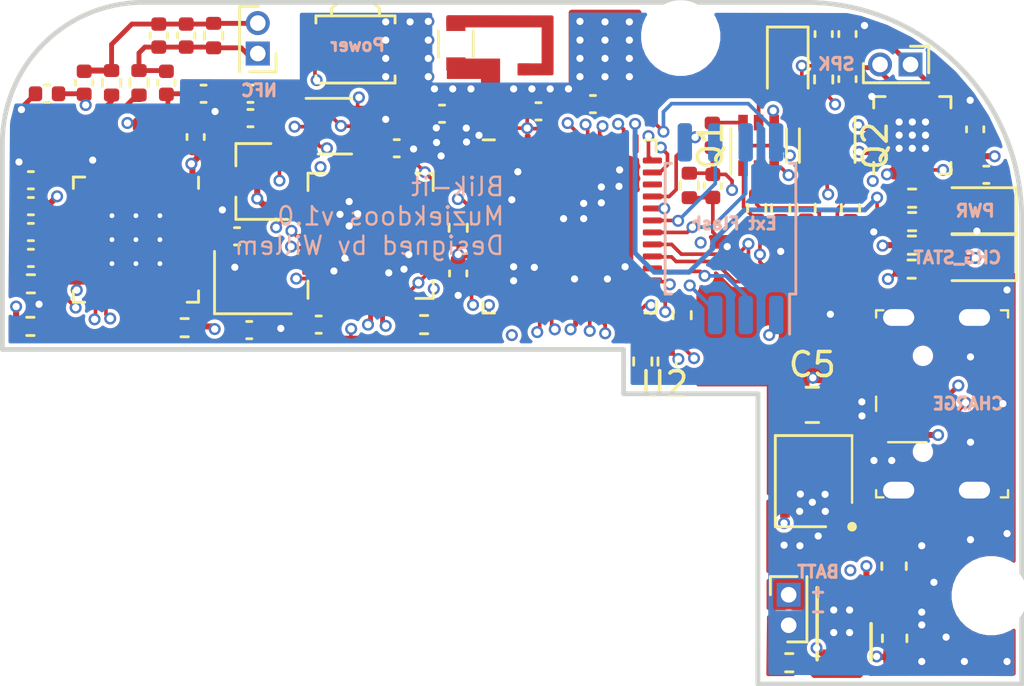
<source format=kicad_pcb>
(kicad_pcb (version 20171130) (host pcbnew "(5.1.10-1-10_14)")

  (general
    (thickness 1.6)
    (drawings 43)
    (tracks 1154)
    (zones 0)
    (modules 80)
    (nets 111)
  )

  (page A4)
  (layers
    (0 F.Cu signal hide)
    (1 In1.Cu signal hide)
    (2 In2.Cu signal hide)
    (31 B.Cu signal hide)
    (32 B.Adhes user hide)
    (33 F.Adhes user hide)
    (34 B.Paste user hide)
    (35 F.Paste user hide)
    (36 B.SilkS user hide)
    (37 F.SilkS user hide)
    (38 B.Mask user hide)
    (39 F.Mask user hide)
    (40 Dwgs.User user hide)
    (41 Cmts.User user hide)
    (42 Eco1.User user hide)
    (43 Eco2.User user hide)
    (44 Edge.Cuts user)
    (45 Margin user hide)
    (46 B.CrtYd user hide)
    (47 F.CrtYd user)
    (48 B.Fab user hide)
    (49 F.Fab user)
  )

  (setup
    (last_trace_width 0.1524)
    (user_trace_width 0.1524)
    (user_trace_width 0.2032)
    (trace_clearance 0.1524)
    (zone_clearance 0.1524)
    (zone_45_only no)
    (trace_min 0.14986)
    (via_size 0.5)
    (via_drill 0.3)
    (via_min_size 0.4)
    (via_min_drill 0.3)
    (user_via 0.5 0.3)
    (uvia_size 0.3)
    (uvia_drill 0.1)
    (uvias_allowed no)
    (uvia_min_size 0.2)
    (uvia_min_drill 0.1)
    (edge_width 0.05)
    (segment_width 0.2)
    (pcb_text_width 0.3)
    (pcb_text_size 1.5 1.5)
    (mod_edge_width 0.12)
    (mod_text_size 1 1)
    (mod_text_width 0.15)
    (pad_size 1 1)
    (pad_drill 0)
    (pad_to_mask_clearance 0)
    (aux_axis_origin 0 0)
    (visible_elements FFFFFF7F)
    (pcbplotparams
      (layerselection 0x010fc_ffffffff)
      (usegerberextensions false)
      (usegerberattributes true)
      (usegerberadvancedattributes true)
      (creategerberjobfile true)
      (excludeedgelayer true)
      (linewidth 0.100000)
      (plotframeref false)
      (viasonmask false)
      (mode 1)
      (useauxorigin false)
      (hpglpennumber 1)
      (hpglpenspeed 20)
      (hpglpendiameter 15.000000)
      (psnegative false)
      (psa4output false)
      (plotreference true)
      (plotvalue false)
      (plotinvisibletext false)
      (padsonsilk false)
      (subtractmaskfromsilk true)
      (outputformat 1)
      (mirror false)
      (drillshape 0)
      (scaleselection 1)
      (outputdirectory "OUTPUT"))
  )

  (net 0 "")
  (net 1 GND)
  (net 2 VBUS)
  (net 3 /CPU/ADC1_IN2)
  (net 4 +BATT)
  (net 5 /Power/PSU_BTN_RAW)
  (net 6 +3V3)
  (net 7 "Net-(C6-Pad2)")
  (net 8 "Net-(C7-Pad1)")
  (net 9 "Net-(C15-Pad1)")
  (net 10 "Net-(C16-Pad1)")
  (net 11 "Net-(C17-Pad2)")
  (net 12 "Net-(C20-Pad2)")
  (net 13 /I2S_DAC_AMP/SPK_OUT-)
  (net 14 /I2S_DAC_AMP/SPKOUT+)
  (net 15 /Power/CHG_STAT_LED)
  (net 16 /Power/CHG_5V_LED)
  (net 17 /Power/PSU_EN)
  (net 18 "Net-(L2-Pad2)")
  (net 19 /CPU/MEAS_EN)
  (net 20 /CPU/BTN_PWR)
  (net 21 /CPU/PW_HOLD)
  (net 22 /Power/PSU_EN_BUF)
  (net 23 /Power/CHG_PROG)
  (net 24 "Net-(R17-Pad1)")
  (net 25 "Net-(R18-Pad2)")
  (net 26 "Net-(R19-Pad2)")
  (net 27 /I2S_DAC_AMP/GAIN)
  (net 28 /I2S_DAC_AMP/I2S_SD_MODE)
  (net 29 /CPU/NFC_MISO)
  (net 30 /CPU/DAC_BCLK)
  (net 31 /CPU/DAC_LRCK)
  (net 32 /CPU/NFC_SPI_MOSI)
  (net 33 /CPU/NFC_SPI_SCK)
  (net 34 /CPU/NFC_SPI_CS)
  (net 35 /CPU/DAC_DATA)
  (net 36 "Net-(U3-Pad28)")
  (net 37 "Net-(U3-Pad27)")
  (net 38 "Net-(U3-Pad26)")
  (net 39 "Net-(U3-Pad25)")
  (net 40 "Net-(U3-Pad24)")
  (net 41 "Net-(U3-Pad23)")
  (net 42 "Net-(U3-Pad11)")
  (net 43 "Net-(U3-Pad10)")
  (net 44 "Net-(U3-Pad7)")
  (net 45 "Net-(U3-Pad4)")
  (net 46 "Net-(U3-Pad3)")
  (net 47 "Net-(L1-Pad2)")
  (net 48 "Net-(C23-Pad2)")
  (net 49 "Net-(R12-Pad2)")
  (net 50 "Net-(R15-Pad1)")
  (net 51 "Net-(U1-Pad7)")
  (net 52 /CPU/HALL_OUT)
  (net 53 /CPU/VDD_SDIO)
  (net 54 /CPU/ESP_RST)
  (net 55 /CPU/ESP_GPIO0)
  (net 56 /CPU/ESP_GPIO2)
  (net 57 /CPU/ESP_GPIO15)
  (net 58 /NFC/NFC_TX)
  (net 59 /NFC/NFC_RX)
  (net 60 "Net-(U4-Pad48)")
  (net 61 "Net-(U4-Pad47)")
  (net 62 "Net-(U4-Pad45)")
  (net 63 "Net-(U4-Pad44)")
  (net 64 "Net-(U4-Pad39)")
  (net 65 /CPU/ESP_SD1)
  (net 66 /CPU/ESP_SD0)
  (net 67 /CPU/ESP_CLK)
  (net 68 /CPU/ESP_CMD)
  (net 69 /CPU/ESP_GPIO17)
  (net 70 /CPU/SPIFLASH_CS)
  (net 71 "Net-(U4-Pad18)")
  (net 72 "Net-(U4-Pad13)")
  (net 73 "Net-(U4-Pad10)")
  (net 74 "Net-(U4-Pad8)")
  (net 75 "Net-(U4-Pad7)")
  (net 76 "Net-(U4-Pad6)")
  (net 77 "Net-(U10-Pad27)")
  (net 78 "Net-(U10-Pad23)")
  (net 79 "Net-(U10-Pad22)")
  (net 80 "Net-(U10-Pad21)")
  (net 81 "Net-(U10-Pad20)")
  (net 82 "Net-(U10-Pad19)")
  (net 83 "Net-(U10-Pad18)")
  (net 84 "Net-(U10-Pad17)")
  (net 85 "Net-(U10-Pad16)")
  (net 86 "Net-(U10-Pad15)")
  (net 87 "Net-(U10-Pad14)")
  (net 88 "Net-(U10-Pad13)")
  (net 89 "Net-(U10-Pad12)")
  (net 90 "Net-(U10-Pad11)")
  (net 91 "Net-(U10-Pad10)")
  (net 92 "Net-(U10-Pad2)")
  (net 93 "Net-(U10-Pad1)")
  (net 94 /programmer/CP_DTR)
  (net 95 /programmer/CP_RTS)
  (net 96 /CPU/ESP_TX)
  (net 97 /CPU/ESP_RX)
  (net 98 /CPU/WIFI_ANT)
  (net 99 /CPU/ESP_LNA_IN)
  (net 100 /programmer/CP_RST)
  (net 101 /CPU/A2)
  (net 102 "Net-(U4-Pad34)")
  (net 103 /Power/MCP_STAT)
  (net 104 /Power/USB_D-)
  (net 105 /Power/USB_D+)
  (net 106 "Net-(U4-Pad12)")
  (net 107 "Net-(Q1-Pad6)")
  (net 108 "Net-(U2-Pad2)")
  (net 109 /Power/Lx_L1)
  (net 110 "Net-(U4-Pad15)")

  (net_class Default "This is the default net class."
    (clearance 0.1524)
    (trace_width 0.1524)
    (via_dia 0.5)
    (via_drill 0.3)
    (uvia_dia 0.3)
    (uvia_drill 0.1)
    (add_net +3V3)
    (add_net +BATT)
    (add_net /CPU/A2)
    (add_net /CPU/ADC1_IN2)
    (add_net /CPU/BTN_PWR)
    (add_net /CPU/DAC_BCLK)
    (add_net /CPU/DAC_DATA)
    (add_net /CPU/DAC_LRCK)
    (add_net /CPU/ESP_CLK)
    (add_net /CPU/ESP_CMD)
    (add_net /CPU/ESP_GPIO0)
    (add_net /CPU/ESP_GPIO15)
    (add_net /CPU/ESP_GPIO17)
    (add_net /CPU/ESP_GPIO2)
    (add_net /CPU/ESP_LNA_IN)
    (add_net /CPU/ESP_RST)
    (add_net /CPU/ESP_RX)
    (add_net /CPU/ESP_SD0)
    (add_net /CPU/ESP_SD1)
    (add_net /CPU/ESP_TX)
    (add_net /CPU/HALL_OUT)
    (add_net /CPU/MEAS_EN)
    (add_net /CPU/NFC_MISO)
    (add_net /CPU/NFC_SPI_CS)
    (add_net /CPU/NFC_SPI_MOSI)
    (add_net /CPU/NFC_SPI_SCK)
    (add_net /CPU/PW_HOLD)
    (add_net /CPU/SPIFLASH_CS)
    (add_net /CPU/VDD_SDIO)
    (add_net /CPU/WIFI_ANT)
    (add_net /I2S_DAC_AMP/GAIN)
    (add_net /I2S_DAC_AMP/I2S_SD_MODE)
    (add_net /I2S_DAC_AMP/SPKOUT+)
    (add_net /I2S_DAC_AMP/SPK_OUT-)
    (add_net /NFC/NFC_RX)
    (add_net /NFC/NFC_TX)
    (add_net /Power/CHG_5V_LED)
    (add_net /Power/CHG_PROG)
    (add_net /Power/CHG_STAT_LED)
    (add_net /Power/Lx_L1)
    (add_net /Power/MCP_STAT)
    (add_net /Power/PSU_BTN_RAW)
    (add_net /Power/PSU_EN)
    (add_net /Power/PSU_EN_BUF)
    (add_net /Power/USB_D+)
    (add_net /Power/USB_D-)
    (add_net /programmer/CP_DTR)
    (add_net /programmer/CP_RST)
    (add_net /programmer/CP_RTS)
    (add_net GND)
    (add_net "Net-(C15-Pad1)")
    (add_net "Net-(C16-Pad1)")
    (add_net "Net-(C17-Pad2)")
    (add_net "Net-(C20-Pad2)")
    (add_net "Net-(C23-Pad2)")
    (add_net "Net-(C6-Pad2)")
    (add_net "Net-(C7-Pad1)")
    (add_net "Net-(L1-Pad2)")
    (add_net "Net-(L2-Pad2)")
    (add_net "Net-(Q1-Pad6)")
    (add_net "Net-(R12-Pad2)")
    (add_net "Net-(R15-Pad1)")
    (add_net "Net-(R17-Pad1)")
    (add_net "Net-(R18-Pad2)")
    (add_net "Net-(R19-Pad2)")
    (add_net "Net-(U1-Pad7)")
    (add_net "Net-(U10-Pad1)")
    (add_net "Net-(U10-Pad10)")
    (add_net "Net-(U10-Pad11)")
    (add_net "Net-(U10-Pad12)")
    (add_net "Net-(U10-Pad13)")
    (add_net "Net-(U10-Pad14)")
    (add_net "Net-(U10-Pad15)")
    (add_net "Net-(U10-Pad16)")
    (add_net "Net-(U10-Pad17)")
    (add_net "Net-(U10-Pad18)")
    (add_net "Net-(U10-Pad19)")
    (add_net "Net-(U10-Pad2)")
    (add_net "Net-(U10-Pad20)")
    (add_net "Net-(U10-Pad21)")
    (add_net "Net-(U10-Pad22)")
    (add_net "Net-(U10-Pad23)")
    (add_net "Net-(U10-Pad27)")
    (add_net "Net-(U2-Pad2)")
    (add_net "Net-(U3-Pad10)")
    (add_net "Net-(U3-Pad11)")
    (add_net "Net-(U3-Pad23)")
    (add_net "Net-(U3-Pad24)")
    (add_net "Net-(U3-Pad25)")
    (add_net "Net-(U3-Pad26)")
    (add_net "Net-(U3-Pad27)")
    (add_net "Net-(U3-Pad28)")
    (add_net "Net-(U3-Pad3)")
    (add_net "Net-(U3-Pad4)")
    (add_net "Net-(U3-Pad7)")
    (add_net "Net-(U4-Pad10)")
    (add_net "Net-(U4-Pad12)")
    (add_net "Net-(U4-Pad13)")
    (add_net "Net-(U4-Pad15)")
    (add_net "Net-(U4-Pad18)")
    (add_net "Net-(U4-Pad34)")
    (add_net "Net-(U4-Pad39)")
    (add_net "Net-(U4-Pad44)")
    (add_net "Net-(U4-Pad45)")
    (add_net "Net-(U4-Pad47)")
    (add_net "Net-(U4-Pad48)")
    (add_net "Net-(U4-Pad6)")
    (add_net "Net-(U4-Pad7)")
    (add_net "Net-(U4-Pad8)")
    (add_net VBUS)
  )

  (module Capacitor_SMD:C_0805_2012Metric (layer F.Cu) (tedit 5F68FEEE) (tstamp 6106F442)
    (at 74.94 80.74)
    (descr "Capacitor SMD 0805 (2012 Metric), square (rectangular) end terminal, IPC_7351 nominal, (Body size source: IPC-SM-782 page 76, https://www.pcb-3d.com/wordpress/wp-content/uploads/ipc-sm-782a_amendment_1_and_2.pdf, https://docs.google.com/spreadsheets/d/1BsfQQcO9C6DZCsRaXUlFlo91Tg2WpOkGARC1WS5S8t0/edit?usp=sharing), generated with kicad-footprint-generator")
    (tags capacitor)
    (path /60FE1698/615B2E33)
    (attr smd)
    (fp_text reference C5 (at 0 -1.68) (layer F.SilkS)
      (effects (font (size 1 1) (thickness 0.15)))
    )
    (fp_text value 10uF (at 0 1.68) (layer F.Fab) hide
      (effects (font (size 1 1) (thickness 0.15)))
    )
    (fp_line (start -1 0.625) (end -1 -0.625) (layer F.Fab) (width 0.1))
    (fp_line (start -1 -0.625) (end 1 -0.625) (layer F.Fab) (width 0.1))
    (fp_line (start 1 -0.625) (end 1 0.625) (layer F.Fab) (width 0.1))
    (fp_line (start 1 0.625) (end -1 0.625) (layer F.Fab) (width 0.1))
    (fp_line (start -0.261252 -0.735) (end 0.261252 -0.735) (layer F.SilkS) (width 0.12))
    (fp_line (start -0.261252 0.735) (end 0.261252 0.735) (layer F.SilkS) (width 0.12))
    (fp_line (start -1.7 0.98) (end -1.7 -0.98) (layer F.CrtYd) (width 0.05))
    (fp_line (start -1.7 -0.98) (end 1.7 -0.98) (layer F.CrtYd) (width 0.05))
    (fp_line (start 1.7 -0.98) (end 1.7 0.98) (layer F.CrtYd) (width 0.05))
    (fp_line (start 1.7 0.98) (end -1.7 0.98) (layer F.CrtYd) (width 0.05))
    (fp_text user %R (at 0 0) (layer F.Fab)
      (effects (font (size 0.5 0.5) (thickness 0.08)))
    )
    (pad 2 smd roundrect (at 0.95 0) (size 1 1.45) (layers F.Cu F.Paste F.Mask) (roundrect_rratio 0.25)
      (net 1 GND))
    (pad 1 smd roundrect (at -0.95 0) (size 1 1.45) (layers F.Cu F.Paste F.Mask) (roundrect_rratio 0.25)
      (net 6 +3V3))
    (model ${KISYS3DMOD}/Capacitor_SMD.3dshapes/C_0805_2012Metric.wrl
      (at (xyz 0 0 0))
      (scale (xyz 1 1 1))
      (rotate (xyz 0 0 0))
    )
  )

  (module Package_DFN_QFN:USP-9B01 (layer F.Cu) (tedit 614B2C09) (tstamp 614B1966)
    (at 73.96 82.64 180)
    (path /60FE1698/6148D543)
    (clearance 0.14986)
    (attr smd)
    (fp_text reference U2 (at 5.195 2.78) (layer F.SilkS)
      (effects (font (size 1 1) (thickness 0.15)))
    )
    (fp_text value XCL214B333DR (at 0.03 2.43) (layer F.Fab) hide
      (effects (font (size 0.254 0.254) (thickness 0.0635)))
    )
    (fp_poly (pts (xy -1.676 -0.38) (xy -1.996 -0.38) (xy -1.996 -0.58) (xy -1.676 -0.58)) (layer F.Paste) (width 0.01))
    (fp_poly (pts (xy -0.086 -0.37) (xy -0.406 -0.37) (xy -0.406 -0.57) (xy -0.086 -0.57)) (layer F.Paste) (width 0.01))
    (fp_poly (pts (xy -1.286 -2.19) (xy -1.666 -2.19) (xy -1.666 -2.59) (xy -1.286 -2.59)) (layer F.Paste) (width 0.01))
    (fp_poly (pts (xy -0.436 -2.19) (xy -0.816 -2.19) (xy -0.816 -2.59) (xy -0.436 -2.59)) (layer F.Paste) (width 0.01))
    (fp_line (start 0.864 0.82) (end 0.864 -3.48) (layer F.CrtYd) (width 0.12))
    (fp_line (start -2.936 0.82) (end 0.864 0.82) (layer F.CrtYd) (width 0.12))
    (fp_line (start -2.936 -3.48) (end -2.936 0.82) (layer F.CrtYd) (width 0.12))
    (fp_line (start 0.864 -3.48) (end -2.936 -3.48) (layer F.CrtYd) (width 0.12))
    (fp_circle (center -2.636 -3.18) (end -2.536 -3.18) (layer F.SilkS) (width 0.2))
    (fp_line (start 0.564 -3.18) (end -1.536 -3.18) (layer F.SilkS) (width 0.12))
    (fp_line (start 0.564 0.62) (end 0.564 -3.18) (layer F.SilkS) (width 0.12))
    (fp_line (start -2.636 0.62) (end 0.564 0.62) (layer F.SilkS) (width 0.12))
    (fp_line (start -2.636 -2.18) (end -2.636 0.62) (layer F.SilkS) (width 0.1))
    (fp_poly (pts (xy 0.314 -0.405) (xy 0.014 -0.405) (xy 0.014 0.12) (xy -0.436 0.12)
      (xy -0.436 0.42) (xy -0.611 0.42) (xy -0.611 -0.605) (xy 0.314 -0.605)) (layer F.Mask) (width 0.01))
    (fp_line (start 0.214 -2.88) (end 0.214 0.32) (layer Dwgs.User) (width 0.01))
    (fp_poly (pts (xy -1.461 0.42) (xy -1.636 0.42) (xy -1.636 0.12) (xy -2.086 0.12)
      (xy -2.086 -0.405) (xy -2.386 -0.405) (xy -2.386 -0.605) (xy -1.461 -0.605)) (layer F.Mask) (width 0.01))
    (fp_line (start -2.286 -2.88) (end -2.286 0.32) (layer Dwgs.User) (width 0.01))
    (fp_line (start -2.286 0.32) (end 0.214 0.32) (layer Dwgs.User) (width 0.01))
    (fp_poly (pts (xy -1.436 -2.68) (xy -0.636 -2.68) (xy -0.636 -3) (xy -0.436 -3)
      (xy -0.436 -2.68) (xy -0.336 -2.68) (xy -0.336 -2.08) (xy -1.736 -2.08)
      (xy -1.736 -2.68) (xy -1.636 -2.68) (xy -1.636 -3) (xy -1.436 -3)) (layer F.Mask) (width 0.01))
    (fp_line (start -2.286 -2.88) (end 0.214 -2.88) (layer Dwgs.User) (width 0.01))
    (fp_text user U2 (at -1.0335 -1.307 180) (layer F.Fab)
      (effects (font (size 1 1) (thickness 0.15)))
    )
    (pad 7 smd custom (at -1.066 -2.39 180) (size 0.325 0.4) (layers F.Cu F.Paste F.Mask)
      (net 1 GND)
      (options (clearance outline) (anchor rect))
      (primitives
        (gr_poly (pts
           (xy 0.83 0.88) (xy 0.28 0.88) (xy 0.28 1.09) (xy -0.22 1.09) (xy -0.22 0.88)
           (xy -0.77 0.88) (xy -0.77 -0.39) (xy -0.59 -0.39) (xy -0.59 -0.64) (xy -0.35 -0.64)
           (xy -0.35 -0.39) (xy 0.41 -0.39) (xy 0.41 -0.64) (xy 0.65 -0.64) (xy 0.65 -0.39)
           (xy 0.83 -0.39)) (width 0.01))
      ))
    (pad 9 smd custom (at -0.246 -0.12 180) (size 0.325 0.4) (layers F.Cu F.Paste F.Mask)
      (net 6 +3V3) (zone_connect 2)
      (options (clearance outline) (anchor rect))
      (primitives
        (gr_poly (pts
           (xy 0.36 -0.51) (xy 0.61 -0.51) (xy 0.61 -0.26) (xy 0.36 -0.26) (xy 0.36 0.34)
           (xy -0.14 0.34) (xy -0.14 0.59) (xy -0.39 0.59) (xy -0.39 -1.11) (xy 0.36 -1.11)
) (width 0.01))
      ))
    (pad 8 smd custom (at -1.836 -0.14 180) (size 0.325 0.4) (layers F.Cu F.Paste F.Mask)
      (net 109 /Power/Lx_L1) (zone_connect 2)
      (options (clearance outline) (anchor rect))
      (primitives
        (gr_poly (pts
           (xy -0.35 -0.24) (xy -0.6 -0.24) (xy -0.6 -0.49) (xy -0.35 -0.49) (xy -0.35 -1.09)
           (xy 0.4 -1.09) (xy 0.4 0.61) (xy 0.15 0.61) (xy 0.15 0.36) (xy -0.35 0.36)
) (width 0.01))
      ))
    (pad 1 smd rect (at -2.236 -2.6425 180) (size 0.4 0.325) (layers F.Cu F.Paste F.Mask)
      (net 4 +BATT))
    (pad 6 smd rect (at 0.164 -2.6425 180) (size 0.4 0.325) (layers F.Cu F.Paste F.Mask)
      (net 22 /Power/PSU_EN_BUF))
    (pad 2 smd rect (at -2.236 -2.18 180) (size 0.4 0.2) (layers F.Cu F.Paste F.Mask)
      (net 108 "Net-(U2-Pad2)"))
    (pad 3 smd rect (at -2.236 -1.7175 180) (size 0.4 0.325) (layers F.Cu F.Paste F.Mask)
      (net 109 /Power/Lx_L1))
    (pad 5 smd rect (at 0.164 -2.18 180) (size 0.4 0.2) (layers F.Cu F.Paste F.Mask)
      (net 1 GND))
    (pad 4 smd rect (at 0.164 -1.7175 180) (size 0.4 0.325) (layers F.Cu F.Paste F.Mask)
      (net 6 +3V3))
  )

  (module Package_TO_SOT_SMD:SOT-363_SC-70-6 (layer F.Cu) (tedit 5A02FF57) (tstamp 6147B9A0)
    (at 72.7 69.92 90)
    (descr "SOT-363, SC-70-6")
    (tags "SOT-363 SC-70-6")
    (path /60FE1698/614E105B)
    (attr smd)
    (fp_text reference Q1 (at 0 -2 90) (layer F.SilkS)
      (effects (font (size 1 1) (thickness 0.15)))
    )
    (fp_text value Q_Dual_PMOS_S1G1D2S2G2D1 (at 0 2 270) (layer F.Fab) hide
      (effects (font (size 1 1) (thickness 0.15)))
    )
    (fp_line (start 0.7 -1.16) (end -1.2 -1.16) (layer F.SilkS) (width 0.12))
    (fp_line (start -0.7 1.16) (end 0.7 1.16) (layer F.SilkS) (width 0.12))
    (fp_line (start 1.6 1.4) (end 1.6 -1.4) (layer F.CrtYd) (width 0.05))
    (fp_line (start -1.6 -1.4) (end -1.6 1.4) (layer F.CrtYd) (width 0.05))
    (fp_line (start -1.6 -1.4) (end 1.6 -1.4) (layer F.CrtYd) (width 0.05))
    (fp_line (start 0.675 -1.1) (end -0.175 -1.1) (layer F.Fab) (width 0.1))
    (fp_line (start -0.675 -0.6) (end -0.675 1.1) (layer F.Fab) (width 0.1))
    (fp_line (start -1.6 1.4) (end 1.6 1.4) (layer F.CrtYd) (width 0.05))
    (fp_line (start 0.675 -1.1) (end 0.675 1.1) (layer F.Fab) (width 0.1))
    (fp_line (start 0.675 1.1) (end -0.675 1.1) (layer F.Fab) (width 0.1))
    (fp_line (start -0.175 -1.1) (end -0.675 -0.6) (layer F.Fab) (width 0.1))
    (fp_text user %R (at 0 0) (layer F.Fab)
      (effects (font (size 0.5 0.5) (thickness 0.075)))
    )
    (pad 6 smd rect (at 0.95 -0.65 90) (size 0.65 0.4) (layers F.Cu F.Paste F.Mask)
      (net 107 "Net-(Q1-Pad6)"))
    (pad 4 smd rect (at 0.95 0.65 90) (size 0.65 0.4) (layers F.Cu F.Paste F.Mask)
      (net 4 +BATT))
    (pad 2 smd rect (at -0.95 0 90) (size 0.65 0.4) (layers F.Cu F.Paste F.Mask)
      (net 19 /CPU/MEAS_EN))
    (pad 5 smd rect (at 0.95 0 90) (size 0.65 0.4) (layers F.Cu F.Paste F.Mask)
      (net 17 /Power/PSU_EN))
    (pad 3 smd rect (at -0.95 0.65 90) (size 0.65 0.4) (layers F.Cu F.Paste F.Mask)
      (net 22 /Power/PSU_EN_BUF))
    (pad 1 smd rect (at -0.95 -0.65 90) (size 0.65 0.4) (layers F.Cu F.Paste F.Mask)
      (net 4 +BATT))
    (model ${KISYS3DMOD}/Package_TO_SOT_SMD.3dshapes/SOT-363_SC-70-6.wrl
      (at (xyz 0 0 0))
      (scale (xyz 1 1 1))
      (rotate (xyz 0 0 0))
    )
  )

  (module Package_TO_SOT_SMD:SOT-363_SC-70-6 (layer F.Cu) (tedit 5A02FF57) (tstamp 61479D7E)
    (at 75.56 69.93 270)
    (descr "SOT-363, SC-70-6")
    (tags "SOT-363 SC-70-6")
    (path /60FE1698/614CD58C)
    (attr smd)
    (fp_text reference Q2 (at 0 -2 90) (layer F.SilkS)
      (effects (font (size 1 1) (thickness 0.15)))
    )
    (fp_text value PMGD780SN (at 0 2 270) (layer F.Fab) hide
      (effects (font (size 1 1) (thickness 0.15)))
    )
    (fp_line (start 0.7 -1.16) (end -1.2 -1.16) (layer F.SilkS) (width 0.12))
    (fp_line (start -0.7 1.16) (end 0.7 1.16) (layer F.SilkS) (width 0.12))
    (fp_line (start 1.6 1.4) (end 1.6 -1.4) (layer F.CrtYd) (width 0.05))
    (fp_line (start -1.6 -1.4) (end -1.6 1.4) (layer F.CrtYd) (width 0.05))
    (fp_line (start -1.6 -1.4) (end 1.6 -1.4) (layer F.CrtYd) (width 0.05))
    (fp_line (start 0.675 -1.1) (end -0.175 -1.1) (layer F.Fab) (width 0.1))
    (fp_line (start -0.675 -0.6) (end -0.675 1.1) (layer F.Fab) (width 0.1))
    (fp_line (start -1.6 1.4) (end 1.6 1.4) (layer F.CrtYd) (width 0.05))
    (fp_line (start 0.675 -1.1) (end 0.675 1.1) (layer F.Fab) (width 0.1))
    (fp_line (start 0.675 1.1) (end -0.675 1.1) (layer F.Fab) (width 0.1))
    (fp_line (start -0.175 -1.1) (end -0.675 -0.6) (layer F.Fab) (width 0.1))
    (fp_text user %R (at 0 0) (layer F.Fab)
      (effects (font (size 0.5 0.5) (thickness 0.075)))
    )
    (pad 6 smd rect (at 0.95 -0.65 270) (size 0.65 0.4) (layers F.Cu F.Paste F.Mask)
      (net 20 /CPU/BTN_PWR))
    (pad 4 smd rect (at 0.95 0.65 270) (size 0.65 0.4) (layers F.Cu F.Paste F.Mask)
      (net 1 GND))
    (pad 2 smd rect (at -0.95 0 270) (size 0.65 0.4) (layers F.Cu F.Paste F.Mask)
      (net 5 /Power/PSU_BTN_RAW))
    (pad 5 smd rect (at 0.95 0 270) (size 0.65 0.4) (layers F.Cu F.Paste F.Mask)
      (net 21 /CPU/PW_HOLD))
    (pad 3 smd rect (at -0.95 0.65 270) (size 0.65 0.4) (layers F.Cu F.Paste F.Mask)
      (net 17 /Power/PSU_EN))
    (pad 1 smd rect (at -0.95 -0.65 270) (size 0.65 0.4) (layers F.Cu F.Paste F.Mask)
      (net 1 GND))
    (model ${KISYS3DMOD}/Package_TO_SOT_SMD.3dshapes/SOT-363_SC-70-6.wrl
      (at (xyz 0 0 0))
      (scale (xyz 1 1 1))
      (rotate (xyz 0 0 0))
    )
  )

  (module Package_DFN_QFN:QFN-28-1EP_5x5mm_P0.5mm_EP3.35x3.35mm (layer F.Cu) (tedit 5DC5F6A4) (tstamp 614786B5)
    (at 56.52 73.69 90)
    (descr "QFN, 28 Pin (http://ww1.microchip.com/downloads/en/PackagingSpec/00000049BQ.pdf#page=283), generated with kicad-footprint-generator ipc_noLead_generator.py")
    (tags "QFN NoLead")
    (path /613CB1D0/613CD9B7)
    (attr smd)
    (fp_text reference U10 (at 0 -3.8 90) (layer F.SilkS) hide
      (effects (font (size 1 1) (thickness 0.15)))
    )
    (fp_text value CP2109-InterfaceUSB (at 0 3.8 180) (layer F.Fab) hide
      (effects (font (size 1 1) (thickness 0.15)))
    )
    (fp_line (start 3.1 -3.1) (end -3.1 -3.1) (layer F.CrtYd) (width 0.05))
    (fp_line (start 3.1 3.1) (end 3.1 -3.1) (layer F.CrtYd) (width 0.05))
    (fp_line (start -3.1 3.1) (end 3.1 3.1) (layer F.CrtYd) (width 0.05))
    (fp_line (start -3.1 -3.1) (end -3.1 3.1) (layer F.CrtYd) (width 0.05))
    (fp_line (start -2.5 -1.5) (end -1.5 -2.5) (layer F.Fab) (width 0.1))
    (fp_line (start -2.5 2.5) (end -2.5 -1.5) (layer F.Fab) (width 0.1))
    (fp_line (start 2.5 2.5) (end -2.5 2.5) (layer F.Fab) (width 0.1))
    (fp_line (start 2.5 -2.5) (end 2.5 2.5) (layer F.Fab) (width 0.1))
    (fp_line (start -1.5 -2.5) (end 2.5 -2.5) (layer F.Fab) (width 0.1))
    (fp_line (start -1.885 -2.61) (end -2.61 -2.61) (layer F.SilkS) (width 0.12))
    (fp_line (start 2.61 2.61) (end 2.61 1.885) (layer F.SilkS) (width 0.12))
    (fp_line (start 1.885 2.61) (end 2.61 2.61) (layer F.SilkS) (width 0.12))
    (fp_line (start -2.61 2.61) (end -2.61 1.885) (layer F.SilkS) (width 0.12))
    (fp_line (start -1.885 2.61) (end -2.61 2.61) (layer F.SilkS) (width 0.12))
    (fp_line (start 2.61 -2.61) (end 2.61 -1.885) (layer F.SilkS) (width 0.12))
    (fp_line (start 1.885 -2.61) (end 2.61 -2.61) (layer F.SilkS) (width 0.12))
    (fp_text user %R (at 0 0 90) (layer F.Fab)
      (effects (font (size 1 1) (thickness 0.15)))
    )
    (pad "" smd roundrect (at 1.12 1.12 90) (size 0.9 0.9) (layers F.Paste) (roundrect_rratio 0.25))
    (pad "" smd roundrect (at 1.12 0 90) (size 0.9 0.9) (layers F.Paste) (roundrect_rratio 0.25))
    (pad "" smd roundrect (at 1.12 -1.12 90) (size 0.9 0.9) (layers F.Paste) (roundrect_rratio 0.25))
    (pad "" smd roundrect (at 0 1.12 90) (size 0.9 0.9) (layers F.Paste) (roundrect_rratio 0.25))
    (pad "" smd roundrect (at 0 0 90) (size 0.9 0.9) (layers F.Paste) (roundrect_rratio 0.25))
    (pad "" smd roundrect (at 0 -1.12 90) (size 0.9 0.9) (layers F.Paste) (roundrect_rratio 0.25))
    (pad "" smd roundrect (at -1.12 1.12 90) (size 0.9 0.9) (layers F.Paste) (roundrect_rratio 0.25))
    (pad "" smd roundrect (at -1.12 0 90) (size 0.9 0.9) (layers F.Paste) (roundrect_rratio 0.25))
    (pad "" smd roundrect (at -1.12 -1.12 90) (size 0.9 0.9) (layers F.Paste) (roundrect_rratio 0.25))
    (pad 29 smd rect (at 0 0 90) (size 3.35 3.35) (layers F.Cu F.Mask)
      (net 1 GND))
    (pad 28 smd roundrect (at -1.5 -2.45 90) (size 0.25 0.8) (layers F.Cu F.Paste F.Mask) (roundrect_rratio 0.25)
      (net 94 /programmer/CP_DTR))
    (pad 27 smd roundrect (at -1 -2.45 90) (size 0.25 0.8) (layers F.Cu F.Paste F.Mask) (roundrect_rratio 0.25)
      (net 77 "Net-(U10-Pad27)"))
    (pad 26 smd roundrect (at -0.5 -2.45 90) (size 0.25 0.8) (layers F.Cu F.Paste F.Mask) (roundrect_rratio 0.25)
      (net 97 /CPU/ESP_RX))
    (pad 25 smd roundrect (at 0 -2.45 90) (size 0.25 0.8) (layers F.Cu F.Paste F.Mask) (roundrect_rratio 0.25)
      (net 96 /CPU/ESP_TX))
    (pad 24 smd roundrect (at 0.5 -2.45 90) (size 0.25 0.8) (layers F.Cu F.Paste F.Mask) (roundrect_rratio 0.25)
      (net 95 /programmer/CP_RTS))
    (pad 23 smd roundrect (at 1 -2.45 90) (size 0.25 0.8) (layers F.Cu F.Paste F.Mask) (roundrect_rratio 0.25)
      (net 78 "Net-(U10-Pad23)"))
    (pad 22 smd roundrect (at 1.5 -2.45 90) (size 0.25 0.8) (layers F.Cu F.Paste F.Mask) (roundrect_rratio 0.25)
      (net 79 "Net-(U10-Pad22)"))
    (pad 21 smd roundrect (at 2.45 -1.5 90) (size 0.8 0.25) (layers F.Cu F.Paste F.Mask) (roundrect_rratio 0.25)
      (net 80 "Net-(U10-Pad21)"))
    (pad 20 smd roundrect (at 2.45 -1 90) (size 0.8 0.25) (layers F.Cu F.Paste F.Mask) (roundrect_rratio 0.25)
      (net 81 "Net-(U10-Pad20)"))
    (pad 19 smd roundrect (at 2.45 -0.5 90) (size 0.8 0.25) (layers F.Cu F.Paste F.Mask) (roundrect_rratio 0.25)
      (net 82 "Net-(U10-Pad19)"))
    (pad 18 smd roundrect (at 2.45 0 90) (size 0.8 0.25) (layers F.Cu F.Paste F.Mask) (roundrect_rratio 0.25)
      (net 83 "Net-(U10-Pad18)"))
    (pad 17 smd roundrect (at 2.45 0.5 90) (size 0.8 0.25) (layers F.Cu F.Paste F.Mask) (roundrect_rratio 0.25)
      (net 84 "Net-(U10-Pad17)"))
    (pad 16 smd roundrect (at 2.45 1 90) (size 0.8 0.25) (layers F.Cu F.Paste F.Mask) (roundrect_rratio 0.25)
      (net 85 "Net-(U10-Pad16)"))
    (pad 15 smd roundrect (at 2.45 1.5 90) (size 0.8 0.25) (layers F.Cu F.Paste F.Mask) (roundrect_rratio 0.25)
      (net 86 "Net-(U10-Pad15)"))
    (pad 14 smd roundrect (at 1.5 2.45 90) (size 0.25 0.8) (layers F.Cu F.Paste F.Mask) (roundrect_rratio 0.25)
      (net 87 "Net-(U10-Pad14)"))
    (pad 13 smd roundrect (at 1 2.45 90) (size 0.25 0.8) (layers F.Cu F.Paste F.Mask) (roundrect_rratio 0.25)
      (net 88 "Net-(U10-Pad13)"))
    (pad 12 smd roundrect (at 0.5 2.45 90) (size 0.25 0.8) (layers F.Cu F.Paste F.Mask) (roundrect_rratio 0.25)
      (net 89 "Net-(U10-Pad12)"))
    (pad 11 smd roundrect (at 0 2.45 90) (size 0.25 0.8) (layers F.Cu F.Paste F.Mask) (roundrect_rratio 0.25)
      (net 90 "Net-(U10-Pad11)"))
    (pad 10 smd roundrect (at -0.5 2.45 90) (size 0.25 0.8) (layers F.Cu F.Paste F.Mask) (roundrect_rratio 0.25)
      (net 91 "Net-(U10-Pad10)"))
    (pad 9 smd roundrect (at -1 2.45 90) (size 0.25 0.8) (layers F.Cu F.Paste F.Mask) (roundrect_rratio 0.25)
      (net 100 /programmer/CP_RST))
    (pad 8 smd roundrect (at -1.5 2.45 90) (size 0.25 0.8) (layers F.Cu F.Paste F.Mask) (roundrect_rratio 0.25)
      (net 2 VBUS))
    (pad 7 smd roundrect (at -2.45 1.5 90) (size 0.8 0.25) (layers F.Cu F.Paste F.Mask) (roundrect_rratio 0.25)
      (net 2 VBUS))
    (pad 6 smd roundrect (at -2.45 1 90) (size 0.8 0.25) (layers F.Cu F.Paste F.Mask) (roundrect_rratio 0.25)
      (net 6 +3V3))
    (pad 5 smd roundrect (at -2.45 0.5 90) (size 0.8 0.25) (layers F.Cu F.Paste F.Mask) (roundrect_rratio 0.25)
      (net 104 /Power/USB_D-))
    (pad 4 smd roundrect (at -2.45 0 90) (size 0.8 0.25) (layers F.Cu F.Paste F.Mask) (roundrect_rratio 0.25)
      (net 105 /Power/USB_D+))
    (pad 3 smd roundrect (at -2.45 -0.5 90) (size 0.8 0.25) (layers F.Cu F.Paste F.Mask) (roundrect_rratio 0.25)
      (net 1 GND))
    (pad 2 smd roundrect (at -2.45 -1 90) (size 0.8 0.25) (layers F.Cu F.Paste F.Mask) (roundrect_rratio 0.25)
      (net 92 "Net-(U10-Pad2)"))
    (pad 1 smd roundrect (at -2.45 -1.5 90) (size 0.8 0.25) (layers F.Cu F.Paste F.Mask) (roundrect_rratio 0.25)
      (net 93 "Net-(U10-Pad1)"))
    (model ${KISYS3DMOD}/Package_DFN_QFN.3dshapes/QFN-28-1EP_5x5mm_P0.5mm_EP3.35x3.35mm.wrl
      (at (xyz 0 0 0))
      (scale (xyz 1 1 1))
      (rotate (xyz 0 0 0))
    )
  )

  (module Resistor_SMD:R_0402_1005Metric (layer F.Cu) (tedit 5F68FEEE) (tstamp 61478244)
    (at 58.7502 77.3938)
    (descr "Resistor SMD 0402 (1005 Metric), square (rectangular) end terminal, IPC_7351 nominal, (Body size source: IPC-SM-782 page 72, https://www.pcb-3d.com/wordpress/wp-content/uploads/ipc-sm-782a_amendment_1_and_2.pdf), generated with kicad-footprint-generator")
    (tags resistor)
    (path /613CB1D0/613D252C)
    (attr smd)
    (fp_text reference R11 (at 0 -1.17) (layer F.SilkS) hide
      (effects (font (size 1 1) (thickness 0.15)))
    )
    (fp_text value 10K (at 0 1.17) (layer F.Fab) hide
      (effects (font (size 1 1) (thickness 0.15)))
    )
    (fp_line (start 0.93 0.47) (end -0.93 0.47) (layer F.CrtYd) (width 0.05))
    (fp_line (start 0.93 -0.47) (end 0.93 0.47) (layer F.CrtYd) (width 0.05))
    (fp_line (start -0.93 -0.47) (end 0.93 -0.47) (layer F.CrtYd) (width 0.05))
    (fp_line (start -0.93 0.47) (end -0.93 -0.47) (layer F.CrtYd) (width 0.05))
    (fp_line (start -0.153641 0.38) (end 0.153641 0.38) (layer F.SilkS) (width 0.12))
    (fp_line (start -0.153641 -0.38) (end 0.153641 -0.38) (layer F.SilkS) (width 0.12))
    (fp_line (start 0.525 0.27) (end -0.525 0.27) (layer F.Fab) (width 0.1))
    (fp_line (start 0.525 -0.27) (end 0.525 0.27) (layer F.Fab) (width 0.1))
    (fp_line (start -0.525 -0.27) (end 0.525 -0.27) (layer F.Fab) (width 0.1))
    (fp_line (start -0.525 0.27) (end -0.525 -0.27) (layer F.Fab) (width 0.1))
    (fp_text user %R (at 0 0) (layer F.Fab)
      (effects (font (size 0.26 0.26) (thickness 0.04)))
    )
    (pad 2 smd roundrect (at 0.51 0) (size 0.54 0.64) (layers F.Cu F.Paste F.Mask) (roundrect_rratio 0.25)
      (net 100 /programmer/CP_RST))
    (pad 1 smd roundrect (at -0.51 0) (size 0.54 0.64) (layers F.Cu F.Paste F.Mask) (roundrect_rratio 0.25)
      (net 6 +3V3))
    (model ${KISYS3DMOD}/Resistor_SMD.3dshapes/R_0402_1005Metric.wrl
      (at (xyz 0 0 0))
      (scale (xyz 1 1 1))
      (rotate (xyz 0 0 0))
    )
  )

  (module Package_TO_SOT_SMD:SOT-363_SC-70-6 (layer F.Cu) (tedit 5A02FF57) (tstamp 614780F3)
    (at 55.03 69.12)
    (descr "SOT-363, SC-70-6")
    (tags "SOT-363 SC-70-6")
    (path /613CB1D0/613D07FE)
    (attr smd)
    (fp_text reference Q5 (at 0 -2) (layer F.SilkS) hide
      (effects (font (size 1 1) (thickness 0.15)))
    )
    (fp_text value UMH3N (at 0 2 180) (layer F.Fab) hide
      (effects (font (size 1 1) (thickness 0.15)))
    )
    (fp_line (start -0.175 -1.1) (end -0.675 -0.6) (layer F.Fab) (width 0.1))
    (fp_line (start 0.675 1.1) (end -0.675 1.1) (layer F.Fab) (width 0.1))
    (fp_line (start 0.675 -1.1) (end 0.675 1.1) (layer F.Fab) (width 0.1))
    (fp_line (start -1.6 1.4) (end 1.6 1.4) (layer F.CrtYd) (width 0.05))
    (fp_line (start -0.675 -0.6) (end -0.675 1.1) (layer F.Fab) (width 0.1))
    (fp_line (start 0.675 -1.1) (end -0.175 -1.1) (layer F.Fab) (width 0.1))
    (fp_line (start -1.6 -1.4) (end 1.6 -1.4) (layer F.CrtYd) (width 0.05))
    (fp_line (start -1.6 -1.4) (end -1.6 1.4) (layer F.CrtYd) (width 0.05))
    (fp_line (start 1.6 1.4) (end 1.6 -1.4) (layer F.CrtYd) (width 0.05))
    (fp_line (start -0.7 1.16) (end 0.7 1.16) (layer F.SilkS) (width 0.12))
    (fp_line (start 0.7 -1.16) (end -1.2 -1.16) (layer F.SilkS) (width 0.12))
    (fp_text user %R (at 0 0 90) (layer F.Fab)
      (effects (font (size 0.5 0.5) (thickness 0.075)))
    )
    (pad 6 smd rect (at 0.95 -0.65) (size 0.65 0.4) (layers F.Cu F.Paste F.Mask)
      (net 54 /CPU/ESP_RST))
    (pad 4 smd rect (at 0.95 0.65) (size 0.65 0.4) (layers F.Cu F.Paste F.Mask)
      (net 94 /programmer/CP_DTR))
    (pad 2 smd rect (at -0.95 0) (size 0.65 0.4) (layers F.Cu F.Paste F.Mask)
      (net 94 /programmer/CP_DTR))
    (pad 5 smd rect (at 0.95 0) (size 0.65 0.4) (layers F.Cu F.Paste F.Mask)
      (net 95 /programmer/CP_RTS))
    (pad 3 smd rect (at -0.95 0.65) (size 0.65 0.4) (layers F.Cu F.Paste F.Mask)
      (net 55 /CPU/ESP_GPIO0))
    (pad 1 smd rect (at -0.95 -0.65) (size 0.65 0.4) (layers F.Cu F.Paste F.Mask)
      (net 95 /programmer/CP_RTS))
    (model ${KISYS3DMOD}/Package_TO_SOT_SMD.3dshapes/SOT-363_SC-70-6.wrl
      (at (xyz 0 0 0))
      (scale (xyz 1 1 1))
      (rotate (xyz 0 0 0))
    )
  )

  (module Capacitor_SMD:C_0402_1005Metric (layer F.Cu) (tedit 5F68FEEE) (tstamp 61477DF3)
    (at 54.356 77.3938)
    (descr "Capacitor SMD 0402 (1005 Metric), square (rectangular) end terminal, IPC_7351 nominal, (Body size source: IPC-SM-782 page 76, https://www.pcb-3d.com/wordpress/wp-content/uploads/ipc-sm-782a_amendment_1_and_2.pdf), generated with kicad-footprint-generator")
    (tags capacitor)
    (path /613CB1D0/613DB9EC)
    (attr smd)
    (fp_text reference C29 (at 0 -1.16) (layer F.SilkS) hide
      (effects (font (size 1 1) (thickness 0.15)))
    )
    (fp_text value 100nF (at 0 1.16) (layer F.Fab) hide
      (effects (font (size 1 1) (thickness 0.15)))
    )
    (fp_line (start 0.91 0.46) (end -0.91 0.46) (layer F.CrtYd) (width 0.05))
    (fp_line (start 0.91 -0.46) (end 0.91 0.46) (layer F.CrtYd) (width 0.05))
    (fp_line (start -0.91 -0.46) (end 0.91 -0.46) (layer F.CrtYd) (width 0.05))
    (fp_line (start -0.91 0.46) (end -0.91 -0.46) (layer F.CrtYd) (width 0.05))
    (fp_line (start -0.107836 0.36) (end 0.107836 0.36) (layer F.SilkS) (width 0.12))
    (fp_line (start -0.107836 -0.36) (end 0.107836 -0.36) (layer F.SilkS) (width 0.12))
    (fp_line (start 0.5 0.25) (end -0.5 0.25) (layer F.Fab) (width 0.1))
    (fp_line (start 0.5 -0.25) (end 0.5 0.25) (layer F.Fab) (width 0.1))
    (fp_line (start -0.5 -0.25) (end 0.5 -0.25) (layer F.Fab) (width 0.1))
    (fp_line (start -0.5 0.25) (end -0.5 -0.25) (layer F.Fab) (width 0.1))
    (fp_text user %R (at 0 0) (layer F.Fab)
      (effects (font (size 0.25 0.25) (thickness 0.04)))
    )
    (pad 2 smd roundrect (at 0.48 0) (size 0.56 0.62) (layers F.Cu F.Paste F.Mask) (roundrect_rratio 0.25)
      (net 1 GND))
    (pad 1 smd roundrect (at -0.48 0) (size 0.56 0.62) (layers F.Cu F.Paste F.Mask) (roundrect_rratio 0.25)
      (net 6 +3V3))
    (model ${KISYS3DMOD}/Capacitor_SMD.3dshapes/C_0402_1005Metric.wrl
      (at (xyz 0 0 0))
      (scale (xyz 1 1 1))
      (rotate (xyz 0 0 0))
    )
  )

  (module Connector_PinHeader_1.27mm:PinHeader_1x02_P1.27mm_Vertical_small_CrtYd (layer F.Cu) (tedit 6140FD46) (tstamp 610A5EAA)
    (at 79.0321 66.548 270)
    (descr "Through hole straight pin header, 1x02, 1.27mm pitch, single row")
    (tags "Through hole pin header THT 1x02 1.27mm single row")
    (path /611410AC)
    (fp_text reference J3 (at 0 -1.695 90) (layer F.SilkS) hide
      (effects (font (size 1 1) (thickness 0.15)))
    )
    (fp_text value Conn_01x02 (at 0 2.965 90) (layer F.Fab) hide
      (effects (font (size 1 1) (thickness 0.15)))
    )
    (fp_line (start 0.762 -0.762) (end -0.762 -0.762) (layer F.CrtYd) (width 0.05))
    (fp_line (start 0.762 2.032) (end 0.762 -0.762) (layer F.CrtYd) (width 0.05))
    (fp_line (start -0.762 2.032) (end 0.762 2.032) (layer F.CrtYd) (width 0.05))
    (fp_line (start -0.762 -0.762) (end -0.762 2.032) (layer F.CrtYd) (width 0.05))
    (fp_line (start -0.762 -0.76) (end 0.348 -0.76) (layer F.SilkS) (width 0.12))
    (fp_line (start -0.762 0) (end -0.762 -0.76) (layer F.SilkS) (width 0.12))
    (fp_line (start 0.762 -0.762) (end 0.762 1.965) (layer F.SilkS) (width 0.12))
    (fp_line (start -0.04047 1.965) (end 0.762 1.965) (layer F.SilkS) (width 0.12))
    (fp_line (start -0.762 -0.11) (end -0.237 -0.635) (layer F.Fab) (width 0.1))
    (fp_line (start -0.762 1.905) (end -0.762 -0.11) (layer F.Fab) (width 0.1))
    (fp_line (start 0.762 1.905) (end -0.762 1.905) (layer F.Fab) (width 0.1))
    (fp_line (start 0.762 -0.635) (end 0.762 1.905) (layer F.Fab) (width 0.1))
    (fp_line (start -0.254 -0.635) (end 0.762 -0.635) (layer F.Fab) (width 0.1))
    (fp_text user %R (at 0 0.635) (layer F.Fab)
      (effects (font (size 0.5 0.5) (thickness 0.07)))
    )
    (pad 2 thru_hole oval (at 0 1.27 270) (size 1 1) (drill 0.65) (layers *.Cu *.Mask)
      (net 13 /I2S_DAC_AMP/SPK_OUT-))
    (pad 1 thru_hole rect (at 0 0 270) (size 1 1) (drill 0.65) (layers *.Cu *.Mask)
      (net 14 /I2S_DAC_AMP/SPKOUT+))
    (model ${KISYS3DMOD}/Connector_PinHeader_1.27mm.3dshapes/PinHeader_1x02_P1.27mm_Vertical.wrl
      (at (xyz 0 0 0))
      (scale (xyz 1 1 1))
      (rotate (xyz 0 0 0))
    )
  )

  (module Connector_PinHeader_1.27mm:PinHeader_1x02_P1.27mm_Vertical_small_CrtYd (layer F.Cu) (tedit 6140FD46) (tstamp 614291E7)
    (at 73.9521 88.6587)
    (descr "Through hole straight pin header, 1x02, 1.27mm pitch, single row")
    (tags "Through hole pin header THT 1x02 1.27mm single row")
    (path /60FE1698/61145089)
    (fp_text reference J1 (at 0 -1.695) (layer F.SilkS) hide
      (effects (font (size 1 1) (thickness 0.15)))
    )
    (fp_text value Conn_01x02 (at 0 2.965) (layer F.Fab) hide
      (effects (font (size 1 1) (thickness 0.15)))
    )
    (fp_line (start 0.762 -0.762) (end -0.762 -0.762) (layer F.CrtYd) (width 0.05))
    (fp_line (start 0.762 2.032) (end 0.762 -0.762) (layer F.CrtYd) (width 0.05))
    (fp_line (start -0.762 2.032) (end 0.762 2.032) (layer F.CrtYd) (width 0.05))
    (fp_line (start -0.762 -0.762) (end -0.762 2.032) (layer F.CrtYd) (width 0.05))
    (fp_line (start -0.762 -0.76) (end 0.348 -0.76) (layer F.SilkS) (width 0.12))
    (fp_line (start -0.762 0) (end -0.762 -0.76) (layer F.SilkS) (width 0.12))
    (fp_line (start 0.762 -0.762) (end 0.762 1.965) (layer F.SilkS) (width 0.12))
    (fp_line (start -0.04047 1.965) (end 0.762 1.965) (layer F.SilkS) (width 0.12))
    (fp_line (start -0.762 -0.11) (end -0.237 -0.635) (layer F.Fab) (width 0.1))
    (fp_line (start -0.762 1.905) (end -0.762 -0.11) (layer F.Fab) (width 0.1))
    (fp_line (start 0.762 1.905) (end -0.762 1.905) (layer F.Fab) (width 0.1))
    (fp_line (start 0.762 -0.635) (end 0.762 1.905) (layer F.Fab) (width 0.1))
    (fp_line (start -0.254 -0.635) (end 0.762 -0.635) (layer F.Fab) (width 0.1))
    (fp_text user %R (at 0 0.635 90) (layer F.Fab)
      (effects (font (size 1 1) (thickness 0.15)))
    )
    (pad 2 thru_hole oval (at 0 1.27) (size 1 1) (drill 0.65) (layers *.Cu *.Mask)
      (net 1 GND))
    (pad 1 thru_hole rect (at 0 0) (size 1 1) (drill 0.65) (layers *.Cu *.Mask)
      (net 4 +BATT))
    (model ${KISYS3DMOD}/Connector_PinHeader_1.27mm.3dshapes/PinHeader_1x02_P1.27mm_Vertical.wrl
      (at (xyz 0 0 0))
      (scale (xyz 1 1 1))
      (rotate (xyz 0 0 0))
    )
  )

  (module MountingHole:MountingHole_3mm (layer F.Cu) (tedit 56D1B4CB) (tstamp 61429166)
    (at 82.3976 88.6968)
    (descr "Mounting Hole 3mm, no annular")
    (tags "mounting hole 3mm no annular")
    (path /6115AFF4)
    (attr virtual)
    (fp_text reference M2 (at 0 -4) (layer F.SilkS) hide
      (effects (font (size 1 1) (thickness 0.15)))
    )
    (fp_text value MOUNTINGHOLE3.0 (at 0 4) (layer F.Fab) hide
      (effects (font (size 1 1) (thickness 0.15)))
    )
    (fp_circle (center 0 0) (end 3.25 0) (layer F.CrtYd) (width 0.05))
    (fp_circle (center 0 0) (end 3 0) (layer Cmts.User) (width 0.15))
    (fp_text user %R (at 0.3 0) (layer F.Fab) hide
      (effects (font (size 1 1) (thickness 0.15)))
    )
    (pad 1 np_thru_hole circle (at 0 0) (size 3 3) (drill 3) (layers *.Cu *.Mask))
  )

  (module Connector_PinHeader_1.27mm:PinHeader_1x02_P1.27mm_Vertical_small_CrtYd (layer F.Cu) (tedit 6140FD46) (tstamp 61417991)
    (at 51.816 66.0908 180)
    (descr "Through hole straight pin header, 1x02, 1.27mm pitch, single row")
    (tags "Through hole pin header THT 1x02 1.27mm single row")
    (path /60FE21EE/610ABF7F)
    (fp_text reference J4 (at 0 -1.695) (layer F.SilkS) hide
      (effects (font (size 1 1) (thickness 0.15)))
    )
    (fp_text value Conn_01x02 (at 0 2.965) (layer F.Fab) hide
      (effects (font (size 1 1) (thickness 0.15)))
    )
    (fp_line (start -0.254 -0.635) (end 0.762 -0.635) (layer F.Fab) (width 0.1))
    (fp_line (start 0.762 -0.635) (end 0.762 1.905) (layer F.Fab) (width 0.1))
    (fp_line (start 0.762 1.905) (end -0.762 1.905) (layer F.Fab) (width 0.1))
    (fp_line (start -0.762 1.905) (end -0.762 -0.11) (layer F.Fab) (width 0.1))
    (fp_line (start -0.762 -0.11) (end -0.237 -0.635) (layer F.Fab) (width 0.1))
    (fp_line (start -0.04047 1.965) (end 0.762 1.965) (layer F.SilkS) (width 0.12))
    (fp_line (start 0.762 -0.762) (end 0.762 1.965) (layer F.SilkS) (width 0.12))
    (fp_line (start -0.762 0) (end -0.762 -0.76) (layer F.SilkS) (width 0.12))
    (fp_line (start -0.762 -0.76) (end 0.348 -0.76) (layer F.SilkS) (width 0.12))
    (fp_line (start -0.762 -0.762) (end -0.762 2.032) (layer F.CrtYd) (width 0.05))
    (fp_line (start -0.762 2.032) (end 0.762 2.032) (layer F.CrtYd) (width 0.05))
    (fp_line (start 0.762 2.032) (end 0.762 -0.762) (layer F.CrtYd) (width 0.05))
    (fp_line (start 0.762 -0.762) (end -0.762 -0.762) (layer F.CrtYd) (width 0.05))
    (fp_text user %R (at 0 0.635 90) (layer F.Fab)
      (effects (font (size 1 1) (thickness 0.15)))
    )
    (pad 2 thru_hole oval (at 0 1.27 180) (size 1 1) (drill 0.65) (layers *.Cu *.Mask)
      (net 48 "Net-(C23-Pad2)"))
    (pad 1 thru_hole rect (at 0 0 180) (size 1 1) (drill 0.65) (layers *.Cu *.Mask)
      (net 12 "Net-(C20-Pad2)"))
    (model ${KISYS3DMOD}/Connector_PinHeader_1.27mm.3dshapes/PinHeader_1x02_P1.27mm_Vertical.wrl
      (at (xyz 0 0 0))
      (scale (xyz 1 1 1))
      (rotate (xyz 0 0 0))
    )
  )

  (module MySymbols:AntennaTrace (layer F.Cu) (tedit 5E3EAB2D) (tstamp 61444C1C)
    (at 62.9 66.75)
    (path /60FFCEAC/614111A0)
    (fp_text reference J9 (at 0 2.3) (layer F.SilkS) hide
      (effects (font (size 1 1) (thickness 0.15)))
    )
    (fp_text value Conn_01x01 (at 0 -1.975) (layer F.Fab) hide
      (effects (font (size 1 1) (thickness 0.15)))
    )
    (pad 1 smd rect (at 0 0) (size 0.5 0.5) (layers F.Cu)
      (net 101 /CPU/A2))
  )

  (module "MySymbols:wifi antenna" (layer F.Cu) (tedit 5E39D8CF) (tstamp 61444C02)
    (at 60.075 65.7 90)
    (path /60FFCEAC/6133A7B9)
    (fp_text reference ANT1 (at 0 1.875 90) (layer F.SilkS) hide
      (effects (font (size 1 1) (thickness 0.15)))
    )
    (fp_text value 2450AT18A100E (at 0 -1.825 90) (layer F.Fab) hide
      (effects (font (size 1 1) (thickness 0.15)))
    )
    (fp_line (start -0.55 -0.725) (end 0.55 -0.725) (layer F.SilkS) (width 0.12))
    (fp_line (start 0.55 0.725) (end -0.55 0.725) (layer F.SilkS) (width 0.12))
    (fp_line (start 1.6 0.9) (end 1.6 -0.9) (layer F.CrtYd) (width 0.05))
    (fp_line (start 1.6 -0.9) (end -1.6 -0.9) (layer F.CrtYd) (width 0.05))
    (fp_line (start -1.6 -0.9) (end -1.6 0.9) (layer F.CrtYd) (width 0.05))
    (fp_line (start -1.6 0.9) (end 1.6 0.9) (layer F.CrtYd) (width 0.05))
    (fp_text user ANT1 (at 0 0 90) (layer F.Fab)
      (effects (font (size 0.5 0.5) (thickness 0.0762)))
    )
    (pad 1 smd rect (at -0.825 0 90) (size 0.55 0.8) (layers F.Cu F.Paste F.Mask)
      (net 98 /CPU/WIFI_ANT))
    (pad 2 smd rect (at 0.825 0 90) (size 0.55 0.8) (layers F.Cu F.Paste F.Mask)
      (net 101 /CPU/A2))
    (model ${KISYS3DMOD}/RF_Antenna.3dshapes/Johanson_2450AT18x100.step
      (at (xyz 0 0 0))
      (scale (xyz 0.6 0.7 0.0001))
      (rotate (xyz 0 0 0))
    )
  )

  (module MySymbols:USB_Micro_B_Female (layer F.Cu) (tedit 6054B134) (tstamp 6141CD2C)
    (at 81.6991 80.6958 90)
    (descr https://cdn.amphenol-icc.com/media/wysiwyg/files/drawing/10103594.pdf)
    (path /60FE1698/6143D9E0)
    (attr smd)
    (fp_text reference J2 (at 0.1524 -5.59054 180) (layer F.SilkS) hide
      (effects (font (size 1 1) (thickness 0.15)))
    )
    (fp_text value USB_B_Micro (at -0.22098 3.5941 90) (layer F.Fab) hide
      (effects (font (size 1 1) (thickness 0.15)))
    )
    (fp_line (start 4.5 2.5) (end 4.5 1.3) (layer Dwgs.User) (width 0.12))
    (fp_line (start -4.5 2.5) (end 4.5 2.5) (layer Dwgs.User) (width 0.12))
    (fp_line (start -4.5 1.3) (end -4.5 2.5) (layer Dwgs.User) (width 0.12))
    (fp_line (start 4.68 1.75) (end 4.68 -4.22) (layer F.CrtYd) (width 0.05))
    (fp_line (start -4.68 -4.22) (end 4.68 -4.22) (layer F.CrtYd) (width 0.05))
    (fp_line (start -4.68 1.75) (end 4.68 1.75) (layer F.CrtYd) (width 0.05))
    (fp_line (start -4.68 1.75) (end -4.68 -4.22) (layer F.CrtYd) (width 0.05))
    (fp_line (start -1.6 -3.6) (end -1.6 -2) (layer F.SilkS) (width 0.1))
    (fp_line (start 0 -4.1) (end 0.3 -4.1) (layer F.SilkS) (width 0.1))
    (fp_line (start 0 -4.1) (end -0.3 -4.1) (layer F.SilkS) (width 0.1))
    (fp_line (start 3.9 1.4) (end 3.9 1.1) (layer F.SilkS) (width 0.1))
    (fp_line (start 3.9 1.4) (end 3.6 1.4) (layer F.SilkS) (width 0.1))
    (fp_line (start -3.9 1.4) (end -3.9 1.1) (layer F.SilkS) (width 0.1))
    (fp_line (start -3.9 1.4) (end -3.6 1.4) (layer F.SilkS) (width 0.1))
    (fp_line (start -3.9 -4.1) (end -3.6 -4.1) (layer F.SilkS) (width 0.1))
    (fp_line (start -3.9 -4.1) (end -3.9 -3.8) (layer F.SilkS) (width 0.1))
    (fp_line (start 3.9 -4.1) (end 3.6 -4.1) (layer F.SilkS) (width 0.1))
    (fp_line (start 3.9 -4.1) (end 3.9 -3.8) (layer F.SilkS) (width 0.1))
    (fp_line (start -3.75 1.29) (end 3.75 1.29) (layer F.Fab) (width 0.1))
    (fp_line (start 3.75 -3.97) (end 3.75 1.29) (layer F.Fab) (width 0.1))
    (fp_line (start -3.75 -3.97) (end 3.75 -3.97) (layer F.Fab) (width 0.1))
    (fp_line (start -3.75 -3.97) (end -3.75 1.29) (layer F.Fab) (width 0.1))
    (fp_line (start 3.75 2.15) (end -3.75 2.15) (layer F.SilkS) (width 0.12))
    (fp_text user J2 (at 0 0 90) (layer F.Fab)
      (effects (font (size 1 1) (thickness 0.15)))
    )
    (pad SH smd rect (at -1.5 1.15 90) (size 1 1) (layers F.Cu F.Paste F.Mask)
      (net 1 GND))
    (pad 1 smd rect (at -1.3 -3.16 90) (size 0.4 2.15) (layers F.Cu F.Paste F.Mask)
      (net 2 VBUS))
    (pad SH thru_hole rect (at -3.6 -3.16 90) (size 2 1.8) (drill oval 0.7 1.3 (offset -0.2 0)) (layers *.Cu *.Mask)
      (net 1 GND))
    (pad SH thru_hole oval (at -3.6 0 90) (size 1.3 2.15) (drill oval 0.7 1.3) (layers *.Cu *.Mask)
      (net 1 GND))
    (pad SH thru_hole rect (at 3.6 -3.16 270) (size 2 1.8) (drill oval 0.7 1.3 (offset -0.2 0)) (layers *.Cu *.Mask)
      (net 1 GND))
    (pad SH thru_hole oval (at 3.6 0 90) (size 1.3 2.15) (drill oval 0.7 1.3) (layers *.Cu *.Mask)
      (net 1 GND))
    (pad "" np_thru_hole circle (at -2 -2.15 90) (size 0.55 0.55) (drill 0.55) (layers *.Cu *.Mask))
    (pad "" np_thru_hole circle (at 2 -2.15 90) (size 0.55 0.55) (drill 0.55) (layers *.Cu *.Mask))
    (pad SH smd rect (at 1.5 1.15 90) (size 1 1) (layers F.Cu F.Paste F.Mask)
      (net 1 GND))
    (pad 2 smd rect (at -0.65 -3.16 90) (size 0.4 2.15) (layers F.Cu F.Paste F.Mask)
      (net 104 /Power/USB_D-))
    (pad 3 smd rect (at 0 -3.16 90) (size 0.4 2.15) (layers F.Cu F.Paste F.Mask)
      (net 105 /Power/USB_D+))
    (pad 4 smd rect (at 0.65 -3.16 90) (size 0.4 2.15) (layers F.Cu F.Paste F.Mask)
      (net 1 GND))
    (pad 5 smd rect (at 1.3 -3.16 90) (size 0.4 2.15) (layers F.Cu F.Paste F.Mask)
      (net 1 GND))
    (model ${KISYS3DMOD}/Connector_USB.3dshapes/USB_Micro-B_Molex_47346-0001.step
      (offset (xyz 0 1.5 0))
      (scale (xyz 1 1 1))
      (rotate (xyz 0 0 0))
    )
  )

  (module Package_TO_SOT_SMD:SOT-23 (layer F.Cu) (tedit 5A02FF57) (tstamp 61417952)
    (at 51.6636 71.4248 180)
    (descr "SOT-23, Standard")
    (tags SOT-23)
    (path /60FFCEAC/610E83A7)
    (attr smd)
    (fp_text reference U8 (at 0 -2.5) (layer F.SilkS) hide
      (effects (font (size 1 1) (thickness 0.15)))
    )
    (fp_text value DRV5055A3xDBZxQ1 (at 0 2.5) (layer F.Fab) hide
      (effects (font (size 1 1) (thickness 0.15)))
    )
    (fp_line (start -0.7 -0.95) (end -0.7 1.5) (layer F.Fab) (width 0.1))
    (fp_line (start -0.15 -1.52) (end 0.7 -1.52) (layer F.Fab) (width 0.1))
    (fp_line (start -0.7 -0.95) (end -0.15 -1.52) (layer F.Fab) (width 0.1))
    (fp_line (start 0.7 -1.52) (end 0.7 1.52) (layer F.Fab) (width 0.1))
    (fp_line (start -0.7 1.52) (end 0.7 1.52) (layer F.Fab) (width 0.1))
    (fp_line (start 0.76 1.58) (end 0.76 0.65) (layer F.SilkS) (width 0.12))
    (fp_line (start 0.76 -1.58) (end 0.76 -0.65) (layer F.SilkS) (width 0.12))
    (fp_line (start -1.7 -1.75) (end 1.7 -1.75) (layer F.CrtYd) (width 0.05))
    (fp_line (start 1.7 -1.75) (end 1.7 1.75) (layer F.CrtYd) (width 0.05))
    (fp_line (start 1.7 1.75) (end -1.7 1.75) (layer F.CrtYd) (width 0.05))
    (fp_line (start -1.7 1.75) (end -1.7 -1.75) (layer F.CrtYd) (width 0.05))
    (fp_line (start 0.76 -1.58) (end -1.4 -1.58) (layer F.SilkS) (width 0.12))
    (fp_line (start 0.76 1.58) (end -0.7 1.58) (layer F.SilkS) (width 0.12))
    (fp_text user %R (at 0 0 180) (layer F.Fab)
      (effects (font (size 0.508 0.508) (thickness 0.0762)))
    )
    (pad 3 smd rect (at 1 0 180) (size 0.9 0.8) (layers F.Cu F.Paste F.Mask)
      (net 1 GND))
    (pad 2 smd rect (at -1 0.95 180) (size 0.9 0.8) (layers F.Cu F.Paste F.Mask)
      (net 52 /CPU/HALL_OUT))
    (pad 1 smd rect (at -1 -0.95 180) (size 0.9 0.8) (layers F.Cu F.Paste F.Mask)
      (net 6 +3V3))
    (model ${KISYS3DMOD}/Package_TO_SOT_SMD.3dshapes/SOT-23.wrl
      (at (xyz 0 0 0))
      (scale (xyz 1 1 1))
      (rotate (xyz 0 0 0))
    )
  )

  (module Package_DFN_QFN:QFN-48-1EP_7x7mm_P0.5mm_EP5.3x5.3mm locked (layer F.Cu) (tedit 5DC5F6A5) (tstamp 61435911)
    (at 64.8208 73.3)
    (descr "QFN, 48 Pin (https://www.trinamic.com/fileadmin/assets/Products/ICs_Documents/TMC2041_datasheet.pdf#page=62), generated with kicad-footprint-generator ipc_noLead_generator.py")
    (tags "QFN NoLead")
    (path /60FFCEAC/613C5900)
    (clearance 0.0254)
    (attr smd)
    (fp_text reference U4 (at 0 -4.8) (layer F.SilkS) hide
      (effects (font (size 1 1) (thickness 0.15)))
    )
    (fp_text value RF_Module_ESP32-PICO-D4 (at 0 4.8) (layer F.Fab) hide
      (effects (font (size 1 1) (thickness 0.15)))
    )
    (fp_line (start 3.135 -3.61) (end 3.61 -3.61) (layer F.SilkS) (width 0.12))
    (fp_line (start 3.61 -3.61) (end 3.61 -3.135) (layer F.SilkS) (width 0.12))
    (fp_line (start -3.135 3.61) (end -3.61 3.61) (layer F.SilkS) (width 0.12))
    (fp_line (start -3.61 3.61) (end -3.61 3.135) (layer F.SilkS) (width 0.12))
    (fp_line (start 3.135 3.61) (end 3.61 3.61) (layer F.SilkS) (width 0.12))
    (fp_line (start 3.61 3.61) (end 3.61 3.135) (layer F.SilkS) (width 0.12))
    (fp_line (start -3.135 -3.61) (end -3.61 -3.61) (layer F.SilkS) (width 0.12))
    (fp_line (start -2.5 -3.5) (end 3.5 -3.5) (layer F.Fab) (width 0.1))
    (fp_line (start 3.5 -3.5) (end 3.5 3.5) (layer F.Fab) (width 0.1))
    (fp_line (start 3.5 3.5) (end -3.5 3.5) (layer F.Fab) (width 0.1))
    (fp_line (start -3.5 3.5) (end -3.5 -2.5) (layer F.Fab) (width 0.1))
    (fp_line (start -3.5 -2.5) (end -2.5 -3.5) (layer F.Fab) (width 0.1))
    (fp_line (start -4.1 -4.1) (end -4.1 4.1) (layer F.CrtYd) (width 0.05))
    (fp_line (start -4.1 4.1) (end 4.1 4.1) (layer F.CrtYd) (width 0.05))
    (fp_line (start 4.1 4.1) (end 4.1 -4.1) (layer F.CrtYd) (width 0.05))
    (fp_line (start 4.1 -4.1) (end -4.1 -4.1) (layer F.CrtYd) (width 0.05))
    (fp_text user %R (at 0 0) (layer F.Fab)
      (effects (font (size 1 1) (thickness 0.15)))
    )
    (pad "" smd roundrect (at 1.98 1.98) (size 1.07 1.07) (layers F.Paste) (roundrect_rratio 0.2336448598130841))
    (pad "" smd roundrect (at 1.98 0.66) (size 1.07 1.07) (layers F.Paste) (roundrect_rratio 0.2336448598130841))
    (pad "" smd roundrect (at 1.98 -0.66) (size 1.07 1.07) (layers F.Paste) (roundrect_rratio 0.2336448598130841))
    (pad "" smd roundrect (at 1.98 -1.98) (size 1.07 1.07) (layers F.Paste) (roundrect_rratio 0.2336448598130841))
    (pad "" smd roundrect (at 0.66 1.98) (size 1.07 1.07) (layers F.Paste) (roundrect_rratio 0.2336448598130841))
    (pad "" smd roundrect (at 0.66 0.66) (size 1.07 1.07) (layers F.Paste) (roundrect_rratio 0.2336448598130841))
    (pad "" smd roundrect (at 0.66 -0.66) (size 1.07 1.07) (layers F.Paste) (roundrect_rratio 0.2336448598130841))
    (pad "" smd roundrect (at 0.66 -1.98) (size 1.07 1.07) (layers F.Paste) (roundrect_rratio 0.2336448598130841))
    (pad "" smd roundrect (at -0.66 1.98) (size 1.07 1.07) (layers F.Paste) (roundrect_rratio 0.2336448598130841))
    (pad "" smd roundrect (at -0.66 0.66) (size 1.07 1.07) (layers F.Paste) (roundrect_rratio 0.2336448598130841))
    (pad "" smd roundrect (at -0.66 -0.66) (size 1.07 1.07) (layers F.Paste) (roundrect_rratio 0.2336448598130841))
    (pad "" smd roundrect (at -0.66 -1.98) (size 1.07 1.07) (layers F.Paste) (roundrect_rratio 0.2336448598130841))
    (pad "" smd roundrect (at -1.98 1.98) (size 1.07 1.07) (layers F.Paste) (roundrect_rratio 0.2336448598130841))
    (pad "" smd roundrect (at -1.98 0.66) (size 1.07 1.07) (layers F.Paste) (roundrect_rratio 0.2336448598130841))
    (pad "" smd roundrect (at -1.98 -0.66) (size 1.07 1.07) (layers F.Paste) (roundrect_rratio 0.2336448598130841))
    (pad "" smd roundrect (at -1.98 -1.98) (size 1.07 1.07) (layers F.Paste) (roundrect_rratio 0.2336448598130841))
    (pad 49 smd rect (at 0 0) (size 5.3 5.3) (layers F.Cu F.Mask)
      (net 1 GND))
    (pad 48 smd roundrect (at -2.75 -3.45) (size 0.25 0.8) (layers F.Cu F.Paste F.Mask) (roundrect_rratio 0.25)
      (net 60 "Net-(U4-Pad48)"))
    (pad 47 smd roundrect (at -2.25 -3.45) (size 0.25 0.8) (layers F.Cu F.Paste F.Mask) (roundrect_rratio 0.25)
      (net 61 "Net-(U4-Pad47)"))
    (pad 46 smd roundrect (at -1.75 -3.45) (size 0.25 0.8) (layers F.Cu F.Paste F.Mask) (roundrect_rratio 0.25)
      (net 6 +3V3))
    (pad 45 smd roundrect (at -1.25 -3.45) (size 0.25 0.8) (layers F.Cu F.Paste F.Mask) (roundrect_rratio 0.25)
      (net 62 "Net-(U4-Pad45)"))
    (pad 44 smd roundrect (at -0.75 -3.45) (size 0.25 0.8) (layers F.Cu F.Paste F.Mask) (roundrect_rratio 0.25)
      (net 63 "Net-(U4-Pad44)"))
    (pad 43 smd roundrect (at -0.25 -3.45) (size 0.25 0.8) (layers F.Cu F.Paste F.Mask) (roundrect_rratio 0.25)
      (net 6 +3V3))
    (pad 42 smd roundrect (at 0.25 -3.45) (size 0.25 0.8) (layers F.Cu F.Paste F.Mask) (roundrect_rratio 0.25)
      (net 30 /CPU/DAC_BCLK))
    (pad 41 smd roundrect (at 0.75 -3.45) (size 0.25 0.8) (layers F.Cu F.Paste F.Mask) (roundrect_rratio 0.25)
      (net 96 /CPU/ESP_TX))
    (pad 40 smd roundrect (at 1.25 -3.45) (size 0.25 0.8) (layers F.Cu F.Paste F.Mask) (roundrect_rratio 0.25)
      (net 97 /CPU/ESP_RX))
    (pad 39 smd roundrect (at 1.75 -3.45) (size 0.25 0.8) (layers F.Cu F.Paste F.Mask) (roundrect_rratio 0.25)
      (net 64 "Net-(U4-Pad39)"))
    (pad 38 smd roundrect (at 2.25 -3.45) (size 0.25 0.8) (layers F.Cu F.Paste F.Mask) (roundrect_rratio 0.25)
      (net 29 /CPU/NFC_MISO))
    (pad 37 smd roundrect (at 2.75 -3.45) (size 0.25 0.8) (layers F.Cu F.Paste F.Mask) (roundrect_rratio 0.25)
      (net 6 +3V3))
    (pad 36 smd roundrect (at 3.45 -2.75) (size 0.8 0.25) (layers F.Cu F.Paste F.Mask) (roundrect_rratio 0.25)
      (net 32 /CPU/NFC_SPI_MOSI))
    (pad 35 smd roundrect (at 3.45 -2.25) (size 0.8 0.25) (layers F.Cu F.Paste F.Mask) (roundrect_rratio 0.25)
      (net 33 /CPU/NFC_SPI_SCK))
    (pad 34 smd roundrect (at 3.45 -1.75) (size 0.8 0.25) (layers F.Cu F.Paste F.Mask) (roundrect_rratio 0.25)
      (net 102 "Net-(U4-Pad34)"))
    (pad 33 smd roundrect (at 3.45 -1.25) (size 0.8 0.25) (layers F.Cu F.Paste F.Mask) (roundrect_rratio 0.25)
      (net 65 /CPU/ESP_SD1))
    (pad 32 smd roundrect (at 3.45 -0.75) (size 0.8 0.25) (layers F.Cu F.Paste F.Mask) (roundrect_rratio 0.25)
      (net 66 /CPU/ESP_SD0))
    (pad 31 smd roundrect (at 3.45 -0.25) (size 0.8 0.25) (layers F.Cu F.Paste F.Mask) (roundrect_rratio 0.25)
      (net 67 /CPU/ESP_CLK))
    (pad 30 smd roundrect (at 3.45 0.25) (size 0.8 0.25) (layers F.Cu F.Paste F.Mask) (roundrect_rratio 0.25)
      (net 68 /CPU/ESP_CMD))
    (pad 29 smd roundrect (at 3.45 0.75) (size 0.8 0.25) (layers F.Cu F.Paste F.Mask) (roundrect_rratio 0.25)
      (net 19 /CPU/MEAS_EN))
    (pad 28 smd roundrect (at 3.45 1.25) (size 0.8 0.25) (layers F.Cu F.Paste F.Mask) (roundrect_rratio 0.25)
      (net 20 /CPU/BTN_PWR))
    (pad 27 smd roundrect (at 3.45 1.75) (size 0.8 0.25) (layers F.Cu F.Paste F.Mask) (roundrect_rratio 0.25)
      (net 69 /CPU/ESP_GPIO17))
    (pad 26 smd roundrect (at 3.45 2.25) (size 0.8 0.25) (layers F.Cu F.Paste F.Mask) (roundrect_rratio 0.25)
      (net 53 /CPU/VDD_SDIO))
    (pad 25 smd roundrect (at 3.45 2.75) (size 0.8 0.25) (layers F.Cu F.Paste F.Mask) (roundrect_rratio 0.25)
      (net 70 /CPU/SPIFLASH_CS))
    (pad 24 smd roundrect (at 2.75 3.45) (size 0.25 0.8) (layers F.Cu F.Paste F.Mask) (roundrect_rratio 0.25)
      (net 21 /CPU/PW_HOLD))
    (pad 23 smd roundrect (at 2.25 3.45) (size 0.25 0.8) (layers F.Cu F.Paste F.Mask) (roundrect_rratio 0.25)
      (net 55 /CPU/ESP_GPIO0))
    (pad 22 smd roundrect (at 1.75 3.45) (size 0.25 0.8) (layers F.Cu F.Paste F.Mask) (roundrect_rratio 0.25)
      (net 56 /CPU/ESP_GPIO2))
    (pad 21 smd roundrect (at 1.25 3.45) (size 0.25 0.8) (layers F.Cu F.Paste F.Mask) (roundrect_rratio 0.25)
      (net 57 /CPU/ESP_GPIO15))
    (pad 20 smd roundrect (at 0.75 3.45) (size 0.25 0.8) (layers F.Cu F.Paste F.Mask) (roundrect_rratio 0.25)
      (net 31 /CPU/DAC_LRCK))
    (pad 19 smd roundrect (at 0.25 3.45) (size 0.25 0.8) (layers F.Cu F.Paste F.Mask) (roundrect_rratio 0.25)
      (net 6 +3V3))
    (pad 18 smd roundrect (at -0.25 3.45) (size 0.25 0.8) (layers F.Cu F.Paste F.Mask) (roundrect_rratio 0.25)
      (net 71 "Net-(U4-Pad18)"))
    (pad 17 smd roundrect (at -0.75 3.45) (size 0.25 0.8) (layers F.Cu F.Paste F.Mask) (roundrect_rratio 0.25)
      (net 35 /CPU/DAC_DATA))
    (pad 16 smd roundrect (at -1.25 3.45) (size 0.25 0.8) (layers F.Cu F.Paste F.Mask) (roundrect_rratio 0.25)
      (net 28 /I2S_DAC_AMP/I2S_SD_MODE))
    (pad 15 smd roundrect (at -1.75 3.45) (size 0.25 0.8) (layers F.Cu F.Paste F.Mask) (roundrect_rratio 0.25)
      (net 110 "Net-(U4-Pad15)"))
    (pad 14 smd roundrect (at -2.25 3.45) (size 0.25 0.8) (layers F.Cu F.Paste F.Mask) (roundrect_rratio 0.25)
      (net 34 /CPU/NFC_SPI_CS))
    (pad 13 smd roundrect (at -2.75 3.45) (size 0.25 0.8) (layers F.Cu F.Paste F.Mask) (roundrect_rratio 0.25)
      (net 72 "Net-(U4-Pad13)"))
    (pad 12 smd roundrect (at -3.45 2.75) (size 0.8 0.25) (layers F.Cu F.Paste F.Mask) (roundrect_rratio 0.25)
      (net 106 "Net-(U4-Pad12)"))
    (pad 11 smd roundrect (at -3.45 2.25) (size 0.8 0.25) (layers F.Cu F.Paste F.Mask) (roundrect_rratio 0.25)
      (net 3 /CPU/ADC1_IN2))
    (pad 10 smd roundrect (at -3.45 1.75) (size 0.8 0.25) (layers F.Cu F.Paste F.Mask) (roundrect_rratio 0.25)
      (net 73 "Net-(U4-Pad10)"))
    (pad 9 smd roundrect (at -3.45 1.25) (size 0.8 0.25) (layers F.Cu F.Paste F.Mask) (roundrect_rratio 0.25)
      (net 54 /CPU/ESP_RST))
    (pad 8 smd roundrect (at -3.45 0.75) (size 0.8 0.25) (layers F.Cu F.Paste F.Mask) (roundrect_rratio 0.25)
      (net 74 "Net-(U4-Pad8)"))
    (pad 7 smd roundrect (at -3.45 0.25) (size 0.8 0.25) (layers F.Cu F.Paste F.Mask) (roundrect_rratio 0.25)
      (net 75 "Net-(U4-Pad7)"))
    (pad 6 smd roundrect (at -3.45 -0.25) (size 0.8 0.25) (layers F.Cu F.Paste F.Mask) (roundrect_rratio 0.25)
      (net 76 "Net-(U4-Pad6)"))
    (pad 5 smd roundrect (at -3.45 -0.75) (size 0.8 0.25) (layers F.Cu F.Paste F.Mask) (roundrect_rratio 0.25)
      (net 52 /CPU/HALL_OUT))
    (pad 4 smd roundrect (at -3.45 -1.25) (size 0.8 0.25) (layers F.Cu F.Paste F.Mask) (roundrect_rratio 0.25)
      (net 6 +3V3))
    (pad 3 smd roundrect (at -3.45 -1.75) (size 0.8 0.25) (layers F.Cu F.Paste F.Mask) (roundrect_rratio 0.25)
      (net 6 +3V3))
    (pad 2 smd roundrect (at -3.45 -2.25) (size 0.8 0.25) (layers F.Cu F.Paste F.Mask) (roundrect_rratio 0.25)
      (net 99 /CPU/ESP_LNA_IN))
    (pad 1 smd roundrect (at -3.45 -2.75) (size 0.8 0.25) (layers F.Cu F.Paste F.Mask) (roundrect_rratio 0.25)
      (net 6 +3V3))
    (model ${KISYS3DMOD}/Package_DFN_QFN.3dshapes/QFN-48-1EP_7x7mm_P0.5mm_EP5.3x5.3mm.wrl
      (at (xyz 0 0 0))
      (scale (xyz 1 1 1))
      (rotate (xyz 0 0 0))
    )
  )

  (module Package_SO:SOIC-8_5.23x5.23mm_P1.27mm (layer B.Cu) (tedit 5D9F72B1) (tstamp 6142BD90)
    (at 71.5264 73.3933 90)
    (descr "SOIC, 8 Pin (http://www.winbond.com/resource-files/w25q32jv%20revg%2003272018%20plus.pdf#page=68), generated with kicad-footprint-generator ipc_gullwing_generator.py")
    (tags "SOIC SO")
    (path /60FFCEAC/613BD510)
    (attr smd)
    (fp_text reference U6 (at 0 3.56 270) (layer B.SilkS) hide
      (effects (font (size 1 1) (thickness 0.15)) (justify mirror))
    )
    (fp_text value W25Q256 (at 0 -3.56 270) (layer B.Fab)
      (effects (font (size 1 1) (thickness 0.15)) (justify mirror))
    )
    (fp_line (start 0 -2.725) (end 2.725 -2.725) (layer B.SilkS) (width 0.12))
    (fp_line (start 2.725 -2.725) (end 2.725 -2.465) (layer B.SilkS) (width 0.12))
    (fp_line (start 0 -2.725) (end -2.725 -2.725) (layer B.SilkS) (width 0.12))
    (fp_line (start -2.725 -2.725) (end -2.725 -2.465) (layer B.SilkS) (width 0.12))
    (fp_line (start 0 2.725) (end 2.725 2.725) (layer B.SilkS) (width 0.12))
    (fp_line (start 2.725 2.725) (end 2.725 2.465) (layer B.SilkS) (width 0.12))
    (fp_line (start 0 2.725) (end -2.725 2.725) (layer B.SilkS) (width 0.12))
    (fp_line (start -2.725 2.725) (end -2.725 2.465) (layer B.SilkS) (width 0.12))
    (fp_line (start -2.725 2.465) (end -4.4 2.465) (layer B.SilkS) (width 0.12))
    (fp_line (start -1.615 2.615) (end 2.615 2.615) (layer B.Fab) (width 0.1))
    (fp_line (start 2.615 2.615) (end 2.615 -2.615) (layer B.Fab) (width 0.1))
    (fp_line (start 2.615 -2.615) (end -2.615 -2.615) (layer B.Fab) (width 0.1))
    (fp_line (start -2.615 -2.615) (end -2.615 1.615) (layer B.Fab) (width 0.1))
    (fp_line (start -2.615 1.615) (end -1.615 2.615) (layer B.Fab) (width 0.1))
    (fp_line (start -4.65 2.86) (end -4.65 -2.86) (layer B.CrtYd) (width 0.05))
    (fp_line (start -4.65 -2.86) (end 4.65 -2.86) (layer B.CrtYd) (width 0.05))
    (fp_line (start 4.65 -2.86) (end 4.65 2.86) (layer B.CrtYd) (width 0.05))
    (fp_line (start 4.65 2.86) (end -4.65 2.86) (layer B.CrtYd) (width 0.05))
    (fp_text user %R (at 0 0 270) (layer B.Fab)
      (effects (font (size 1 1) (thickness 0.15)) (justify mirror))
    )
    (pad 8 smd roundrect (at 3.6 1.905 90) (size 1.6 0.6) (layers B.Cu B.Paste B.Mask) (roundrect_rratio 0.25)
      (net 53 /CPU/VDD_SDIO))
    (pad 7 smd roundrect (at 3.6 0.635 90) (size 1.6 0.6) (layers B.Cu B.Paste B.Mask) (roundrect_rratio 0.25)
      (net 68 /CPU/ESP_CMD))
    (pad 6 smd roundrect (at 3.6 -0.635 90) (size 1.6 0.6) (layers B.Cu B.Paste B.Mask) (roundrect_rratio 0.25)
      (net 67 /CPU/ESP_CLK))
    (pad 5 smd roundrect (at 3.6 -1.905 90) (size 1.6 0.6) (layers B.Cu B.Paste B.Mask) (roundrect_rratio 0.25)
      (net 65 /CPU/ESP_SD1))
    (pad 4 smd roundrect (at -3.6 -1.905 90) (size 1.6 0.6) (layers B.Cu B.Paste B.Mask) (roundrect_rratio 0.25)
      (net 1 GND))
    (pad 3 smd roundrect (at -3.6 -0.635 90) (size 1.6 0.6) (layers B.Cu B.Paste B.Mask) (roundrect_rratio 0.25)
      (net 66 /CPU/ESP_SD0))
    (pad 2 smd roundrect (at -3.6 0.635 90) (size 1.6 0.6) (layers B.Cu B.Paste B.Mask) (roundrect_rratio 0.25)
      (net 69 /CPU/ESP_GPIO17))
    (pad 1 smd roundrect (at -3.6 1.905 90) (size 1.6 0.6) (layers B.Cu B.Paste B.Mask) (roundrect_rratio 0.25)
      (net 70 /CPU/SPIFLASH_CS))
    (model ${KISYS3DMOD}/Package_SO.3dshapes/SOIC-8_5.23x5.23mm_P1.27mm.wrl
      (at (xyz 0 0 0))
      (scale (xyz 1 1 1))
      (rotate (xyz 0 0 0))
    )
  )

  (module Resistor_SMD:R_0402_1005Metric (layer F.Cu) (tedit 5F68FEEE) (tstamp 613C74CA)
    (at 69.51 77 270)
    (descr "Resistor SMD 0402 (1005 Metric), square (rectangular) end terminal, IPC_7351 nominal, (Body size source: IPC-SM-782 page 72, https://www.pcb-3d.com/wordpress/wp-content/uploads/ipc-sm-782a_amendment_1_and_2.pdf), generated with kicad-footprint-generator")
    (tags resistor)
    (path /60FFCEAC/613CB052)
    (attr smd)
    (fp_text reference R23 (at 0 -1.17 90) (layer F.SilkS) hide
      (effects (font (size 1 1) (thickness 0.15)))
    )
    (fp_text value 10K (at 0 1.17 90) (layer F.Fab) hide
      (effects (font (size 1 1) (thickness 0.15)))
    )
    (fp_line (start -0.525 0.27) (end -0.525 -0.27) (layer F.Fab) (width 0.1))
    (fp_line (start -0.525 -0.27) (end 0.525 -0.27) (layer F.Fab) (width 0.1))
    (fp_line (start 0.525 -0.27) (end 0.525 0.27) (layer F.Fab) (width 0.1))
    (fp_line (start 0.525 0.27) (end -0.525 0.27) (layer F.Fab) (width 0.1))
    (fp_line (start -0.153641 -0.38) (end 0.153641 -0.38) (layer F.SilkS) (width 0.12))
    (fp_line (start -0.153641 0.38) (end 0.153641 0.38) (layer F.SilkS) (width 0.12))
    (fp_line (start -0.93 0.47) (end -0.93 -0.47) (layer F.CrtYd) (width 0.05))
    (fp_line (start -0.93 -0.47) (end 0.93 -0.47) (layer F.CrtYd) (width 0.05))
    (fp_line (start 0.93 -0.47) (end 0.93 0.47) (layer F.CrtYd) (width 0.05))
    (fp_line (start 0.93 0.47) (end -0.93 0.47) (layer F.CrtYd) (width 0.05))
    (fp_text user %R (at 0 0 90) (layer F.Fab)
      (effects (font (size 0.26 0.26) (thickness 0.04)))
    )
    (pad 2 smd roundrect (at 0.51 0 270) (size 0.54 0.64) (layers F.Cu F.Paste F.Mask) (roundrect_rratio 0.25)
      (net 57 /CPU/ESP_GPIO15))
    (pad 1 smd roundrect (at -0.51 0 270) (size 0.54 0.64) (layers F.Cu F.Paste F.Mask) (roundrect_rratio 0.25)
      (net 1 GND))
    (model ${KISYS3DMOD}/Resistor_SMD.3dshapes/R_0402_1005Metric.wrl
      (at (xyz 0 0 0))
      (scale (xyz 1 1 1))
      (rotate (xyz 0 0 0))
    )
  )

  (module Resistor_SMD:R_0402_1005Metric (layer F.Cu) (tedit 5F68FEEE) (tstamp 6141791E)
    (at 68.8848 78.9305 90)
    (descr "Resistor SMD 0402 (1005 Metric), square (rectangular) end terminal, IPC_7351 nominal, (Body size source: IPC-SM-782 page 72, https://www.pcb-3d.com/wordpress/wp-content/uploads/ipc-sm-782a_amendment_1_and_2.pdf), generated with kicad-footprint-generator")
    (tags resistor)
    (path /60FFCEAC/613CA3A9)
    (attr smd)
    (fp_text reference R22 (at 0 -1.17 90) (layer F.SilkS) hide
      (effects (font (size 1 1) (thickness 0.15)))
    )
    (fp_text value 10K (at 0 1.17 90) (layer F.Fab) hide
      (effects (font (size 1 1) (thickness 0.15)))
    )
    (fp_line (start -0.525 0.27) (end -0.525 -0.27) (layer F.Fab) (width 0.1))
    (fp_line (start -0.525 -0.27) (end 0.525 -0.27) (layer F.Fab) (width 0.1))
    (fp_line (start 0.525 -0.27) (end 0.525 0.27) (layer F.Fab) (width 0.1))
    (fp_line (start 0.525 0.27) (end -0.525 0.27) (layer F.Fab) (width 0.1))
    (fp_line (start -0.153641 -0.38) (end 0.153641 -0.38) (layer F.SilkS) (width 0.12))
    (fp_line (start -0.153641 0.38) (end 0.153641 0.38) (layer F.SilkS) (width 0.12))
    (fp_line (start -0.93 0.47) (end -0.93 -0.47) (layer F.CrtYd) (width 0.05))
    (fp_line (start -0.93 -0.47) (end 0.93 -0.47) (layer F.CrtYd) (width 0.05))
    (fp_line (start 0.93 -0.47) (end 0.93 0.47) (layer F.CrtYd) (width 0.05))
    (fp_line (start 0.93 0.47) (end -0.93 0.47) (layer F.CrtYd) (width 0.05))
    (fp_text user %R (at 0 0 90) (layer F.Fab)
      (effects (font (size 0.26 0.26) (thickness 0.04)))
    )
    (pad 2 smd roundrect (at 0.51 0 90) (size 0.54 0.64) (layers F.Cu F.Paste F.Mask) (roundrect_rratio 0.25)
      (net 55 /CPU/ESP_GPIO0))
    (pad 1 smd roundrect (at -0.51 0 90) (size 0.54 0.64) (layers F.Cu F.Paste F.Mask) (roundrect_rratio 0.25)
      (net 6 +3V3))
    (model ${KISYS3DMOD}/Resistor_SMD.3dshapes/R_0402_1005Metric.wrl
      (at (xyz 0 0 0))
      (scale (xyz 1 1 1))
      (rotate (xyz 0 0 0))
    )
  )

  (module Resistor_SMD:R_0402_1005Metric (layer F.Cu) (tedit 5F68FEEE) (tstamp 613C74A8)
    (at 67.8688 78.9305 90)
    (descr "Resistor SMD 0402 (1005 Metric), square (rectangular) end terminal, IPC_7351 nominal, (Body size source: IPC-SM-782 page 72, https://www.pcb-3d.com/wordpress/wp-content/uploads/ipc-sm-782a_amendment_1_and_2.pdf), generated with kicad-footprint-generator")
    (tags resistor)
    (path /60FFCEAC/613CA13C)
    (attr smd)
    (fp_text reference R21 (at 0 -1.17 90) (layer F.SilkS) hide
      (effects (font (size 1 1) (thickness 0.15)))
    )
    (fp_text value 10K (at 0 1.17 90) (layer F.Fab) hide
      (effects (font (size 1 1) (thickness 0.15)))
    )
    (fp_line (start -0.525 0.27) (end -0.525 -0.27) (layer F.Fab) (width 0.1))
    (fp_line (start -0.525 -0.27) (end 0.525 -0.27) (layer F.Fab) (width 0.1))
    (fp_line (start 0.525 -0.27) (end 0.525 0.27) (layer F.Fab) (width 0.1))
    (fp_line (start 0.525 0.27) (end -0.525 0.27) (layer F.Fab) (width 0.1))
    (fp_line (start -0.153641 -0.38) (end 0.153641 -0.38) (layer F.SilkS) (width 0.12))
    (fp_line (start -0.153641 0.38) (end 0.153641 0.38) (layer F.SilkS) (width 0.12))
    (fp_line (start -0.93 0.47) (end -0.93 -0.47) (layer F.CrtYd) (width 0.05))
    (fp_line (start -0.93 -0.47) (end 0.93 -0.47) (layer F.CrtYd) (width 0.05))
    (fp_line (start 0.93 -0.47) (end 0.93 0.47) (layer F.CrtYd) (width 0.05))
    (fp_line (start 0.93 0.47) (end -0.93 0.47) (layer F.CrtYd) (width 0.05))
    (fp_text user %R (at 0 0 90) (layer F.Fab)
      (effects (font (size 0.26 0.26) (thickness 0.04)))
    )
    (pad 2 smd roundrect (at 0.51 0 90) (size 0.54 0.64) (layers F.Cu F.Paste F.Mask) (roundrect_rratio 0.25)
      (net 56 /CPU/ESP_GPIO2))
    (pad 1 smd roundrect (at -0.51 0 90) (size 0.54 0.64) (layers F.Cu F.Paste F.Mask) (roundrect_rratio 0.25)
      (net 6 +3V3))
    (model ${KISYS3DMOD}/Resistor_SMD.3dshapes/R_0402_1005Metric.wrl
      (at (xyz 0 0 0))
      (scale (xyz 1 1 1))
      (rotate (xyz 0 0 0))
    )
  )

  (module Resistor_SMD:R_0402_1005Metric (layer F.Cu) (tedit 5F68FEEE) (tstamp 613C73E6)
    (at 60.1726 73.3552 270)
    (descr "Resistor SMD 0402 (1005 Metric), square (rectangular) end terminal, IPC_7351 nominal, (Body size source: IPC-SM-782 page 72, https://www.pcb-3d.com/wordpress/wp-content/uploads/ipc-sm-782a_amendment_1_and_2.pdf), generated with kicad-footprint-generator")
    (tags resistor)
    (path /60FFCEAC/613F1E03)
    (attr smd)
    (fp_text reference R14 (at 0 -1.17 90) (layer F.SilkS) hide
      (effects (font (size 1 1) (thickness 0.15)))
    )
    (fp_text value 10K (at 0 1.17 90) (layer F.Fab) hide
      (effects (font (size 1 1) (thickness 0.15)))
    )
    (fp_line (start -0.525 0.27) (end -0.525 -0.27) (layer F.Fab) (width 0.1))
    (fp_line (start -0.525 -0.27) (end 0.525 -0.27) (layer F.Fab) (width 0.1))
    (fp_line (start 0.525 -0.27) (end 0.525 0.27) (layer F.Fab) (width 0.1))
    (fp_line (start 0.525 0.27) (end -0.525 0.27) (layer F.Fab) (width 0.1))
    (fp_line (start -0.153641 -0.38) (end 0.153641 -0.38) (layer F.SilkS) (width 0.12))
    (fp_line (start -0.153641 0.38) (end 0.153641 0.38) (layer F.SilkS) (width 0.12))
    (fp_line (start -0.93 0.47) (end -0.93 -0.47) (layer F.CrtYd) (width 0.05))
    (fp_line (start -0.93 -0.47) (end 0.93 -0.47) (layer F.CrtYd) (width 0.05))
    (fp_line (start 0.93 -0.47) (end 0.93 0.47) (layer F.CrtYd) (width 0.05))
    (fp_line (start 0.93 0.47) (end -0.93 0.47) (layer F.CrtYd) (width 0.05))
    (fp_text user %R (at 0 0 90) (layer F.Fab)
      (effects (font (size 0.26 0.26) (thickness 0.04)))
    )
    (pad 2 smd roundrect (at 0.51 0 270) (size 0.54 0.64) (layers F.Cu F.Paste F.Mask) (roundrect_rratio 0.25)
      (net 54 /CPU/ESP_RST))
    (pad 1 smd roundrect (at -0.51 0 270) (size 0.54 0.64) (layers F.Cu F.Paste F.Mask) (roundrect_rratio 0.25)
      (net 6 +3V3))
    (model ${KISYS3DMOD}/Resistor_SMD.3dshapes/R_0402_1005Metric.wrl
      (at (xyz 0 0 0))
      (scale (xyz 1 1 1))
      (rotate (xyz 0 0 0))
    )
  )

  (module MountingHole:MountingHole_3mm locked (layer F.Cu) (tedit 56D1B4CB) (tstamp 613C71B1)
    (at 69.45 65.37)
    (descr "Mounting Hole 3mm, no annular")
    (tags "mounting hole 3mm no annular")
    (path /6115ABB0)
    (attr virtual)
    (fp_text reference M1 (at 0 -4) (layer F.SilkS) hide
      (effects (font (size 1 1) (thickness 0.15)))
    )
    (fp_text value MOUNTINGHOLE3.0 (at 0 4) (layer F.Fab) hide
      (effects (font (size 1 1) (thickness 0.15)))
    )
    (fp_circle (center 0 0) (end 3 0) (layer Cmts.User) (width 0.15))
    (fp_circle (center 0 0) (end 3.25 0) (layer F.CrtYd) (width 0.05))
    (fp_text user %R (at 0.3 0) (layer F.Fab)
      (effects (font (size 1 1) (thickness 0.15)))
    )
    (pad 1 np_thru_hole circle (at 0 0) (size 3 3) (drill 3) (layers *.Cu *.Mask))
  )

  (module Inductor_SMD:L_0402_1005Metric (layer F.Cu) (tedit 5F68FEF0) (tstamp 6140F1F8)
    (at 61.5 68.1 90)
    (descr "Inductor SMD 0402 (1005 Metric), square (rectangular) end terminal, IPC_7351 nominal, (Body size source: http://www.tortai-tech.com/upload/download/2011102023233369053.pdf), generated with kicad-footprint-generator")
    (tags inductor)
    (path /60FFCEAC/613328EB)
    (attr smd)
    (fp_text reference L4 (at 0 -1.17 90) (layer F.SilkS) hide
      (effects (font (size 1 1) (thickness 0.15)))
    )
    (fp_text value 1.8nH (at 0 1.17 90) (layer F.Fab) hide
      (effects (font (size 1 1) (thickness 0.15)))
    )
    (fp_line (start -0.5 0.25) (end -0.5 -0.25) (layer F.Fab) (width 0.1))
    (fp_line (start -0.5 -0.25) (end 0.5 -0.25) (layer F.Fab) (width 0.1))
    (fp_line (start 0.5 -0.25) (end 0.5 0.25) (layer F.Fab) (width 0.1))
    (fp_line (start 0.5 0.25) (end -0.5 0.25) (layer F.Fab) (width 0.1))
    (fp_line (start -0.93 0.47) (end -0.93 -0.47) (layer F.CrtYd) (width 0.05))
    (fp_line (start -0.93 -0.47) (end 0.93 -0.47) (layer F.CrtYd) (width 0.05))
    (fp_line (start 0.93 -0.47) (end 0.93 0.47) (layer F.CrtYd) (width 0.05))
    (fp_line (start 0.93 0.47) (end -0.93 0.47) (layer F.CrtYd) (width 0.05))
    (fp_text user %R (at 0 0 90) (layer F.Fab)
      (effects (font (size 0.25 0.25) (thickness 0.04)))
    )
    (pad 2 smd roundrect (at 0.485 0 90) (size 0.59 0.64) (layers F.Cu F.Paste F.Mask) (roundrect_rratio 0.25)
      (net 98 /CPU/WIFI_ANT))
    (pad 1 smd roundrect (at -0.485 0 90) (size 0.59 0.64) (layers F.Cu F.Paste F.Mask) (roundrect_rratio 0.25)
      (net 99 /CPU/ESP_LNA_IN))
    (model ${KISYS3DMOD}/Inductor_SMD.3dshapes/L_0402_1005Metric.wrl
      (at (xyz 0 0 0))
      (scale (xyz 1 1 1))
      (rotate (xyz 0 0 0))
    )
  )

  (module Capacitor_SMD:C_0402_1005Metric (layer F.Cu) (tedit 5F68FEEE) (tstamp 61445832)
    (at 59.5 68.6 180)
    (descr "Capacitor SMD 0402 (1005 Metric), square (rectangular) end terminal, IPC_7351 nominal, (Body size source: IPC-SM-782 page 76, https://www.pcb-3d.com/wordpress/wp-content/uploads/ipc-sm-782a_amendment_1_and_2.pdf), generated with kicad-footprint-generator")
    (tags capacitor)
    (path /60FFCEAC/61334869)
    (attr smd)
    (fp_text reference C27 (at 0 -1.16) (layer F.SilkS) hide
      (effects (font (size 1 1) (thickness 0.15)))
    )
    (fp_text value 1.5pF (at 0 1.16) (layer F.Fab) hide
      (effects (font (size 1 1) (thickness 0.15)))
    )
    (fp_line (start -0.5 0.25) (end -0.5 -0.25) (layer F.Fab) (width 0.1))
    (fp_line (start -0.5 -0.25) (end 0.5 -0.25) (layer F.Fab) (width 0.1))
    (fp_line (start 0.5 -0.25) (end 0.5 0.25) (layer F.Fab) (width 0.1))
    (fp_line (start 0.5 0.25) (end -0.5 0.25) (layer F.Fab) (width 0.1))
    (fp_line (start -0.107836 -0.36) (end 0.107836 -0.36) (layer F.SilkS) (width 0.12))
    (fp_line (start -0.107836 0.36) (end 0.107836 0.36) (layer F.SilkS) (width 0.12))
    (fp_line (start -0.91 0.46) (end -0.91 -0.46) (layer F.CrtYd) (width 0.05))
    (fp_line (start -0.91 -0.46) (end 0.91 -0.46) (layer F.CrtYd) (width 0.05))
    (fp_line (start 0.91 -0.46) (end 0.91 0.46) (layer F.CrtYd) (width 0.05))
    (fp_line (start 0.91 0.46) (end -0.91 0.46) (layer F.CrtYd) (width 0.05))
    (fp_text user %R (at 0 0) (layer F.Fab)
      (effects (font (size 0.25 0.25) (thickness 0.04)))
    )
    (pad 2 smd roundrect (at 0.48 0 180) (size 0.56 0.62) (layers F.Cu F.Paste F.Mask) (roundrect_rratio 0.25)
      (net 1 GND))
    (pad 1 smd roundrect (at -0.48 0 180) (size 0.56 0.62) (layers F.Cu F.Paste F.Mask) (roundrect_rratio 0.25)
      (net 99 /CPU/ESP_LNA_IN))
    (model ${KISYS3DMOD}/Capacitor_SMD.3dshapes/C_0402_1005Metric.wrl
      (at (xyz 0 0 0))
      (scale (xyz 1 1 1))
      (rotate (xyz 0 0 0))
    )
  )

  (module Capacitor_SMD:C_0402_1005Metric (layer F.Cu) (tedit 5F68FEEE) (tstamp 613C6F3B)
    (at 63.52 68.5)
    (descr "Capacitor SMD 0402 (1005 Metric), square (rectangular) end terminal, IPC_7351 nominal, (Body size source: IPC-SM-782 page 76, https://www.pcb-3d.com/wordpress/wp-content/uploads/ipc-sm-782a_amendment_1_and_2.pdf), generated with kicad-footprint-generator")
    (tags capacitor)
    (path /60FFCEAC/613518FB)
    (attr smd)
    (fp_text reference C26 (at 0 -1.16) (layer F.SilkS) hide
      (effects (font (size 1 1) (thickness 0.15)))
    )
    (fp_text value 100nF (at 0 1.16) (layer F.Fab) hide
      (effects (font (size 1 1) (thickness 0.15)))
    )
    (fp_line (start -0.5 0.25) (end -0.5 -0.25) (layer F.Fab) (width 0.1))
    (fp_line (start -0.5 -0.25) (end 0.5 -0.25) (layer F.Fab) (width 0.1))
    (fp_line (start 0.5 -0.25) (end 0.5 0.25) (layer F.Fab) (width 0.1))
    (fp_line (start 0.5 0.25) (end -0.5 0.25) (layer F.Fab) (width 0.1))
    (fp_line (start -0.107836 -0.36) (end 0.107836 -0.36) (layer F.SilkS) (width 0.12))
    (fp_line (start -0.107836 0.36) (end 0.107836 0.36) (layer F.SilkS) (width 0.12))
    (fp_line (start -0.91 0.46) (end -0.91 -0.46) (layer F.CrtYd) (width 0.05))
    (fp_line (start -0.91 -0.46) (end 0.91 -0.46) (layer F.CrtYd) (width 0.05))
    (fp_line (start 0.91 -0.46) (end 0.91 0.46) (layer F.CrtYd) (width 0.05))
    (fp_line (start 0.91 0.46) (end -0.91 0.46) (layer F.CrtYd) (width 0.05))
    (fp_text user %R (at 0 0) (layer F.Fab)
      (effects (font (size 0.25 0.25) (thickness 0.04)))
    )
    (pad 2 smd roundrect (at 0.48 0) (size 0.56 0.62) (layers F.Cu F.Paste F.Mask) (roundrect_rratio 0.25)
      (net 1 GND))
    (pad 1 smd roundrect (at -0.48 0) (size 0.56 0.62) (layers F.Cu F.Paste F.Mask) (roundrect_rratio 0.25)
      (net 6 +3V3))
    (model ${KISYS3DMOD}/Capacitor_SMD.3dshapes/C_0402_1005Metric.wrl
      (at (xyz 0 0 0))
      (scale (xyz 1 1 1))
      (rotate (xyz 0 0 0))
    )
  )

  (module Capacitor_SMD:C_0402_1005Metric (layer F.Cu) (tedit 5F68FEEE) (tstamp 6143EAA3)
    (at 57.61 70.04)
    (descr "Capacitor SMD 0402 (1005 Metric), square (rectangular) end terminal, IPC_7351 nominal, (Body size source: IPC-SM-782 page 76, https://www.pcb-3d.com/wordpress/wp-content/uploads/ipc-sm-782a_amendment_1_and_2.pdf), generated with kicad-footprint-generator")
    (tags capacitor)
    (path /60FFCEAC/61348E84)
    (attr smd)
    (fp_text reference C21 (at 0 -1.16) (layer F.SilkS) hide
      (effects (font (size 1 1) (thickness 0.15)))
    )
    (fp_text value 100nF (at 0 1.16) (layer F.Fab) hide
      (effects (font (size 1 1) (thickness 0.15)))
    )
    (fp_line (start -0.5 0.25) (end -0.5 -0.25) (layer F.Fab) (width 0.1))
    (fp_line (start -0.5 -0.25) (end 0.5 -0.25) (layer F.Fab) (width 0.1))
    (fp_line (start 0.5 -0.25) (end 0.5 0.25) (layer F.Fab) (width 0.1))
    (fp_line (start 0.5 0.25) (end -0.5 0.25) (layer F.Fab) (width 0.1))
    (fp_line (start -0.107836 -0.36) (end 0.107836 -0.36) (layer F.SilkS) (width 0.12))
    (fp_line (start -0.107836 0.36) (end 0.107836 0.36) (layer F.SilkS) (width 0.12))
    (fp_line (start -0.91 0.46) (end -0.91 -0.46) (layer F.CrtYd) (width 0.05))
    (fp_line (start -0.91 -0.46) (end 0.91 -0.46) (layer F.CrtYd) (width 0.05))
    (fp_line (start 0.91 -0.46) (end 0.91 0.46) (layer F.CrtYd) (width 0.05))
    (fp_line (start 0.91 0.46) (end -0.91 0.46) (layer F.CrtYd) (width 0.05))
    (fp_text user %R (at 0 0) (layer F.Fab)
      (effects (font (size 0.25 0.25) (thickness 0.04)))
    )
    (pad 2 smd roundrect (at 0.48 0) (size 0.56 0.62) (layers F.Cu F.Paste F.Mask) (roundrect_rratio 0.25)
      (net 1 GND))
    (pad 1 smd roundrect (at -0.48 0) (size 0.56 0.62) (layers F.Cu F.Paste F.Mask) (roundrect_rratio 0.25)
      (net 6 +3V3))
    (model ${KISYS3DMOD}/Capacitor_SMD.3dshapes/C_0402_1005Metric.wrl
      (at (xyz 0 0 0))
      (scale (xyz 1 1 1))
      (rotate (xyz 0 0 0))
    )
  )

  (module Capacitor_SMD:C_0402_1005Metric (layer F.Cu) (tedit 5F68FEEE) (tstamp 613C6E88)
    (at 60.1726 75.2602 270)
    (descr "Capacitor SMD 0402 (1005 Metric), square (rectangular) end terminal, IPC_7351 nominal, (Body size source: IPC-SM-782 page 76, https://www.pcb-3d.com/wordpress/wp-content/uploads/ipc-sm-782a_amendment_1_and_2.pdf), generated with kicad-footprint-generator")
    (tags capacitor)
    (path /60FFCEAC/613F9222)
    (attr smd)
    (fp_text reference C19 (at 0 -1.16 90) (layer F.SilkS) hide
      (effects (font (size 1 1) (thickness 0.15)))
    )
    (fp_text value 100nF (at 0 1.16 90) (layer F.Fab) hide
      (effects (font (size 1 1) (thickness 0.15)))
    )
    (fp_line (start -0.5 0.25) (end -0.5 -0.25) (layer F.Fab) (width 0.1))
    (fp_line (start -0.5 -0.25) (end 0.5 -0.25) (layer F.Fab) (width 0.1))
    (fp_line (start 0.5 -0.25) (end 0.5 0.25) (layer F.Fab) (width 0.1))
    (fp_line (start 0.5 0.25) (end -0.5 0.25) (layer F.Fab) (width 0.1))
    (fp_line (start -0.107836 -0.36) (end 0.107836 -0.36) (layer F.SilkS) (width 0.12))
    (fp_line (start -0.107836 0.36) (end 0.107836 0.36) (layer F.SilkS) (width 0.12))
    (fp_line (start -0.91 0.46) (end -0.91 -0.46) (layer F.CrtYd) (width 0.05))
    (fp_line (start -0.91 -0.46) (end 0.91 -0.46) (layer F.CrtYd) (width 0.05))
    (fp_line (start 0.91 -0.46) (end 0.91 0.46) (layer F.CrtYd) (width 0.05))
    (fp_line (start 0.91 0.46) (end -0.91 0.46) (layer F.CrtYd) (width 0.05))
    (fp_text user %R (at 0 0 90) (layer F.Fab)
      (effects (font (size 0.25 0.25) (thickness 0.04)))
    )
    (pad 2 smd roundrect (at 0.48 0 270) (size 0.56 0.62) (layers F.Cu F.Paste F.Mask) (roundrect_rratio 0.25)
      (net 1 GND))
    (pad 1 smd roundrect (at -0.48 0 270) (size 0.56 0.62) (layers F.Cu F.Paste F.Mask) (roundrect_rratio 0.25)
      (net 54 /CPU/ESP_RST))
    (model ${KISYS3DMOD}/Capacitor_SMD.3dshapes/C_0402_1005Metric.wrl
      (at (xyz 0 0 0))
      (scale (xyz 1 1 1))
      (rotate (xyz 0 0 0))
    )
  )

  (module Capacitor_SMD:C_0402_1005Metric (layer F.Cu) (tedit 5F68FEEE) (tstamp 613C6E77)
    (at 65.79 68.2 180)
    (descr "Capacitor SMD 0402 (1005 Metric), square (rectangular) end terminal, IPC_7351 nominal, (Body size source: IPC-SM-782 page 76, https://www.pcb-3d.com/wordpress/wp-content/uploads/ipc-sm-782a_amendment_1_and_2.pdf), generated with kicad-footprint-generator")
    (tags capacitor)
    (path /60FFCEAC/613DA566)
    (attr smd)
    (fp_text reference C18 (at 0 -1.16) (layer F.SilkS) hide
      (effects (font (size 1 1) (thickness 0.15)))
    )
    (fp_text value 100nF (at 0 1.16) (layer F.Fab) hide
      (effects (font (size 1 1) (thickness 0.15)))
    )
    (fp_line (start -0.5 0.25) (end -0.5 -0.25) (layer F.Fab) (width 0.1))
    (fp_line (start -0.5 -0.25) (end 0.5 -0.25) (layer F.Fab) (width 0.1))
    (fp_line (start 0.5 -0.25) (end 0.5 0.25) (layer F.Fab) (width 0.1))
    (fp_line (start 0.5 0.25) (end -0.5 0.25) (layer F.Fab) (width 0.1))
    (fp_line (start -0.107836 -0.36) (end 0.107836 -0.36) (layer F.SilkS) (width 0.12))
    (fp_line (start -0.107836 0.36) (end 0.107836 0.36) (layer F.SilkS) (width 0.12))
    (fp_line (start -0.91 0.46) (end -0.91 -0.46) (layer F.CrtYd) (width 0.05))
    (fp_line (start -0.91 -0.46) (end 0.91 -0.46) (layer F.CrtYd) (width 0.05))
    (fp_line (start 0.91 -0.46) (end 0.91 0.46) (layer F.CrtYd) (width 0.05))
    (fp_line (start 0.91 0.46) (end -0.91 0.46) (layer F.CrtYd) (width 0.05))
    (fp_text user %R (at 0 0) (layer F.Fab)
      (effects (font (size 0.25 0.25) (thickness 0.04)))
    )
    (pad 2 smd roundrect (at 0.48 0 180) (size 0.56 0.62) (layers F.Cu F.Paste F.Mask) (roundrect_rratio 0.25)
      (net 1 GND))
    (pad 1 smd roundrect (at -0.48 0 180) (size 0.56 0.62) (layers F.Cu F.Paste F.Mask) (roundrect_rratio 0.25)
      (net 53 /CPU/VDD_SDIO))
    (model ${KISYS3DMOD}/Capacitor_SMD.3dshapes/C_0402_1005Metric.wrl
      (at (xyz 0 0 0))
      (scale (xyz 1 1 1))
      (rotate (xyz 0 0 0))
    )
  )

  (module Package_DFN_QFN:QFN-16-1EP_3x3mm_P0.5mm_EP1.7x1.7mm_ThermalVias (layer F.Cu) (tedit 5C181567) (tstamp 610858BE)
    (at 79.1083 69.4944 90)
    (descr "QFN, 16 Pin (http://www.cypress.com/file/46236/download), generated with kicad-footprint-generator ipc_dfn_qfn_generator.py")
    (tags "QFN DFN_QFN")
    (path /60FDB9AA/60FE0C5F)
    (attr smd)
    (fp_text reference U5 (at 0 -2.8 90) (layer F.SilkS) hide
      (effects (font (size 1 1) (thickness 0.15)))
    )
    (fp_text value MAX98357A (at 0 2.8 90) (layer F.Fab) hide
      (effects (font (size 1 1) (thickness 0.15)))
    )
    (fp_line (start 1.135 -1.61) (end 1.61 -1.61) (layer F.SilkS) (width 0.12))
    (fp_line (start 1.61 -1.61) (end 1.61 -1.135) (layer F.SilkS) (width 0.12))
    (fp_line (start -1.135 1.61) (end -1.61 1.61) (layer F.SilkS) (width 0.12))
    (fp_line (start -1.61 1.61) (end -1.61 1.135) (layer F.SilkS) (width 0.12))
    (fp_line (start 1.135 1.61) (end 1.61 1.61) (layer F.SilkS) (width 0.12))
    (fp_line (start 1.61 1.61) (end 1.61 1.135) (layer F.SilkS) (width 0.12))
    (fp_line (start -1.135 -1.61) (end -1.61 -1.61) (layer F.SilkS) (width 0.12))
    (fp_line (start -0.75 -1.5) (end 1.5 -1.5) (layer F.Fab) (width 0.1))
    (fp_line (start 1.5 -1.5) (end 1.5 1.5) (layer F.Fab) (width 0.1))
    (fp_line (start 1.5 1.5) (end -1.5 1.5) (layer F.Fab) (width 0.1))
    (fp_line (start -1.5 1.5) (end -1.5 -0.75) (layer F.Fab) (width 0.1))
    (fp_line (start -1.5 -0.75) (end -0.75 -1.5) (layer F.Fab) (width 0.1))
    (fp_line (start -2.1 -2.1) (end -2.1 2.1) (layer F.CrtYd) (width 0.05))
    (fp_line (start -2.1 2.1) (end 2.1 2.1) (layer F.CrtYd) (width 0.05))
    (fp_line (start 2.1 2.1) (end 2.1 -2.1) (layer F.CrtYd) (width 0.05))
    (fp_line (start 2.1 -2.1) (end -2.1 -2.1) (layer F.CrtYd) (width 0.05))
    (fp_text user %R (at 0 0 180) (layer F.Fab)
      (effects (font (size 0.762 0.762) (thickness 0.1016)))
    )
    (pad 16 smd roundrect (at -0.75 -1.45 90) (size 0.25 0.8) (layers F.Cu F.Paste F.Mask) (roundrect_rratio 0.25)
      (net 30 /CPU/DAC_BCLK))
    (pad 15 smd roundrect (at -0.25 -1.45 90) (size 0.25 0.8) (layers F.Cu F.Paste F.Mask) (roundrect_rratio 0.25)
      (net 1 GND))
    (pad 14 smd roundrect (at 0.25 -1.45 90) (size 0.25 0.8) (layers F.Cu F.Paste F.Mask) (roundrect_rratio 0.25)
      (net 31 /CPU/DAC_LRCK))
    (pad 13 smd roundrect (at 0.75 -1.45 90) (size 0.25 0.8) (layers F.Cu F.Paste F.Mask) (roundrect_rratio 0.25))
    (pad 12 smd roundrect (at 1.45 -0.75 90) (size 0.8 0.25) (layers F.Cu F.Paste F.Mask) (roundrect_rratio 0.25))
    (pad 11 smd roundrect (at 1.45 -0.25 90) (size 0.8 0.25) (layers F.Cu F.Paste F.Mask) (roundrect_rratio 0.25)
      (net 1 GND))
    (pad 10 smd roundrect (at 1.45 0.25 90) (size 0.8 0.25) (layers F.Cu F.Paste F.Mask) (roundrect_rratio 0.25)
      (net 13 /I2S_DAC_AMP/SPK_OUT-))
    (pad 9 smd roundrect (at 1.45 0.75 90) (size 0.8 0.25) (layers F.Cu F.Paste F.Mask) (roundrect_rratio 0.25)
      (net 14 /I2S_DAC_AMP/SPKOUT+))
    (pad 8 smd roundrect (at 0.75 1.45 90) (size 0.25 0.8) (layers F.Cu F.Paste F.Mask) (roundrect_rratio 0.25)
      (net 6 +3V3))
    (pad 7 smd roundrect (at 0.25 1.45 90) (size 0.25 0.8) (layers F.Cu F.Paste F.Mask) (roundrect_rratio 0.25)
      (net 6 +3V3))
    (pad 6 smd roundrect (at -0.25 1.45 90) (size 0.25 0.8) (layers F.Cu F.Paste F.Mask) (roundrect_rratio 0.25))
    (pad 5 smd roundrect (at -0.75 1.45 90) (size 0.25 0.8) (layers F.Cu F.Paste F.Mask) (roundrect_rratio 0.25))
    (pad 4 smd roundrect (at -1.45 0.75 90) (size 0.8 0.25) (layers F.Cu F.Paste F.Mask) (roundrect_rratio 0.25)
      (net 28 /I2S_DAC_AMP/I2S_SD_MODE))
    (pad 3 smd roundrect (at -1.45 0.25 90) (size 0.8 0.25) (layers F.Cu F.Paste F.Mask) (roundrect_rratio 0.25)
      (net 1 GND))
    (pad 2 smd roundrect (at -1.45 -0.25 90) (size 0.8 0.25) (layers F.Cu F.Paste F.Mask) (roundrect_rratio 0.25)
      (net 27 /I2S_DAC_AMP/GAIN))
    (pad 1 smd roundrect (at -1.45 -0.75 90) (size 0.8 0.25) (layers F.Cu F.Paste F.Mask) (roundrect_rratio 0.25)
      (net 35 /CPU/DAC_DATA))
    (pad "" smd roundrect (at 0.425 0.425 90) (size 0.74 0.74) (layers F.Paste) (roundrect_rratio 0.25))
    (pad "" smd roundrect (at 0.425 -0.425 90) (size 0.74 0.74) (layers F.Paste) (roundrect_rratio 0.25))
    (pad "" smd roundrect (at -0.425 0.425 90) (size 0.74 0.74) (layers F.Paste) (roundrect_rratio 0.25))
    (pad "" smd roundrect (at -0.425 -0.425 90) (size 0.74 0.74) (layers F.Paste) (roundrect_rratio 0.25))
    (pad 17 smd roundrect (at 0 0 90) (size 1.7 1.7) (layers B.Cu) (roundrect_rratio 0.1470588235294118)
      (net 1 GND))
    (pad 17 thru_hole circle (at 0.55 0.55 90) (size 0.6 0.6) (drill 0.3) (layers *.Cu)
      (net 1 GND))
    (pad 17 thru_hole circle (at 0 0.55 90) (size 0.6 0.6) (drill 0.3) (layers *.Cu)
      (net 1 GND))
    (pad 17 thru_hole circle (at -0.55 0.55 90) (size 0.6 0.6) (drill 0.3) (layers *.Cu)
      (net 1 GND))
    (pad 17 thru_hole circle (at 0.55 0 90) (size 0.6 0.6) (drill 0.3) (layers *.Cu)
      (net 1 GND))
    (pad 17 thru_hole circle (at 0 0 90) (size 0.6 0.6) (drill 0.3) (layers *.Cu)
      (net 1 GND))
    (pad 17 thru_hole circle (at -0.55 0 90) (size 0.6 0.6) (drill 0.3) (layers *.Cu)
      (net 1 GND))
    (pad 17 thru_hole circle (at 0.55 -0.55 90) (size 0.6 0.6) (drill 0.3) (layers *.Cu)
      (net 1 GND))
    (pad 17 thru_hole circle (at 0 -0.55 90) (size 0.6 0.6) (drill 0.3) (layers *.Cu)
      (net 1 GND))
    (pad 17 thru_hole circle (at -0.55 -0.55 90) (size 0.6 0.6) (drill 0.3) (layers *.Cu)
      (net 1 GND))
    (pad 17 smd roundrect (at 0 0 90) (size 1.7 1.7) (layers F.Cu F.Mask) (roundrect_rratio 0.1470588235294118)
      (net 1 GND))
    (model ${KISYS3DMOD}/Package_DFN_QFN.3dshapes/QFN-12-1EP_3x3mm_P0.5mm_EP1.65x1.65mm.wrl
      (at (xyz 0 0 0))
      (scale (xyz 1 1 1))
      (rotate (xyz 0 0 0))
    )
  )

  (module Capacitor_SMD:C_0603_1608Metric (layer F.Cu) (tedit 5F68FEEE) (tstamp 61464991)
    (at 78.3717 90.4748 90)
    (descr "Capacitor SMD 0603 (1608 Metric), square (rectangular) end terminal, IPC_7351 nominal, (Body size source: IPC-SM-782 page 76, https://www.pcb-3d.com/wordpress/wp-content/uploads/ipc-sm-782a_amendment_1_and_2.pdf), generated with kicad-footprint-generator")
    (tags capacitor)
    (path /60FE1698/615B8158)
    (attr smd)
    (fp_text reference C3 (at 0 -1.43 90) (layer F.SilkS) hide
      (effects (font (size 1 1) (thickness 0.15)))
    )
    (fp_text value 4,7uF (at 0 1.43 90) (layer F.Fab) hide
      (effects (font (size 1 1) (thickness 0.15)))
    )
    (fp_line (start -0.8 0.4) (end -0.8 -0.4) (layer F.Fab) (width 0.1))
    (fp_line (start -0.8 -0.4) (end 0.8 -0.4) (layer F.Fab) (width 0.1))
    (fp_line (start 0.8 -0.4) (end 0.8 0.4) (layer F.Fab) (width 0.1))
    (fp_line (start 0.8 0.4) (end -0.8 0.4) (layer F.Fab) (width 0.1))
    (fp_line (start -0.14058 -0.51) (end 0.14058 -0.51) (layer F.SilkS) (width 0.12))
    (fp_line (start -0.14058 0.51) (end 0.14058 0.51) (layer F.SilkS) (width 0.12))
    (fp_line (start -1.48 0.73) (end -1.48 -0.73) (layer F.CrtYd) (width 0.05))
    (fp_line (start -1.48 -0.73) (end 1.48 -0.73) (layer F.CrtYd) (width 0.05))
    (fp_line (start 1.48 -0.73) (end 1.48 0.73) (layer F.CrtYd) (width 0.05))
    (fp_line (start 1.48 0.73) (end -1.48 0.73) (layer F.CrtYd) (width 0.05))
    (fp_text user %R (at 0 0 270) (layer F.Fab)
      (effects (font (size 0.4 0.4) (thickness 0.06)))
    )
    (pad 2 smd roundrect (at 0.775 0 90) (size 0.9 0.95) (layers F.Cu F.Paste F.Mask) (roundrect_rratio 0.25)
      (net 1 GND))
    (pad 1 smd roundrect (at -0.775 0 90) (size 0.9 0.95) (layers F.Cu F.Paste F.Mask) (roundrect_rratio 0.25)
      (net 4 +BATT))
    (model ${KISYS3DMOD}/Capacitor_SMD.3dshapes/C_0603_1608Metric.wrl
      (at (xyz 0 0 0))
      (scale (xyz 1 1 1))
      (rotate (xyz 0 0 0))
    )
  )

  (module Capacitor_SMD:C_0603_1608Metric (layer F.Cu) (tedit 5F68FEEE) (tstamp 6142D59E)
    (at 78.3463 87.4649 90)
    (descr "Capacitor SMD 0603 (1608 Metric), square (rectangular) end terminal, IPC_7351 nominal, (Body size source: IPC-SM-782 page 76, https://www.pcb-3d.com/wordpress/wp-content/uploads/ipc-sm-782a_amendment_1_and_2.pdf), generated with kicad-footprint-generator")
    (tags capacitor)
    (path /60FE1698/615B8165)
    (attr smd)
    (fp_text reference C1 (at 0 -1.43 90) (layer F.SilkS) hide
      (effects (font (size 1 1) (thickness 0.15)))
    )
    (fp_text value 4,7uF (at 0 1.43 90) (layer F.Fab) hide
      (effects (font (size 1 1) (thickness 0.15)))
    )
    (fp_line (start -0.8 0.4) (end -0.8 -0.4) (layer F.Fab) (width 0.1))
    (fp_line (start -0.8 -0.4) (end 0.8 -0.4) (layer F.Fab) (width 0.1))
    (fp_line (start 0.8 -0.4) (end 0.8 0.4) (layer F.Fab) (width 0.1))
    (fp_line (start 0.8 0.4) (end -0.8 0.4) (layer F.Fab) (width 0.1))
    (fp_line (start -0.14058 -0.51) (end 0.14058 -0.51) (layer F.SilkS) (width 0.12))
    (fp_line (start -0.14058 0.51) (end 0.14058 0.51) (layer F.SilkS) (width 0.12))
    (fp_line (start -1.48 0.73) (end -1.48 -0.73) (layer F.CrtYd) (width 0.05))
    (fp_line (start -1.48 -0.73) (end 1.48 -0.73) (layer F.CrtYd) (width 0.05))
    (fp_line (start 1.48 -0.73) (end 1.48 0.73) (layer F.CrtYd) (width 0.05))
    (fp_line (start 1.48 0.73) (end -1.48 0.73) (layer F.CrtYd) (width 0.05))
    (fp_text user %R (at 0 0 270) (layer F.Fab)
      (effects (font (size 0.4 0.4) (thickness 0.06)))
    )
    (pad 2 smd roundrect (at 0.775 0 90) (size 0.9 0.95) (layers F.Cu F.Paste F.Mask) (roundrect_rratio 0.25)
      (net 1 GND))
    (pad 1 smd roundrect (at -0.775 0 90) (size 0.9 0.95) (layers F.Cu F.Paste F.Mask) (roundrect_rratio 0.25)
      (net 2 VBUS))
    (model ${KISYS3DMOD}/Capacitor_SMD.3dshapes/C_0603_1608Metric.wrl
      (at (xyz 0 0 0))
      (scale (xyz 1 1 1))
      (rotate (xyz 0 0 0))
    )
  )

  (module Capacitor_SMD:C_0402_1005Metric (layer F.Cu) (tedit 5F68FEEE) (tstamp 6106F431)
    (at 75.4126 65.278 90)
    (descr "Capacitor SMD 0402 (1005 Metric), square (rectangular) end terminal, IPC_7351 nominal, (Body size source: IPC-SM-782 page 76, https://www.pcb-3d.com/wordpress/wp-content/uploads/ipc-sm-782a_amendment_1_and_2.pdf), generated with kicad-footprint-generator")
    (tags capacitor)
    (path /60FE1698/615B2DCA)
    (attr smd)
    (fp_text reference C4 (at 0 -1.43 90) (layer F.SilkS) hide
      (effects (font (size 1 1) (thickness 0.15)))
    )
    (fp_text value 100nF (at 0 1.43 90) (layer F.Fab) hide
      (effects (font (size 1 1) (thickness 0.15)))
    )
    (fp_line (start -0.5 0.25) (end -0.5 -0.25) (layer F.Fab) (width 0.1))
    (fp_line (start -0.5 -0.25) (end 0.5 -0.25) (layer F.Fab) (width 0.1))
    (fp_line (start 0.5 -0.25) (end 0.5 0.25) (layer F.Fab) (width 0.1))
    (fp_line (start 0.5 0.25) (end -0.5 0.25) (layer F.Fab) (width 0.1))
    (fp_line (start -0.107836 -0.36) (end 0.107836 -0.36) (layer F.SilkS) (width 0.12))
    (fp_line (start -0.107836 0.36) (end 0.107836 0.36) (layer F.SilkS) (width 0.12))
    (fp_line (start -0.91 0.46) (end -0.91 -0.46) (layer F.CrtYd) (width 0.05))
    (fp_line (start -0.91 -0.46) (end 0.91 -0.46) (layer F.CrtYd) (width 0.05))
    (fp_line (start 0.91 -0.46) (end 0.91 0.46) (layer F.CrtYd) (width 0.05))
    (fp_line (start 0.91 0.46) (end -0.91 0.46) (layer F.CrtYd) (width 0.05))
    (fp_text user %R (at 0 0 90) (layer F.Fab)
      (effects (font (size 0.254 0.254) (thickness 0.0381)))
    )
    (pad 2 smd roundrect (at 0.48 0 90) (size 0.56 0.62) (layers F.Cu F.Paste F.Mask) (roundrect_rratio 0.25)
      (net 1 GND))
    (pad 1 smd roundrect (at -0.48 0 90) (size 0.56 0.62) (layers F.Cu F.Paste F.Mask) (roundrect_rratio 0.25)
      (net 5 /Power/PSU_BTN_RAW))
    (model ${KISYS3DMOD}/Capacitor_SMD.3dshapes/C_0402_1005Metric.wrl
      (at (xyz 0 0 0))
      (scale (xyz 1 1 1))
      (rotate (xyz 0 0 0))
    )
  )

  (module Capacitor_SMD:C_0402_1005Metric (layer F.Cu) (tedit 5F68FEEE) (tstamp 614B51F0)
    (at 70.79 71.61 270)
    (descr "Capacitor SMD 0402 (1005 Metric), square (rectangular) end terminal, IPC_7351 nominal, (Body size source: IPC-SM-782 page 76, https://www.pcb-3d.com/wordpress/wp-content/uploads/ipc-sm-782a_amendment_1_and_2.pdf), generated with kicad-footprint-generator")
    (tags capacitor)
    (path /60FE1698/6159E892)
    (attr smd)
    (fp_text reference C2 (at 0 -1.43 90) (layer F.SilkS) hide
      (effects (font (size 1 1) (thickness 0.15)))
    )
    (fp_text value 100nF (at 0 1.43 90) (layer F.Fab) hide
      (effects (font (size 1 1) (thickness 0.15)))
    )
    (fp_line (start 0.91 0.46) (end -0.91 0.46) (layer F.CrtYd) (width 0.05))
    (fp_line (start 0.91 -0.46) (end 0.91 0.46) (layer F.CrtYd) (width 0.05))
    (fp_line (start -0.91 -0.46) (end 0.91 -0.46) (layer F.CrtYd) (width 0.05))
    (fp_line (start -0.91 0.46) (end -0.91 -0.46) (layer F.CrtYd) (width 0.05))
    (fp_line (start -0.107836 0.36) (end 0.107836 0.36) (layer F.SilkS) (width 0.12))
    (fp_line (start -0.107836 -0.36) (end 0.107836 -0.36) (layer F.SilkS) (width 0.12))
    (fp_line (start 0.5 0.25) (end -0.5 0.25) (layer F.Fab) (width 0.1))
    (fp_line (start 0.5 -0.25) (end 0.5 0.25) (layer F.Fab) (width 0.1))
    (fp_line (start -0.5 -0.25) (end 0.5 -0.25) (layer F.Fab) (width 0.1))
    (fp_line (start -0.5 0.25) (end -0.5 -0.25) (layer F.Fab) (width 0.1))
    (fp_text user %R (at 0 0 90) (layer F.Fab)
      (effects (font (size 0.273 0.273) (thickness 0.0381)))
    )
    (pad 2 smd roundrect (at 0.48 0 270) (size 0.56 0.62) (layers F.Cu F.Paste F.Mask) (roundrect_rratio 0.25)
      (net 1 GND))
    (pad 1 smd roundrect (at -0.48 0 270) (size 0.56 0.62) (layers F.Cu F.Paste F.Mask) (roundrect_rratio 0.25)
      (net 3 /CPU/ADC1_IN2))
    (model ${KISYS3DMOD}/Capacitor_SMD.3dshapes/C_0402_1005Metric.wrl
      (at (xyz 0 0 0))
      (scale (xyz 1 1 1))
      (rotate (xyz 0 0 0))
    )
  )

  (module Button_Switch_SMD:SW_SPST_B3U-3000P (layer F.Cu) (tedit 5A02FC95) (tstamp 610F18FB)
    (at 55.89 65.92)
    (descr "Ultra-small-sized Tactile Switch with High Contact Reliability, Side-actuated Model, without Ground Terminal, without Boss")
    (tags "Tactile Switch")
    (path /60FE1698/615B2DE1)
    (attr smd)
    (fp_text reference SW1 (at 0 -3) (layer F.SilkS) hide
      (effects (font (size 1 1) (thickness 0.15)))
    )
    (fp_text value SW_Push (at 0 2.5) (layer F.Fab) hide
      (effects (font (size 1 1) (thickness 0.15)))
    )
    (fp_line (start -1.5 1.25) (end -1.5 -1.25) (layer F.Fab) (width 0.1))
    (fp_line (start 1.5 1.25) (end -1.5 1.25) (layer F.Fab) (width 0.1))
    (fp_line (start 1.5 -1.25) (end 1.5 1.25) (layer F.Fab) (width 0.1))
    (fp_line (start -1.5 -1.25) (end 1.5 -1.25) (layer F.Fab) (width 0.1))
    (fp_line (start 1.65 -1.4) (end 1.65 -1.1) (layer F.SilkS) (width 0.12))
    (fp_line (start -1.65 -1.4) (end 1.65 -1.4) (layer F.SilkS) (width 0.12))
    (fp_line (start -1.65 -1.1) (end -1.65 -1.4) (layer F.SilkS) (width 0.12))
    (fp_line (start 1.65 1.4) (end 1.65 1.1) (layer F.SilkS) (width 0.12))
    (fp_line (start -1.65 1.1) (end -1.65 1.4) (layer F.SilkS) (width 0.12))
    (fp_line (start -2.4 -1.65) (end -2.4 1.65) (layer F.CrtYd) (width 0.05))
    (fp_line (start -1.25 -1.65) (end -2.4 -1.65) (layer F.CrtYd) (width 0.05))
    (fp_line (start 2.4 1.65) (end 2.4 -1.65) (layer F.CrtYd) (width 0.05))
    (fp_line (start -2.4 1.65) (end 2.4 1.65) (layer F.CrtYd) (width 0.05))
    (fp_line (start -1.65 1.4) (end 1.65 1.4) (layer F.SilkS) (width 0.12))
    (fp_line (start 0.85 -1.65) (end 0.85 -1.25) (layer F.Fab) (width 0.1))
    (fp_line (start 0.45 -1.95) (end 0.85 -1.65) (layer F.Fab) (width 0.1))
    (fp_line (start -0.45 -1.95) (end 0.45 -1.95) (layer F.Fab) (width 0.1))
    (fp_line (start -0.85 -1.65) (end -0.45 -1.95) (layer F.Fab) (width 0.1))
    (fp_line (start -0.85 -1.25) (end -0.85 -1.65) (layer F.Fab) (width 0.1))
    (fp_line (start 1 -1.72) (end 1 -1.4) (layer F.SilkS) (width 0.12))
    (fp_line (start 0.5 -2.1) (end 1 -1.72) (layer F.SilkS) (width 0.12))
    (fp_line (start -0.5 -2.1) (end 0.5 -2.1) (layer F.SilkS) (width 0.12))
    (fp_line (start -1 -1.72) (end -1 -1.4) (layer F.SilkS) (width 0.12))
    (fp_line (start -0.5 -2.1) (end -1 -1.72) (layer F.SilkS) (width 0.12))
    (fp_line (start 1.25 -1.65) (end 2.4 -1.65) (layer F.CrtYd) (width 0.05))
    (fp_line (start 1.25 -2.35) (end 1.25 -1.65) (layer F.CrtYd) (width 0.05))
    (fp_line (start -1.25 -2.35) (end 1.25 -2.35) (layer F.CrtYd) (width 0.05))
    (fp_line (start -1.25 -1.65) (end -1.25 -2.35) (layer F.CrtYd) (width 0.05))
    (fp_text user %R (at -0.6096 -0.635 180) (layer F.Fab)
      (effects (font (size 0.508 0.508) (thickness 0.0762)))
    )
    (pad 2 smd rect (at 1.7 0) (size 0.9 1.7) (layers F.Cu F.Paste F.Mask)
      (net 1 GND))
    (pad 1 smd rect (at -1.7 0) (size 0.9 1.7) (layers F.Cu F.Paste F.Mask)
      (net 5 /Power/PSU_BTN_RAW))
  )

  (module Package_DFN_QFN:DFN-8-1EP_3x2mm_P0.5mm_EP1.75x1.45mm (layer F.Cu) (tedit 5EA4BDA6) (tstamp 6142D556)
    (at 76.2635 89.8652 270)
    (descr "8-Lead Plastic Dual Flat, No Lead Package (MC) - 2x3x0.9 mm Body [DFN] (see Microchip Packaging Specification 00000049BS.pdf)")
    (tags "DFN 0.5")
    (path /60FE1698/610E217F)
    (attr smd)
    (fp_text reference U1 (at 0 -2.05 90) (layer F.SilkS) hide
      (effects (font (size 1 1) (thickness 0.15)))
    )
    (fp_text value MCP73831-2-OT_copy (at 0 2.05 90) (layer F.Fab) hide
      (effects (font (size 1 1) (thickness 0.15)))
    )
    (fp_line (start 0 -1.125) (end 1.5 -1.125) (layer F.SilkS) (width 0.15))
    (fp_line (start -1.5 1.125) (end 1.5 1.125) (layer F.SilkS) (width 0.15))
    (fp_line (start -2.1 1.3) (end 2.1 1.3) (layer F.CrtYd) (width 0.05))
    (fp_line (start -2.1 -1.3) (end 2.1 -1.3) (layer F.CrtYd) (width 0.05))
    (fp_line (start 2.1 -1.3) (end 2.1 1.3) (layer F.CrtYd) (width 0.05))
    (fp_line (start -2.1 -1.3) (end -2.1 1.3) (layer F.CrtYd) (width 0.05))
    (fp_line (start -1.5 0) (end -0.5 -1) (layer F.Fab) (width 0.15))
    (fp_line (start -1.5 1) (end -1.5 0) (layer F.Fab) (width 0.15))
    (fp_line (start 1.5 1) (end -1.5 1) (layer F.Fab) (width 0.15))
    (fp_line (start 1.5 -1) (end 1.5 1) (layer F.Fab) (width 0.15))
    (fp_line (start -0.5 -1) (end 1.5 -1) (layer F.Fab) (width 0.15))
    (fp_text user %R (at 0 0 180) (layer F.Fab)
      (effects (font (size 0.7 0.7) (thickness 0.105)))
    )
    (pad "" smd rect (at -0.4375 -0.3625 270) (size 0.71 0.58) (layers F.Paste))
    (pad "" smd rect (at 0.4375 -0.3625 270) (size 0.71 0.58) (layers F.Paste))
    (pad "" smd rect (at 0.4375 0.3625 270) (size 0.71 0.58) (layers F.Paste))
    (pad 9 smd rect (at 0 0 270) (size 1.75 1.45) (layers F.Cu F.Mask)
      (net 1 GND))
    (pad "" smd rect (at -0.4375 0.3625 270) (size 0.71 0.58) (layers F.Paste))
    (pad 8 smd rect (at 1.45 -0.75 270) (size 0.75 0.3) (layers F.Cu F.Paste F.Mask)
      (net 23 /Power/CHG_PROG))
    (pad 7 smd rect (at 1.45 -0.25 270) (size 0.75 0.3) (layers F.Cu F.Paste F.Mask)
      (net 51 "Net-(U1-Pad7)"))
    (pad 6 smd rect (at 1.45 0.25 270) (size 0.75 0.3) (layers F.Cu F.Paste F.Mask)
      (net 1 GND))
    (pad 5 smd rect (at 1.45 0.75 270) (size 0.75 0.3) (layers F.Cu F.Paste F.Mask)
      (net 103 /Power/MCP_STAT))
    (pad 4 smd rect (at -1.45 0.75 270) (size 0.75 0.3) (layers F.Cu F.Paste F.Mask)
      (net 4 +BATT))
    (pad 3 smd rect (at -1.45 0.25 270) (size 0.75 0.3) (layers F.Cu F.Paste F.Mask)
      (net 4 +BATT))
    (pad 2 smd rect (at -1.45 -0.25 270) (size 0.75 0.3) (layers F.Cu F.Paste F.Mask)
      (net 2 VBUS))
    (pad 1 smd rect (at -1.45 -0.75 270) (size 0.75 0.3) (layers F.Cu F.Paste F.Mask)
      (net 2 VBUS))
    (model ${KISYS3DMOD}/Package_DFN_QFN.3dshapes/DFN-8-1EP_3x2mm_P0.5mm_EP1.75x1.45mm.wrl
      (at (xyz 0 0 0))
      (scale (xyz 1 1 1))
      (rotate (xyz 0 0 0))
    )
  )

  (module Capacitor_SMD:C_0402_1005Metric (layer F.Cu) (tedit 5F68FEEE) (tstamp 61417D95)
    (at 42.3545 71.374 180)
    (descr "Capacitor SMD 0402 (1005 Metric), square (rectangular) end terminal, IPC_7351 nominal, (Body size source: IPC-SM-782 page 76, https://www.pcb-3d.com/wordpress/wp-content/uploads/ipc-sm-782a_amendment_1_and_2.pdf), generated with kicad-footprint-generator")
    (tags capacitor)
    (path /60FE21EE/614DFE99)
    (attr smd)
    (fp_text reference C15 (at 0 -1.16) (layer F.SilkS) hide
      (effects (font (size 1 1) (thickness 0.15)))
    )
    (fp_text value 1nF (at 0 1.16) (layer F.Fab) hide
      (effects (font (size 1 1) (thickness 0.15)))
    )
    (fp_line (start -0.5 0.25) (end -0.5 -0.25) (layer F.Fab) (width 0.1))
    (fp_line (start -0.5 -0.25) (end 0.5 -0.25) (layer F.Fab) (width 0.1))
    (fp_line (start 0.5 -0.25) (end 0.5 0.25) (layer F.Fab) (width 0.1))
    (fp_line (start 0.5 0.25) (end -0.5 0.25) (layer F.Fab) (width 0.1))
    (fp_line (start -0.107836 -0.36) (end 0.107836 -0.36) (layer F.SilkS) (width 0.12))
    (fp_line (start -0.107836 0.36) (end 0.107836 0.36) (layer F.SilkS) (width 0.12))
    (fp_line (start -0.91 0.46) (end -0.91 -0.46) (layer F.CrtYd) (width 0.05))
    (fp_line (start -0.91 -0.46) (end 0.91 -0.46) (layer F.CrtYd) (width 0.05))
    (fp_line (start 0.91 -0.46) (end 0.91 0.46) (layer F.CrtYd) (width 0.05))
    (fp_line (start 0.91 0.46) (end -0.91 0.46) (layer F.CrtYd) (width 0.05))
    (fp_text user %R (at 0 0 180) (layer F.Fab)
      (effects (font (size 0.25 0.25) (thickness 0.04)))
    )
    (pad 2 smd roundrect (at 0.48 0 180) (size 0.56 0.62) (layers F.Cu F.Paste F.Mask) (roundrect_rratio 0.25)
      (net 1 GND))
    (pad 1 smd roundrect (at -0.48 0 180) (size 0.56 0.62) (layers F.Cu F.Paste F.Mask) (roundrect_rratio 0.25)
      (net 9 "Net-(C15-Pad1)"))
    (model ${KISYS3DMOD}/Capacitor_SMD.3dshapes/C_0402_1005Metric.wrl
      (at (xyz 0 0 0))
      (scale (xyz 1 1 1))
      (rotate (xyz 0 0 0))
    )
  )

  (module Capacitor_SMD:C_0402_1005Metric (layer F.Cu) (tedit 5F68FEEE) (tstamp 61417D65)
    (at 42.3545 74.6125 180)
    (descr "Capacitor SMD 0402 (1005 Metric), square (rectangular) end terminal, IPC_7351 nominal, (Body size source: IPC-SM-782 page 76, https://www.pcb-3d.com/wordpress/wp-content/uploads/ipc-sm-782a_amendment_1_and_2.pdf), generated with kicad-footprint-generator")
    (tags capacitor)
    (path /60FE21EE/614DFE77)
    (attr smd)
    (fp_text reference C14 (at 0 -1.16) (layer F.SilkS) hide
      (effects (font (size 1 1) (thickness 0.15)))
    )
    (fp_text value 100nF (at 0 1.16) (layer F.Fab) hide
      (effects (font (size 1 1) (thickness 0.15)))
    )
    (fp_line (start -0.5 0.25) (end -0.5 -0.25) (layer F.Fab) (width 0.1))
    (fp_line (start -0.5 -0.25) (end 0.5 -0.25) (layer F.Fab) (width 0.1))
    (fp_line (start 0.5 -0.25) (end 0.5 0.25) (layer F.Fab) (width 0.1))
    (fp_line (start 0.5 0.25) (end -0.5 0.25) (layer F.Fab) (width 0.1))
    (fp_line (start -0.107836 -0.36) (end 0.107836 -0.36) (layer F.SilkS) (width 0.12))
    (fp_line (start -0.107836 0.36) (end 0.107836 0.36) (layer F.SilkS) (width 0.12))
    (fp_line (start -0.91 0.46) (end -0.91 -0.46) (layer F.CrtYd) (width 0.05))
    (fp_line (start -0.91 -0.46) (end 0.91 -0.46) (layer F.CrtYd) (width 0.05))
    (fp_line (start 0.91 -0.46) (end 0.91 0.46) (layer F.CrtYd) (width 0.05))
    (fp_line (start 0.91 0.46) (end -0.91 0.46) (layer F.CrtYd) (width 0.05))
    (fp_text user %R (at 0 0 180) (layer F.Fab)
      (effects (font (size 0.25 0.25) (thickness 0.04)))
    )
    (pad 2 smd roundrect (at 0.48 0 180) (size 0.56 0.62) (layers F.Cu F.Paste F.Mask) (roundrect_rratio 0.25)
      (net 1 GND))
    (pad 1 smd roundrect (at -0.48 0 180) (size 0.56 0.62) (layers F.Cu F.Paste F.Mask) (roundrect_rratio 0.25)
      (net 6 +3V3))
    (model ${KISYS3DMOD}/Capacitor_SMD.3dshapes/C_0402_1005Metric.wrl
      (at (xyz 0 0 0))
      (scale (xyz 1 1 1))
      (rotate (xyz 0 0 0))
    )
  )

  (module Capacitor_SMD:C_0402_1005Metric (layer F.Cu) (tedit 5F68FEEE) (tstamp 61417D35)
    (at 42.3545 73.533 180)
    (descr "Capacitor SMD 0402 (1005 Metric), square (rectangular) end terminal, IPC_7351 nominal, (Body size source: IPC-SM-782 page 76, https://www.pcb-3d.com/wordpress/wp-content/uploads/ipc-sm-782a_amendment_1_and_2.pdf), generated with kicad-footprint-generator")
    (tags capacitor)
    (path /60FE21EE/614DFE71)
    (attr smd)
    (fp_text reference C13 (at 0 -1.16) (layer F.SilkS) hide
      (effects (font (size 1 1) (thickness 0.15)))
    )
    (fp_text value 1uF (at 0 1.16) (layer F.Fab) hide
      (effects (font (size 1 1) (thickness 0.15)))
    )
    (fp_line (start -0.5 0.25) (end -0.5 -0.25) (layer F.Fab) (width 0.1))
    (fp_line (start -0.5 -0.25) (end 0.5 -0.25) (layer F.Fab) (width 0.1))
    (fp_line (start 0.5 -0.25) (end 0.5 0.25) (layer F.Fab) (width 0.1))
    (fp_line (start 0.5 0.25) (end -0.5 0.25) (layer F.Fab) (width 0.1))
    (fp_line (start -0.107836 -0.36) (end 0.107836 -0.36) (layer F.SilkS) (width 0.12))
    (fp_line (start -0.107836 0.36) (end 0.107836 0.36) (layer F.SilkS) (width 0.12))
    (fp_line (start -0.91 0.46) (end -0.91 -0.46) (layer F.CrtYd) (width 0.05))
    (fp_line (start -0.91 -0.46) (end 0.91 -0.46) (layer F.CrtYd) (width 0.05))
    (fp_line (start 0.91 -0.46) (end 0.91 0.46) (layer F.CrtYd) (width 0.05))
    (fp_line (start 0.91 0.46) (end -0.91 0.46) (layer F.CrtYd) (width 0.05))
    (fp_text user %R (at 0 0 180) (layer F.Fab)
      (effects (font (size 0.25 0.25) (thickness 0.04)))
    )
    (pad 2 smd roundrect (at 0.48 0 180) (size 0.56 0.62) (layers F.Cu F.Paste F.Mask) (roundrect_rratio 0.25)
      (net 1 GND))
    (pad 1 smd roundrect (at -0.48 0 180) (size 0.56 0.62) (layers F.Cu F.Paste F.Mask) (roundrect_rratio 0.25)
      (net 6 +3V3))
    (model ${KISYS3DMOD}/Capacitor_SMD.3dshapes/C_0402_1005Metric.wrl
      (at (xyz 0 0 0))
      (scale (xyz 1 1 1))
      (rotate (xyz 0 0 0))
    )
  )

  (module Capacitor_SMD:C_0402_1005Metric (layer F.Cu) (tedit 5F68FEEE) (tstamp 61417D05)
    (at 42.3545 72.4535 180)
    (descr "Capacitor SMD 0402 (1005 Metric), square (rectangular) end terminal, IPC_7351 nominal, (Body size source: IPC-SM-782 page 76, https://www.pcb-3d.com/wordpress/wp-content/uploads/ipc-sm-782a_amendment_1_and_2.pdf), generated with kicad-footprint-generator")
    (tags capacitor)
    (path /60FE21EE/614DFE7D)
    (attr smd)
    (fp_text reference C12 (at 0 -1.16) (layer F.SilkS) hide
      (effects (font (size 1 1) (thickness 0.15)))
    )
    (fp_text value 10nF (at 0 1.16) (layer F.Fab) hide
      (effects (font (size 1 1) (thickness 0.15)))
    )
    (fp_line (start -0.5 0.25) (end -0.5 -0.25) (layer F.Fab) (width 0.1))
    (fp_line (start -0.5 -0.25) (end 0.5 -0.25) (layer F.Fab) (width 0.1))
    (fp_line (start 0.5 -0.25) (end 0.5 0.25) (layer F.Fab) (width 0.1))
    (fp_line (start 0.5 0.25) (end -0.5 0.25) (layer F.Fab) (width 0.1))
    (fp_line (start -0.107836 -0.36) (end 0.107836 -0.36) (layer F.SilkS) (width 0.12))
    (fp_line (start -0.107836 0.36) (end 0.107836 0.36) (layer F.SilkS) (width 0.12))
    (fp_line (start -0.91 0.46) (end -0.91 -0.46) (layer F.CrtYd) (width 0.05))
    (fp_line (start -0.91 -0.46) (end 0.91 -0.46) (layer F.CrtYd) (width 0.05))
    (fp_line (start 0.91 -0.46) (end 0.91 0.46) (layer F.CrtYd) (width 0.05))
    (fp_line (start 0.91 0.46) (end -0.91 0.46) (layer F.CrtYd) (width 0.05))
    (fp_text user %R (at 0 0 180) (layer F.Fab)
      (effects (font (size 0.25 0.25) (thickness 0.04)))
    )
    (pad 2 smd roundrect (at 0.48 0 180) (size 0.56 0.62) (layers F.Cu F.Paste F.Mask) (roundrect_rratio 0.25)
      (net 1 GND))
    (pad 1 smd roundrect (at -0.48 0 180) (size 0.56 0.62) (layers F.Cu F.Paste F.Mask) (roundrect_rratio 0.25)
      (net 6 +3V3))
    (model ${KISYS3DMOD}/Capacitor_SMD.3dshapes/C_0402_1005Metric.wrl
      (at (xyz 0 0 0))
      (scale (xyz 1 1 1))
      (rotate (xyz 0 0 0))
    )
  )

  (module Resistor_SMD:R_0402_1005Metric (layer F.Cu) (tedit 5F68FEEE) (tstamp 61417CD5)
    (at 49.9745 65.3415 90)
    (descr "Resistor SMD 0402 (1005 Metric), square (rectangular) end terminal, IPC_7351 nominal, (Body size source: IPC-SM-782 page 72, https://www.pcb-3d.com/wordpress/wp-content/uploads/ipc-sm-782a_amendment_1_and_2.pdf), generated with kicad-footprint-generator")
    (tags resistor)
    (path /60FE21EE/614DFDBB)
    (attr smd)
    (fp_text reference R20 (at 0 -1.17 90) (layer F.SilkS) hide
      (effects (font (size 1 1) (thickness 0.15)))
    )
    (fp_text value R (at 0 1.17 90) (layer F.Fab) hide
      (effects (font (size 1 1) (thickness 0.15)))
    )
    (fp_line (start -0.525 0.27) (end -0.525 -0.27) (layer F.Fab) (width 0.1))
    (fp_line (start -0.525 -0.27) (end 0.525 -0.27) (layer F.Fab) (width 0.1))
    (fp_line (start 0.525 -0.27) (end 0.525 0.27) (layer F.Fab) (width 0.1))
    (fp_line (start 0.525 0.27) (end -0.525 0.27) (layer F.Fab) (width 0.1))
    (fp_line (start -0.153641 -0.38) (end 0.153641 -0.38) (layer F.SilkS) (width 0.12))
    (fp_line (start -0.153641 0.38) (end 0.153641 0.38) (layer F.SilkS) (width 0.12))
    (fp_line (start -0.93 0.47) (end -0.93 -0.47) (layer F.CrtYd) (width 0.05))
    (fp_line (start -0.93 -0.47) (end 0.93 -0.47) (layer F.CrtYd) (width 0.05))
    (fp_line (start 0.93 -0.47) (end 0.93 0.47) (layer F.CrtYd) (width 0.05))
    (fp_line (start 0.93 0.47) (end -0.93 0.47) (layer F.CrtYd) (width 0.05))
    (fp_text user %R (at 0 0 90) (layer F.Fab)
      (effects (font (size 0.26 0.26) (thickness 0.04)))
    )
    (pad 2 smd roundrect (at 0.51 0 90) (size 0.54 0.64) (layers F.Cu F.Paste F.Mask) (roundrect_rratio 0.25)
      (net 48 "Net-(C23-Pad2)"))
    (pad 1 smd roundrect (at -0.51 0 90) (size 0.54 0.64) (layers F.Cu F.Paste F.Mask) (roundrect_rratio 0.25)
      (net 12 "Net-(C20-Pad2)"))
    (model ${KISYS3DMOD}/Resistor_SMD.3dshapes/R_0402_1005Metric.wrl
      (at (xyz 0 0 0))
      (scale (xyz 1 1 1))
      (rotate (xyz 0 0 0))
    )
  )

  (module Resistor_SMD:R_0402_1005Metric (layer F.Cu) (tedit 5F68FEEE) (tstamp 61417CA5)
    (at 45.72 67.31 270)
    (descr "Resistor SMD 0402 (1005 Metric), square (rectangular) end terminal, IPC_7351 nominal, (Body size source: IPC-SM-782 page 72, https://www.pcb-3d.com/wordpress/wp-content/uploads/ipc-sm-782a_amendment_1_and_2.pdf), generated with kicad-footprint-generator")
    (tags resistor)
    (path /60FE21EE/614DFDE7)
    (attr smd)
    (fp_text reference R19 (at 0 -1.17 90) (layer F.SilkS) hide
      (effects (font (size 1 1) (thickness 0.15)))
    )
    (fp_text value 330e (at 0 1.17 90) (layer F.Fab) hide
      (effects (font (size 1 1) (thickness 0.15)))
    )
    (fp_line (start -0.525 0.27) (end -0.525 -0.27) (layer F.Fab) (width 0.1))
    (fp_line (start -0.525 -0.27) (end 0.525 -0.27) (layer F.Fab) (width 0.1))
    (fp_line (start 0.525 -0.27) (end 0.525 0.27) (layer F.Fab) (width 0.1))
    (fp_line (start 0.525 0.27) (end -0.525 0.27) (layer F.Fab) (width 0.1))
    (fp_line (start -0.153641 -0.38) (end 0.153641 -0.38) (layer F.SilkS) (width 0.12))
    (fp_line (start -0.153641 0.38) (end 0.153641 0.38) (layer F.SilkS) (width 0.12))
    (fp_line (start -0.93 0.47) (end -0.93 -0.47) (layer F.CrtYd) (width 0.05))
    (fp_line (start -0.93 -0.47) (end 0.93 -0.47) (layer F.CrtYd) (width 0.05))
    (fp_line (start 0.93 -0.47) (end 0.93 0.47) (layer F.CrtYd) (width 0.05))
    (fp_line (start 0.93 0.47) (end -0.93 0.47) (layer F.CrtYd) (width 0.05))
    (fp_text user %R (at 0 0 90) (layer F.Fab)
      (effects (font (size 0.26 0.26) (thickness 0.04)))
    )
    (pad 2 smd roundrect (at 0.51 0 270) (size 0.54 0.64) (layers F.Cu F.Paste F.Mask) (roundrect_rratio 0.25)
      (net 26 "Net-(R19-Pad2)"))
    (pad 1 smd roundrect (at -0.51 0 270) (size 0.54 0.64) (layers F.Cu F.Paste F.Mask) (roundrect_rratio 0.25)
      (net 48 "Net-(C23-Pad2)"))
    (model ${KISYS3DMOD}/Resistor_SMD.3dshapes/R_0402_1005Metric.wrl
      (at (xyz 0 0 0))
      (scale (xyz 1 1 1))
      (rotate (xyz 0 0 0))
    )
  )

  (module Resistor_SMD:R_0402_1005Metric (layer F.Cu) (tedit 5F68FEEE) (tstamp 61417C75)
    (at 46.863 67.31 270)
    (descr "Resistor SMD 0402 (1005 Metric), square (rectangular) end terminal, IPC_7351 nominal, (Body size source: IPC-SM-782 page 72, https://www.pcb-3d.com/wordpress/wp-content/uploads/ipc-sm-782a_amendment_1_and_2.pdf), generated with kicad-footprint-generator")
    (tags resistor)
    (path /60FE21EE/614DFDED)
    (attr smd)
    (fp_text reference R18 (at 0 -1.17 90) (layer F.SilkS) hide
      (effects (font (size 1 1) (thickness 0.15)))
    )
    (fp_text value 330e (at 0 1.17 90) (layer F.Fab) hide
      (effects (font (size 1 1) (thickness 0.15)))
    )
    (fp_line (start -0.525 0.27) (end -0.525 -0.27) (layer F.Fab) (width 0.1))
    (fp_line (start -0.525 -0.27) (end 0.525 -0.27) (layer F.Fab) (width 0.1))
    (fp_line (start 0.525 -0.27) (end 0.525 0.27) (layer F.Fab) (width 0.1))
    (fp_line (start 0.525 0.27) (end -0.525 0.27) (layer F.Fab) (width 0.1))
    (fp_line (start -0.153641 -0.38) (end 0.153641 -0.38) (layer F.SilkS) (width 0.12))
    (fp_line (start -0.153641 0.38) (end 0.153641 0.38) (layer F.SilkS) (width 0.12))
    (fp_line (start -0.93 0.47) (end -0.93 -0.47) (layer F.CrtYd) (width 0.05))
    (fp_line (start -0.93 -0.47) (end 0.93 -0.47) (layer F.CrtYd) (width 0.05))
    (fp_line (start 0.93 -0.47) (end 0.93 0.47) (layer F.CrtYd) (width 0.05))
    (fp_line (start 0.93 0.47) (end -0.93 0.47) (layer F.CrtYd) (width 0.05))
    (fp_text user %R (at 0 0 90) (layer F.Fab)
      (effects (font (size 0.26 0.26) (thickness 0.04)))
    )
    (pad 2 smd roundrect (at 0.51 0 270) (size 0.54 0.64) (layers F.Cu F.Paste F.Mask) (roundrect_rratio 0.25)
      (net 25 "Net-(R18-Pad2)"))
    (pad 1 smd roundrect (at -0.51 0 270) (size 0.54 0.64) (layers F.Cu F.Paste F.Mask) (roundrect_rratio 0.25)
      (net 12 "Net-(C20-Pad2)"))
    (model ${KISYS3DMOD}/Resistor_SMD.3dshapes/R_0402_1005Metric.wrl
      (at (xyz 0 0 0))
      (scale (xyz 1 1 1))
      (rotate (xyz 0 0 0))
    )
  )

  (module Inductor_SMD:L_0402_1005Metric (layer F.Cu) (tedit 5F68FEF0) (tstamp 61417C49)
    (at 46.9265 69.5452 270)
    (descr "Inductor SMD 0402 (1005 Metric), square (rectangular) end terminal, IPC_7351 nominal, (Body size source: http://www.tortai-tech.com/upload/download/2011102023233369053.pdf), generated with kicad-footprint-generator")
    (tags inductor)
    (path /60FE21EE/614DFE00)
    (attr smd)
    (fp_text reference L2 (at 0 -1.17 90) (layer F.SilkS) hide
      (effects (font (size 1 1) (thickness 0.15)))
    )
    (fp_text value 560nH (at 0 1.17 90) (layer F.Fab) hide
      (effects (font (size 1 1) (thickness 0.15)))
    )
    (fp_line (start -0.5 0.25) (end -0.5 -0.25) (layer F.Fab) (width 0.1))
    (fp_line (start -0.5 -0.25) (end 0.5 -0.25) (layer F.Fab) (width 0.1))
    (fp_line (start 0.5 -0.25) (end 0.5 0.25) (layer F.Fab) (width 0.1))
    (fp_line (start 0.5 0.25) (end -0.5 0.25) (layer F.Fab) (width 0.1))
    (fp_line (start -0.93 0.47) (end -0.93 -0.47) (layer F.CrtYd) (width 0.05))
    (fp_line (start -0.93 -0.47) (end 0.93 -0.47) (layer F.CrtYd) (width 0.05))
    (fp_line (start 0.93 -0.47) (end 0.93 0.47) (layer F.CrtYd) (width 0.05))
    (fp_line (start 0.93 0.47) (end -0.93 0.47) (layer F.CrtYd) (width 0.05))
    (fp_text user %R (at 0 0 90) (layer F.Fab)
      (effects (font (size 0.25 0.25) (thickness 0.04)))
    )
    (pad 2 smd roundrect (at 0.485 0 270) (size 0.59 0.64) (layers F.Cu F.Paste F.Mask) (roundrect_rratio 0.25)
      (net 18 "Net-(L2-Pad2)"))
    (pad 1 smd roundrect (at -0.485 0 270) (size 0.59 0.64) (layers F.Cu F.Paste F.Mask) (roundrect_rratio 0.25)
      (net 11 "Net-(C17-Pad2)"))
    (model ${KISYS3DMOD}/Inductor_SMD.3dshapes/L_0402_1005Metric.wrl
      (at (xyz 0 0 0))
      (scale (xyz 1 1 1))
      (rotate (xyz 0 0 0))
    )
  )

  (module Inductor_SMD:L_0402_1005Metric (layer F.Cu) (tedit 5F68FEF0) (tstamp 614179CD)
    (at 48.0695 69.5833 270)
    (descr "Inductor SMD 0402 (1005 Metric), square (rectangular) end terminal, IPC_7351 nominal, (Body size source: http://www.tortai-tech.com/upload/download/2011102023233369053.pdf), generated with kicad-footprint-generator")
    (tags inductor)
    (path /60FE21EE/614DFD44)
    (attr smd)
    (fp_text reference L1 (at 0 -1.17 90) (layer F.SilkS) hide
      (effects (font (size 1 1) (thickness 0.15)))
    )
    (fp_text value 560nH (at 0 1.17 90) (layer F.Fab) hide
      (effects (font (size 1 1) (thickness 0.15)))
    )
    (fp_line (start -0.5 0.25) (end -0.5 -0.25) (layer F.Fab) (width 0.1))
    (fp_line (start -0.5 -0.25) (end 0.5 -0.25) (layer F.Fab) (width 0.1))
    (fp_line (start 0.5 -0.25) (end 0.5 0.25) (layer F.Fab) (width 0.1))
    (fp_line (start 0.5 0.25) (end -0.5 0.25) (layer F.Fab) (width 0.1))
    (fp_line (start -0.93 0.47) (end -0.93 -0.47) (layer F.CrtYd) (width 0.05))
    (fp_line (start -0.93 -0.47) (end 0.93 -0.47) (layer F.CrtYd) (width 0.05))
    (fp_line (start 0.93 -0.47) (end 0.93 0.47) (layer F.CrtYd) (width 0.05))
    (fp_line (start 0.93 0.47) (end -0.93 0.47) (layer F.CrtYd) (width 0.05))
    (fp_text user %R (at 0 0 90) (layer F.Fab)
      (effects (font (size 0.25 0.25) (thickness 0.04)))
    )
    (pad 2 smd roundrect (at 0.485 0 270) (size 0.59 0.64) (layers F.Cu F.Paste F.Mask) (roundrect_rratio 0.25)
      (net 47 "Net-(L1-Pad2)"))
    (pad 1 smd roundrect (at -0.485 0 270) (size 0.59 0.64) (layers F.Cu F.Paste F.Mask) (roundrect_rratio 0.25)
      (net 10 "Net-(C16-Pad1)"))
    (model ${KISYS3DMOD}/Inductor_SMD.3dshapes/L_0402_1005Metric.wrl
      (at (xyz 0 0 0))
      (scale (xyz 1 1 1))
      (rotate (xyz 0 0 0))
    )
  )

  (module Capacitor_SMD:C_0402_1005Metric (layer F.Cu) (tedit 5F68FEEE) (tstamp 614179F9)
    (at 48.8315 65.3415 90)
    (descr "Capacitor SMD 0402 (1005 Metric), square (rectangular) end terminal, IPC_7351 nominal, (Body size source: IPC-SM-782 page 76, https://www.pcb-3d.com/wordpress/wp-content/uploads/ipc-sm-782a_amendment_1_and_2.pdf), generated with kicad-footprint-generator")
    (tags capacitor)
    (path /60FE21EE/614DFDAF)
    (attr smd)
    (fp_text reference C25 (at 0 -1.16 90) (layer F.SilkS) hide
      (effects (font (size 1 1) (thickness 0.15)))
    )
    (fp_text value 15pF (at 0 1.16 90) (layer F.Fab) hide
      (effects (font (size 1 1) (thickness 0.15)))
    )
    (fp_line (start -0.5 0.25) (end -0.5 -0.25) (layer F.Fab) (width 0.1))
    (fp_line (start -0.5 -0.25) (end 0.5 -0.25) (layer F.Fab) (width 0.1))
    (fp_line (start 0.5 -0.25) (end 0.5 0.25) (layer F.Fab) (width 0.1))
    (fp_line (start 0.5 0.25) (end -0.5 0.25) (layer F.Fab) (width 0.1))
    (fp_line (start -0.107836 -0.36) (end 0.107836 -0.36) (layer F.SilkS) (width 0.12))
    (fp_line (start -0.107836 0.36) (end 0.107836 0.36) (layer F.SilkS) (width 0.12))
    (fp_line (start -0.91 0.46) (end -0.91 -0.46) (layer F.CrtYd) (width 0.05))
    (fp_line (start -0.91 -0.46) (end 0.91 -0.46) (layer F.CrtYd) (width 0.05))
    (fp_line (start 0.91 -0.46) (end 0.91 0.46) (layer F.CrtYd) (width 0.05))
    (fp_line (start 0.91 0.46) (end -0.91 0.46) (layer F.CrtYd) (width 0.05))
    (fp_text user %R (at 0 0 90) (layer F.Fab)
      (effects (font (size 0.25 0.25) (thickness 0.04)))
    )
    (pad 2 smd roundrect (at 0.48 0 90) (size 0.56 0.62) (layers F.Cu F.Paste F.Mask) (roundrect_rratio 0.25)
      (net 48 "Net-(C23-Pad2)"))
    (pad 1 smd roundrect (at -0.48 0 90) (size 0.56 0.62) (layers F.Cu F.Paste F.Mask) (roundrect_rratio 0.25)
      (net 12 "Net-(C20-Pad2)"))
    (model ${KISYS3DMOD}/Capacitor_SMD.3dshapes/C_0402_1005Metric.wrl
      (at (xyz 0 0 0))
      (scale (xyz 1 1 1))
      (rotate (xyz 0 0 0))
    )
  )

  (module Capacitor_SMD:C_0402_1005Metric (layer F.Cu) (tedit 5F68FEEE) (tstamp 61417C1B)
    (at 47.6885 65.3415 90)
    (descr "Capacitor SMD 0402 (1005 Metric), square (rectangular) end terminal, IPC_7351 nominal, (Body size source: IPC-SM-782 page 76, https://www.pcb-3d.com/wordpress/wp-content/uploads/ipc-sm-782a_amendment_1_and_2.pdf), generated with kicad-footprint-generator")
    (tags capacitor)
    (path /60FE21EE/614DFDA9)
    (attr smd)
    (fp_text reference C24 (at 0 -1.16 90) (layer F.SilkS) hide
      (effects (font (size 1 1) (thickness 0.15)))
    )
    (fp_text value 220pF (at 0 1.16 90) (layer F.Fab) hide
      (effects (font (size 1 1) (thickness 0.15)))
    )
    (fp_line (start -0.5 0.25) (end -0.5 -0.25) (layer F.Fab) (width 0.1))
    (fp_line (start -0.5 -0.25) (end 0.5 -0.25) (layer F.Fab) (width 0.1))
    (fp_line (start 0.5 -0.25) (end 0.5 0.25) (layer F.Fab) (width 0.1))
    (fp_line (start 0.5 0.25) (end -0.5 0.25) (layer F.Fab) (width 0.1))
    (fp_line (start -0.107836 -0.36) (end 0.107836 -0.36) (layer F.SilkS) (width 0.12))
    (fp_line (start -0.107836 0.36) (end 0.107836 0.36) (layer F.SilkS) (width 0.12))
    (fp_line (start -0.91 0.46) (end -0.91 -0.46) (layer F.CrtYd) (width 0.05))
    (fp_line (start -0.91 -0.46) (end 0.91 -0.46) (layer F.CrtYd) (width 0.05))
    (fp_line (start 0.91 -0.46) (end 0.91 0.46) (layer F.CrtYd) (width 0.05))
    (fp_line (start 0.91 0.46) (end -0.91 0.46) (layer F.CrtYd) (width 0.05))
    (fp_text user %R (at 0 0 90) (layer F.Fab)
      (effects (font (size 0.25 0.25) (thickness 0.04)))
    )
    (pad 2 smd roundrect (at 0.48 0 90) (size 0.56 0.62) (layers F.Cu F.Paste F.Mask) (roundrect_rratio 0.25)
      (net 48 "Net-(C23-Pad2)"))
    (pad 1 smd roundrect (at -0.48 0 90) (size 0.56 0.62) (layers F.Cu F.Paste F.Mask) (roundrect_rratio 0.25)
      (net 12 "Net-(C20-Pad2)"))
    (model ${KISYS3DMOD}/Capacitor_SMD.3dshapes/C_0402_1005Metric.wrl
      (at (xyz 0 0 0))
      (scale (xyz 1 1 1))
      (rotate (xyz 0 0 0))
    )
  )

  (module Capacitor_SMD:C_0402_1005Metric (layer F.Cu) (tedit 5F68FEEE) (tstamp 61417BEB)
    (at 44.577 67.31 90)
    (descr "Capacitor SMD 0402 (1005 Metric), square (rectangular) end terminal, IPC_7351 nominal, (Body size source: IPC-SM-782 page 76, https://www.pcb-3d.com/wordpress/wp-content/uploads/ipc-sm-782a_amendment_1_and_2.pdf), generated with kicad-footprint-generator")
    (tags capacitor)
    (path /60FE21EE/614DFD89)
    (attr smd)
    (fp_text reference C23 (at -2.1336 0.1778 90) (layer F.SilkS) hide
      (effects (font (size 0.8 0.8) (thickness 0.15)))
    )
    (fp_text value 150pF (at 0 1.16 90) (layer F.Fab) hide
      (effects (font (size 1 1) (thickness 0.15)))
    )
    (fp_line (start -0.5 0.25) (end -0.5 -0.25) (layer F.Fab) (width 0.1))
    (fp_line (start -0.5 -0.25) (end 0.5 -0.25) (layer F.Fab) (width 0.1))
    (fp_line (start 0.5 -0.25) (end 0.5 0.25) (layer F.Fab) (width 0.1))
    (fp_line (start 0.5 0.25) (end -0.5 0.25) (layer F.Fab) (width 0.1))
    (fp_line (start -0.107836 -0.36) (end 0.107836 -0.36) (layer F.SilkS) (width 0.12))
    (fp_line (start -0.107836 0.36) (end 0.107836 0.36) (layer F.SilkS) (width 0.12))
    (fp_line (start -0.91 0.46) (end -0.91 -0.46) (layer F.CrtYd) (width 0.05))
    (fp_line (start -0.91 -0.46) (end 0.91 -0.46) (layer F.CrtYd) (width 0.05))
    (fp_line (start 0.91 -0.46) (end 0.91 0.46) (layer F.CrtYd) (width 0.05))
    (fp_line (start 0.91 0.46) (end -0.91 0.46) (layer F.CrtYd) (width 0.05))
    (fp_text user %R (at 0 0 90) (layer F.Fab)
      (effects (font (size 0.25 0.25) (thickness 0.04)))
    )
    (pad 2 smd roundrect (at 0.48 0 90) (size 0.56 0.62) (layers F.Cu F.Paste F.Mask) (roundrect_rratio 0.25)
      (net 48 "Net-(C23-Pad2)"))
    (pad 1 smd roundrect (at -0.48 0 90) (size 0.56 0.62) (layers F.Cu F.Paste F.Mask) (roundrect_rratio 0.25)
      (net 11 "Net-(C17-Pad2)"))
    (model ${KISYS3DMOD}/Capacitor_SMD.3dshapes/C_0402_1005Metric.wrl
      (at (xyz 0 0 0))
      (scale (xyz 1 1 1))
      (rotate (xyz 0 0 0))
    )
  )

  (module Capacitor_SMD:C_0402_1005Metric (layer F.Cu) (tedit 5F68FEEE) (tstamp 61417BBB)
    (at 48.006 67.31 90)
    (descr "Capacitor SMD 0402 (1005 Metric), square (rectangular) end terminal, IPC_7351 nominal, (Body size source: IPC-SM-782 page 76, https://www.pcb-3d.com/wordpress/wp-content/uploads/ipc-sm-782a_amendment_1_and_2.pdf), generated with kicad-footprint-generator")
    (tags capacitor)
    (path /60FE21EE/614DFD7D)
    (attr smd)
    (fp_text reference C20 (at 0 -1.16 90) (layer F.SilkS) hide
      (effects (font (size 1 1) (thickness 0.15)))
    )
    (fp_text value 150pF (at 0 1.16 90) (layer F.Fab) hide
      (effects (font (size 1 1) (thickness 0.15)))
    )
    (fp_line (start -0.5 0.25) (end -0.5 -0.25) (layer F.Fab) (width 0.1))
    (fp_line (start -0.5 -0.25) (end 0.5 -0.25) (layer F.Fab) (width 0.1))
    (fp_line (start 0.5 -0.25) (end 0.5 0.25) (layer F.Fab) (width 0.1))
    (fp_line (start 0.5 0.25) (end -0.5 0.25) (layer F.Fab) (width 0.1))
    (fp_line (start -0.107836 -0.36) (end 0.107836 -0.36) (layer F.SilkS) (width 0.12))
    (fp_line (start -0.107836 0.36) (end 0.107836 0.36) (layer F.SilkS) (width 0.12))
    (fp_line (start -0.91 0.46) (end -0.91 -0.46) (layer F.CrtYd) (width 0.05))
    (fp_line (start -0.91 -0.46) (end 0.91 -0.46) (layer F.CrtYd) (width 0.05))
    (fp_line (start 0.91 -0.46) (end 0.91 0.46) (layer F.CrtYd) (width 0.05))
    (fp_line (start 0.91 0.46) (end -0.91 0.46) (layer F.CrtYd) (width 0.05))
    (fp_text user %R (at 0 0 90) (layer F.Fab)
      (effects (font (size 0.25 0.25) (thickness 0.04)))
    )
    (pad 2 smd roundrect (at 0.48 0 90) (size 0.56 0.62) (layers F.Cu F.Paste F.Mask) (roundrect_rratio 0.25)
      (net 12 "Net-(C20-Pad2)"))
    (pad 1 smd roundrect (at -0.48 0 90) (size 0.56 0.62) (layers F.Cu F.Paste F.Mask) (roundrect_rratio 0.25)
      (net 10 "Net-(C16-Pad1)"))
    (model ${KISYS3DMOD}/Capacitor_SMD.3dshapes/C_0402_1005Metric.wrl
      (at (xyz 0 0 0))
      (scale (xyz 1 1 1))
      (rotate (xyz 0 0 0))
    )
  )

  (module Capacitor_SMD:C_0402_1005Metric (layer F.Cu) (tedit 5F68FEEE) (tstamp 61417B8B)
    (at 43.0276 67.7672)
    (descr "Capacitor SMD 0402 (1005 Metric), square (rectangular) end terminal, IPC_7351 nominal, (Body size source: IPC-SM-782 page 76, https://www.pcb-3d.com/wordpress/wp-content/uploads/ipc-sm-782a_amendment_1_and_2.pdf), generated with kicad-footprint-generator")
    (tags capacitor)
    (path /60FE21EE/614DFD57)
    (attr smd)
    (fp_text reference C17 (at -0.1016 1.1684) (layer F.SilkS) hide
      (effects (font (size 0.8 0.8) (thickness 0.15)))
    )
    (fp_text value C (at 0 1.16) (layer F.Fab) hide
      (effects (font (size 1 1) (thickness 0.15)))
    )
    (fp_line (start -0.5 0.25) (end -0.5 -0.25) (layer F.Fab) (width 0.1))
    (fp_line (start -0.5 -0.25) (end 0.5 -0.25) (layer F.Fab) (width 0.1))
    (fp_line (start 0.5 -0.25) (end 0.5 0.25) (layer F.Fab) (width 0.1))
    (fp_line (start 0.5 0.25) (end -0.5 0.25) (layer F.Fab) (width 0.1))
    (fp_line (start -0.107836 -0.36) (end 0.107836 -0.36) (layer F.SilkS) (width 0.12))
    (fp_line (start -0.107836 0.36) (end 0.107836 0.36) (layer F.SilkS) (width 0.12))
    (fp_line (start -0.91 0.46) (end -0.91 -0.46) (layer F.CrtYd) (width 0.05))
    (fp_line (start -0.91 -0.46) (end 0.91 -0.46) (layer F.CrtYd) (width 0.05))
    (fp_line (start 0.91 -0.46) (end 0.91 0.46) (layer F.CrtYd) (width 0.05))
    (fp_line (start 0.91 0.46) (end -0.91 0.46) (layer F.CrtYd) (width 0.05))
    (fp_text user %R (at 0 0 180) (layer F.Fab)
      (effects (font (size 0.25 0.25) (thickness 0.04)))
    )
    (pad 2 smd roundrect (at 0.48 0) (size 0.56 0.62) (layers F.Cu F.Paste F.Mask) (roundrect_rratio 0.25)
      (net 11 "Net-(C17-Pad2)"))
    (pad 1 smd roundrect (at -0.48 0) (size 0.56 0.62) (layers F.Cu F.Paste F.Mask) (roundrect_rratio 0.25)
      (net 1 GND))
    (model ${KISYS3DMOD}/Capacitor_SMD.3dshapes/C_0402_1005Metric.wrl
      (at (xyz 0 0 0))
      (scale (xyz 1 1 1))
      (rotate (xyz 0 0 0))
    )
  )

  (module Capacitor_SMD:C_0402_1005Metric (layer F.Cu) (tedit 5F68FEEE) (tstamp 61417B5B)
    (at 49.5554 67.7672)
    (descr "Capacitor SMD 0402 (1005 Metric), square (rectangular) end terminal, IPC_7351 nominal, (Body size source: IPC-SM-782 page 76, https://www.pcb-3d.com/wordpress/wp-content/uploads/ipc-sm-782a_amendment_1_and_2.pdf), generated with kicad-footprint-generator")
    (tags capacitor)
    (path /60FE21EE/614DFD4B)
    (attr smd)
    (fp_text reference C16 (at 0 -1.16) (layer F.SilkS) hide
      (effects (font (size 1 1) (thickness 0.15)))
    )
    (fp_text value C (at 0 1.16) (layer F.Fab) hide
      (effects (font (size 1 1) (thickness 0.15)))
    )
    (fp_line (start -0.5 0.25) (end -0.5 -0.25) (layer F.Fab) (width 0.1))
    (fp_line (start -0.5 -0.25) (end 0.5 -0.25) (layer F.Fab) (width 0.1))
    (fp_line (start 0.5 -0.25) (end 0.5 0.25) (layer F.Fab) (width 0.1))
    (fp_line (start 0.5 0.25) (end -0.5 0.25) (layer F.Fab) (width 0.1))
    (fp_line (start -0.107836 -0.36) (end 0.107836 -0.36) (layer F.SilkS) (width 0.12))
    (fp_line (start -0.107836 0.36) (end 0.107836 0.36) (layer F.SilkS) (width 0.12))
    (fp_line (start -0.91 0.46) (end -0.91 -0.46) (layer F.CrtYd) (width 0.05))
    (fp_line (start -0.91 -0.46) (end 0.91 -0.46) (layer F.CrtYd) (width 0.05))
    (fp_line (start 0.91 -0.46) (end 0.91 0.46) (layer F.CrtYd) (width 0.05))
    (fp_line (start 0.91 0.46) (end -0.91 0.46) (layer F.CrtYd) (width 0.05))
    (fp_text user %R (at 0 0 180) (layer F.Fab)
      (effects (font (size 0.25 0.25) (thickness 0.04)))
    )
    (pad 2 smd roundrect (at 0.48 0) (size 0.56 0.62) (layers F.Cu F.Paste F.Mask) (roundrect_rratio 0.25)
      (net 1 GND))
    (pad 1 smd roundrect (at -0.48 0) (size 0.56 0.62) (layers F.Cu F.Paste F.Mask) (roundrect_rratio 0.25)
      (net 10 "Net-(C16-Pad1)"))
    (model ${KISYS3DMOD}/Capacitor_SMD.3dshapes/C_0402_1005Metric.wrl
      (at (xyz 0 0 0))
      (scale (xyz 1 1 1))
      (rotate (xyz 0 0 0))
    )
  )

  (module Crystal:Crystal_SMD_EuroQuartz_X22-4Pin_2.5x2.0mm (layer F.Cu) (tedit 5A0FD1B2) (tstamp 61417B1D)
    (at 51.6128 75.6412)
    (descr "SMD Crystal EuroQuartz X22 series http://cdn-reichelt.de/documents/datenblatt/B400/DS_X22.pdf, 2.5x2.0mm^2 package")
    (tags "SMD SMT crystal")
    (path /60FE21EE/614DFEFE)
    (clearance 0.1524)
    (attr smd)
    (fp_text reference Y1 (at 0 -2.2) (layer F.SilkS) hide
      (effects (font (size 1 1) (thickness 0.15)))
    )
    (fp_text value 27,12Mhz (at 0 2.2) (layer F.Fab) hide
      (effects (font (size 1 1) (thickness 0.15)))
    )
    (fp_line (start 1.7 -1.4) (end -1.7 -1.4) (layer F.CrtYd) (width 0.05))
    (fp_line (start 1.7 1.4) (end 1.7 -1.4) (layer F.CrtYd) (width 0.05))
    (fp_line (start -1.7 1.4) (end 1.7 1.4) (layer F.CrtYd) (width 0.05))
    (fp_line (start -1.7 -1.4) (end -1.7 1.4) (layer F.CrtYd) (width 0.05))
    (fp_line (start -1.6 1.3) (end 1.6 1.3) (layer F.SilkS) (width 0.12))
    (fp_line (start -1.6 -1.3) (end -1.6 1.3) (layer F.SilkS) (width 0.12))
    (fp_line (start -1.25 0) (end -0.25 1) (layer F.Fab) (width 0.1))
    (fp_line (start -1.25 -0.9) (end -1.15 -1) (layer F.Fab) (width 0.1))
    (fp_line (start -1.25 0.9) (end -1.25 -0.9) (layer F.Fab) (width 0.1))
    (fp_line (start -1.15 1) (end -1.25 0.9) (layer F.Fab) (width 0.1))
    (fp_line (start 1.15 1) (end -1.15 1) (layer F.Fab) (width 0.1))
    (fp_line (start 1.25 0.9) (end 1.15 1) (layer F.Fab) (width 0.1))
    (fp_line (start 1.25 -0.9) (end 1.25 0.9) (layer F.Fab) (width 0.1))
    (fp_line (start 1.15 -1) (end 1.25 -0.9) (layer F.Fab) (width 0.1))
    (fp_line (start -1.15 -1) (end 1.15 -1) (layer F.Fab) (width 0.1))
    (fp_text user %R (at 0 0) (layer F.Fab)
      (effects (font (size 0.508 0.508) (thickness 0.0762)))
    )
    (pad 4 smd rect (at -0.8 -0.6) (size 1.2 1) (layers F.Cu F.Paste F.Mask)
      (net 1 GND))
    (pad 3 smd rect (at 0.8 -0.6) (size 1.2 1) (layers F.Cu F.Paste F.Mask)
      (net 8 "Net-(C7-Pad1)"))
    (pad 2 smd rect (at 0.8 0.6) (size 1.2 1) (layers F.Cu F.Paste F.Mask)
      (net 1 GND))
    (pad 1 smd rect (at -0.8 0.6) (size 1.2 1) (layers F.Cu F.Paste F.Mask)
      (net 7 "Net-(C6-Pad2)"))
    (model ${KISYS3DMOD}/Crystal.3dshapes/Crystal_SMD_MicroCrystal_CM9V-T1A-2Pin_1.6x1.0mm.wrl
      (at (xyz 0 0 0))
      (scale (xyz 1.5 1.9 1))
      (rotate (xyz 0 0 0))
    )
  )

  (module Package_DFN_QFN:QFN-32-1EP_5x5mm_P0.5mm_EP3.6x3.6mm_ThermalVias (layer F.Cu) (tedit 5DC5F6A4) (tstamp 61417A68)
    (at 46.736 73.8505 270)
    (descr "QFN, 32 Pin (http://infocenter.nordicsemi.com/pdf/nRF52810_PS_v1.1.pdf#page=468), generated with kicad-footprint-generator ipc_noLead_generator.py")
    (tags "QFN NoLead")
    (path /60FE21EE/614DFD3E)
    (attr smd)
    (fp_text reference U3 (at 0 -3.8 270) (layer F.SilkS) hide
      (effects (font (size 1 1) (thickness 0.15)))
    )
    (fp_text value CR95HF-VMD5T (at 0 3.8 270) (layer F.Fab) hide
      (effects (font (size 1 1) (thickness 0.15)))
    )
    (fp_line (start 2.135 -2.61) (end 2.61 -2.61) (layer F.SilkS) (width 0.12))
    (fp_line (start 2.61 -2.61) (end 2.61 -2.135) (layer F.SilkS) (width 0.12))
    (fp_line (start -2.135 2.61) (end -2.61 2.61) (layer F.SilkS) (width 0.12))
    (fp_line (start -2.61 2.61) (end -2.61 2.135) (layer F.SilkS) (width 0.12))
    (fp_line (start 2.135 2.61) (end 2.61 2.61) (layer F.SilkS) (width 0.12))
    (fp_line (start 2.61 2.61) (end 2.61 2.135) (layer F.SilkS) (width 0.12))
    (fp_line (start -2.135 -2.61) (end -2.61 -2.61) (layer F.SilkS) (width 0.12))
    (fp_line (start -1.5 -2.5) (end 2.5 -2.5) (layer F.Fab) (width 0.1))
    (fp_line (start 2.5 -2.5) (end 2.5 2.5) (layer F.Fab) (width 0.1))
    (fp_line (start 2.5 2.5) (end -2.5 2.5) (layer F.Fab) (width 0.1))
    (fp_line (start -2.5 2.5) (end -2.5 -1.5) (layer F.Fab) (width 0.1))
    (fp_line (start -2.5 -1.5) (end -1.5 -2.5) (layer F.Fab) (width 0.1))
    (fp_line (start -3.1 -3.1) (end -3.1 3.1) (layer F.CrtYd) (width 0.05))
    (fp_line (start -3.1 3.1) (end 3.1 3.1) (layer F.CrtYd) (width 0.05))
    (fp_line (start 3.1 3.1) (end 3.1 -3.1) (layer F.CrtYd) (width 0.05))
    (fp_line (start 3.1 -3.1) (end -3.1 -3.1) (layer F.CrtYd) (width 0.05))
    (fp_text user %R (at 0 0) (layer F.Fab)
      (effects (font (size 0.762 0.762) (thickness 0.1016)))
    )
    (pad "" smd custom (at 1.4 1.4 270) (size 0.554596 0.554596) (layers F.Paste)
      (options (clearance outline) (anchor circle))
      (primitives
        (gr_poly (pts
           (xy -0.232106 -0.157228) (xy -0.157228 -0.232106) (xy 0.232106 -0.232106) (xy 0.232106 0.232106) (xy -0.232106 0.232106)
) (width 0.180769))
      ))
    (pad "" smd custom (at 1.4 -1.4 270) (size 0.554596 0.554596) (layers F.Paste)
      (options (clearance outline) (anchor circle))
      (primitives
        (gr_poly (pts
           (xy -0.232106 -0.232106) (xy 0.232106 -0.232106) (xy 0.232106 0.232106) (xy -0.157228 0.232106) (xy -0.232106 0.157228)
) (width 0.180769))
      ))
    (pad "" smd custom (at -1.4 1.4 270) (size 0.554596 0.554596) (layers F.Paste)
      (options (clearance outline) (anchor circle))
      (primitives
        (gr_poly (pts
           (xy -0.232106 -0.232106) (xy 0.157228 -0.232106) (xy 0.232106 -0.157228) (xy 0.232106 0.232106) (xy -0.232106 0.232106)
) (width 0.180769))
      ))
    (pad "" smd custom (at -1.4 -1.4 270) (size 0.554596 0.554596) (layers F.Paste)
      (options (clearance outline) (anchor circle))
      (primitives
        (gr_poly (pts
           (xy -0.232106 -0.232106) (xy 0.232106 -0.232106) (xy 0.232106 0.157228) (xy 0.157228 0.232106) (xy -0.232106 0.232106)
) (width 0.180769))
      ))
    (pad "" smd custom (at 0.5 1.4 270) (size 0.568298 0.568298) (layers F.Paste)
      (options (clearance outline) (anchor circle))
      (primitives
        (gr_poly (pts
           (xy -0.32643 -0.182281) (xy -0.262904 -0.245807) (xy 0.262904 -0.245807) (xy 0.32643 -0.182281) (xy 0.32643 0.245807)
           (xy -0.32643 0.245807)) (width 0.153366))
      ))
    (pad "" smd custom (at -0.5 1.4 270) (size 0.568298 0.568298) (layers F.Paste)
      (options (clearance outline) (anchor circle))
      (primitives
        (gr_poly (pts
           (xy -0.32643 -0.182281) (xy -0.262904 -0.245807) (xy 0.262904 -0.245807) (xy 0.32643 -0.182281) (xy 0.32643 0.245807)
           (xy -0.32643 0.245807)) (width 0.153366))
      ))
    (pad "" smd custom (at 0.5 -1.4 270) (size 0.568298 0.568298) (layers F.Paste)
      (options (clearance outline) (anchor circle))
      (primitives
        (gr_poly (pts
           (xy -0.32643 -0.245807) (xy 0.32643 -0.245807) (xy 0.32643 0.182281) (xy 0.262904 0.245807) (xy -0.262904 0.245807)
           (xy -0.32643 0.182281)) (width 0.153366))
      ))
    (pad "" smd custom (at -0.5 -1.4 270) (size 0.568298 0.568298) (layers F.Paste)
      (options (clearance outline) (anchor circle))
      (primitives
        (gr_poly (pts
           (xy -0.32643 -0.245807) (xy 0.32643 -0.245807) (xy 0.32643 0.182281) (xy 0.262904 0.245807) (xy -0.262904 0.245807)
           (xy -0.32643 0.182281)) (width 0.153366))
      ))
    (pad "" smd custom (at 1.4 0.5 270) (size 0.568298 0.568298) (layers F.Paste)
      (options (clearance outline) (anchor circle))
      (primitives
        (gr_poly (pts
           (xy -0.245807 -0.262904) (xy -0.182281 -0.32643) (xy 0.245807 -0.32643) (xy 0.245807 0.32643) (xy -0.182281 0.32643)
           (xy -0.245807 0.262904)) (width 0.153366))
      ))
    (pad "" smd custom (at 1.4 -0.5 270) (size 0.568298 0.568298) (layers F.Paste)
      (options (clearance outline) (anchor circle))
      (primitives
        (gr_poly (pts
           (xy -0.245807 -0.262904) (xy -0.182281 -0.32643) (xy 0.245807 -0.32643) (xy 0.245807 0.32643) (xy -0.182281 0.32643)
           (xy -0.245807 0.262904)) (width 0.153366))
      ))
    (pad "" smd custom (at -1.4 0.5 270) (size 0.568298 0.568298) (layers F.Paste)
      (options (clearance outline) (anchor circle))
      (primitives
        (gr_poly (pts
           (xy -0.245807 -0.32643) (xy 0.182281 -0.32643) (xy 0.245807 -0.262904) (xy 0.245807 0.262904) (xy 0.182281 0.32643)
           (xy -0.245807 0.32643)) (width 0.153366))
      ))
    (pad "" smd custom (at -1.4 -0.5 270) (size 0.568298 0.568298) (layers F.Paste)
      (options (clearance outline) (anchor circle))
      (primitives
        (gr_poly (pts
           (xy -0.245807 -0.32643) (xy 0.182281 -0.32643) (xy 0.245807 -0.262904) (xy 0.245807 0.262904) (xy 0.182281 0.32643)
           (xy -0.245807 0.32643)) (width 0.153366))
      ))
    (pad "" smd roundrect (at 0.5 0.5 270) (size 0.806226 0.806226) (layers F.Paste) (roundrect_rratio 0.2499993798265003))
    (pad "" smd roundrect (at 0.5 -0.5 270) (size 0.806226 0.806226) (layers F.Paste) (roundrect_rratio 0.2499993798265003))
    (pad "" smd roundrect (at -0.5 0.5 270) (size 0.806226 0.806226) (layers F.Paste) (roundrect_rratio 0.2499993798265003))
    (pad "" smd roundrect (at -0.5 -0.5 270) (size 0.806226 0.806226) (layers F.Paste) (roundrect_rratio 0.2499993798265003))
    (pad 33 smd rect (at 0 0 270) (size 2.5 2.5) (layers B.Cu)
      (net 1 GND))
    (pad 33 thru_hole circle (at 1 1 270) (size 0.5 0.5) (drill 0.2) (layers *.Cu)
      (net 1 GND))
    (pad 33 thru_hole circle (at 0 1 270) (size 0.5 0.5) (drill 0.2) (layers *.Cu)
      (net 1 GND))
    (pad 33 thru_hole circle (at -1 1 270) (size 0.5 0.5) (drill 0.2) (layers *.Cu)
      (net 1 GND))
    (pad 33 thru_hole circle (at 1 0 270) (size 0.5 0.5) (drill 0.2) (layers *.Cu)
      (net 1 GND))
    (pad 33 thru_hole circle (at 0 0 270) (size 0.5 0.5) (drill 0.2) (layers *.Cu)
      (net 1 GND))
    (pad 33 thru_hole circle (at -1 0 270) (size 0.5 0.5) (drill 0.2) (layers *.Cu)
      (net 1 GND))
    (pad 33 thru_hole circle (at 1 -1 270) (size 0.5 0.5) (drill 0.2) (layers *.Cu)
      (net 1 GND))
    (pad 33 thru_hole circle (at 0 -1 270) (size 0.5 0.5) (drill 0.2) (layers *.Cu)
      (net 1 GND))
    (pad 33 thru_hole circle (at -1 -1 270) (size 0.5 0.5) (drill 0.2) (layers *.Cu)
      (net 1 GND))
    (pad 33 smd rect (at 0 0 270) (size 3.6 3.6) (layers F.Cu F.Mask)
      (net 1 GND))
    (pad 32 smd roundrect (at -1.75 -2.45 270) (size 0.25 0.8) (layers F.Cu F.Paste F.Mask) (roundrect_rratio 0.25)
      (net 6 +3V3))
    (pad 31 smd roundrect (at -1.25 -2.45 270) (size 0.25 0.8) (layers F.Cu F.Paste F.Mask) (roundrect_rratio 0.25)
      (net 1 GND))
    (pad 30 smd roundrect (at -0.75 -2.45 270) (size 0.25 0.8) (layers F.Cu F.Paste F.Mask) (roundrect_rratio 0.25)
      (net 8 "Net-(C7-Pad1)"))
    (pad 29 smd roundrect (at -0.25 -2.45 270) (size 0.25 0.8) (layers F.Cu F.Paste F.Mask) (roundrect_rratio 0.25)
      (net 7 "Net-(C6-Pad2)"))
    (pad 28 smd roundrect (at 0.25 -2.45 270) (size 0.25 0.8) (layers F.Cu F.Paste F.Mask) (roundrect_rratio 0.25)
      (net 36 "Net-(U3-Pad28)"))
    (pad 27 smd roundrect (at 0.75 -2.45 270) (size 0.25 0.8) (layers F.Cu F.Paste F.Mask) (roundrect_rratio 0.25)
      (net 37 "Net-(U3-Pad27)"))
    (pad 26 smd roundrect (at 1.25 -2.45 270) (size 0.25 0.8) (layers F.Cu F.Paste F.Mask) (roundrect_rratio 0.25)
      (net 38 "Net-(U3-Pad26)"))
    (pad 25 smd roundrect (at 1.75 -2.45 270) (size 0.25 0.8) (layers F.Cu F.Paste F.Mask) (roundrect_rratio 0.25)
      (net 39 "Net-(U3-Pad25)"))
    (pad 24 smd roundrect (at 2.45 -1.75 270) (size 0.8 0.25) (layers F.Cu F.Paste F.Mask) (roundrect_rratio 0.25)
      (net 40 "Net-(U3-Pad24)"))
    (pad 23 smd roundrect (at 2.45 -1.25 270) (size 0.8 0.25) (layers F.Cu F.Paste F.Mask) (roundrect_rratio 0.25)
      (net 41 "Net-(U3-Pad23)"))
    (pad 22 smd roundrect (at 2.45 -0.75 270) (size 0.8 0.25) (layers F.Cu F.Paste F.Mask) (roundrect_rratio 0.25)
      (net 1 GND))
    (pad 21 smd roundrect (at 2.45 -0.25 270) (size 0.8 0.25) (layers F.Cu F.Paste F.Mask) (roundrect_rratio 0.25)
      (net 24 "Net-(R17-Pad1)"))
    (pad 20 smd roundrect (at 2.45 0.25 270) (size 0.8 0.25) (layers F.Cu F.Paste F.Mask) (roundrect_rratio 0.25)
      (net 50 "Net-(R15-Pad1)"))
    (pad 19 smd roundrect (at 2.45 0.75 270) (size 0.8 0.25) (layers F.Cu F.Paste F.Mask) (roundrect_rratio 0.25)
      (net 49 "Net-(R12-Pad2)"))
    (pad 18 smd roundrect (at 2.45 1.25 270) (size 0.8 0.25) (layers F.Cu F.Paste F.Mask) (roundrect_rratio 0.25)
      (net 33 /CPU/NFC_SPI_SCK))
    (pad 17 smd roundrect (at 2.45 1.75 270) (size 0.8 0.25) (layers F.Cu F.Paste F.Mask) (roundrect_rratio 0.25)
      (net 32 /CPU/NFC_SPI_MOSI))
    (pad 16 smd roundrect (at 1.75 2.45 270) (size 0.25 0.8) (layers F.Cu F.Paste F.Mask) (roundrect_rratio 0.25)
      (net 29 /CPU/NFC_MISO))
    (pad 15 smd roundrect (at 1.25 2.45 270) (size 0.25 0.8) (layers F.Cu F.Paste F.Mask) (roundrect_rratio 0.25)
      (net 34 /CPU/NFC_SPI_CS))
    (pad 14 smd roundrect (at 0.75 2.45 270) (size 0.25 0.8) (layers F.Cu F.Paste F.Mask) (roundrect_rratio 0.25)
      (net 58 /NFC/NFC_TX))
    (pad 13 smd roundrect (at 0.25 2.45 270) (size 0.25 0.8) (layers F.Cu F.Paste F.Mask) (roundrect_rratio 0.25)
      (net 6 +3V3))
    (pad 12 smd roundrect (at -0.25 2.45 270) (size 0.25 0.8) (layers F.Cu F.Paste F.Mask) (roundrect_rratio 0.25)
      (net 59 /NFC/NFC_RX))
    (pad 11 smd roundrect (at -0.75 2.45 270) (size 0.25 0.8) (layers F.Cu F.Paste F.Mask) (roundrect_rratio 0.25)
      (net 42 "Net-(U3-Pad11)"))
    (pad 10 smd roundrect (at -1.25 2.45 270) (size 0.25 0.8) (layers F.Cu F.Paste F.Mask) (roundrect_rratio 0.25)
      (net 43 "Net-(U3-Pad10)"))
    (pad 9 smd roundrect (at -1.75 2.45 270) (size 0.25 0.8) (layers F.Cu F.Paste F.Mask) (roundrect_rratio 0.25)
      (net 9 "Net-(C15-Pad1)"))
    (pad 8 smd roundrect (at -2.45 1.75 270) (size 0.8 0.25) (layers F.Cu F.Paste F.Mask) (roundrect_rratio 0.25)
      (net 1 GND))
    (pad 7 smd roundrect (at -2.45 1.25 270) (size 0.8 0.25) (layers F.Cu F.Paste F.Mask) (roundrect_rratio 0.25)
      (net 44 "Net-(U3-Pad7)"))
    (pad 6 smd roundrect (at -2.45 0.75 270) (size 0.8 0.25) (layers F.Cu F.Paste F.Mask) (roundrect_rratio 0.25)
      (net 26 "Net-(R19-Pad2)"))
    (pad 5 smd roundrect (at -2.45 0.25 270) (size 0.8 0.25) (layers F.Cu F.Paste F.Mask) (roundrect_rratio 0.25)
      (net 25 "Net-(R18-Pad2)"))
    (pad 4 smd roundrect (at -2.45 -0.25 270) (size 0.8 0.25) (layers F.Cu F.Paste F.Mask) (roundrect_rratio 0.25)
      (net 45 "Net-(U3-Pad4)"))
    (pad 3 smd roundrect (at -2.45 -0.75 270) (size 0.8 0.25) (layers F.Cu F.Paste F.Mask) (roundrect_rratio 0.25)
      (net 46 "Net-(U3-Pad3)"))
    (pad 2 smd roundrect (at -2.45 -1.25 270) (size 0.8 0.25) (layers F.Cu F.Paste F.Mask) (roundrect_rratio 0.25)
      (net 18 "Net-(L2-Pad2)"))
    (pad 1 smd roundrect (at -2.45 -1.75 270) (size 0.8 0.25) (layers F.Cu F.Paste F.Mask) (roundrect_rratio 0.25)
      (net 47 "Net-(L1-Pad2)"))
    (model ${KISYS3DMOD}/Package_DFN_QFN.3dshapes/QFN-32-1EP_5x5mm_P0.5mm_EP3.6x3.6mm.wrl
      (at (xyz 0 0 0))
      (scale (xyz 1 1 1))
      (rotate (xyz 0 0 0))
    )
  )

  (module Resistor_SMD:R_0402_1005Metric (layer F.Cu) (tedit 5F68FEEE) (tstamp 6141C17E)
    (at 79.1 73.1 180)
    (descr "Resistor SMD 0402 (1005 Metric), square (rectangular) end terminal, IPC_7351 nominal, (Body size source: IPC-SM-782 page 72, https://www.pcb-3d.com/wordpress/wp-content/uploads/ipc-sm-782a_amendment_1_and_2.pdf), generated with kicad-footprint-generator")
    (tags resistor)
    (path /60FDB9AA/60FE0C7B)
    (attr smd)
    (fp_text reference R28 (at 0 -1.17) (layer F.SilkS) hide
      (effects (font (size 1 1) (thickness 0.15)))
    )
    (fp_text value R (at 0 1.17) (layer F.Fab) hide
      (effects (font (size 1 1) (thickness 0.15)))
    )
    (fp_line (start 0.93 0.47) (end -0.93 0.47) (layer F.CrtYd) (width 0.05))
    (fp_line (start 0.93 -0.47) (end 0.93 0.47) (layer F.CrtYd) (width 0.05))
    (fp_line (start -0.93 -0.47) (end 0.93 -0.47) (layer F.CrtYd) (width 0.05))
    (fp_line (start -0.93 0.47) (end -0.93 -0.47) (layer F.CrtYd) (width 0.05))
    (fp_line (start -0.153641 0.38) (end 0.153641 0.38) (layer F.SilkS) (width 0.12))
    (fp_line (start -0.153641 -0.38) (end 0.153641 -0.38) (layer F.SilkS) (width 0.12))
    (fp_line (start 0.525 0.27) (end -0.525 0.27) (layer F.Fab) (width 0.1))
    (fp_line (start 0.525 -0.27) (end 0.525 0.27) (layer F.Fab) (width 0.1))
    (fp_line (start -0.525 -0.27) (end 0.525 -0.27) (layer F.Fab) (width 0.1))
    (fp_line (start -0.525 0.27) (end -0.525 -0.27) (layer F.Fab) (width 0.1))
    (fp_text user %R (at 0 0) (layer F.Fab)
      (effects (font (size 0.26 0.26) (thickness 0.04)))
    )
    (pad 2 smd roundrect (at 0.51 0 180) (size 0.54 0.64) (layers F.Cu F.Paste F.Mask) (roundrect_rratio 0.25)
      (net 1 GND))
    (pad 1 smd roundrect (at -0.51 0 180) (size 0.54 0.64) (layers F.Cu F.Paste F.Mask) (roundrect_rratio 0.25)
      (net 27 /I2S_DAC_AMP/GAIN))
    (model ${KISYS3DMOD}/Resistor_SMD.3dshapes/R_0402_1005Metric.wrl
      (at (xyz 0 0 0))
      (scale (xyz 1 1 1))
      (rotate (xyz 0 0 0))
    )
  )

  (module Resistor_SMD:R_0402_1005Metric (layer F.Cu) (tedit 5F68FEEE) (tstamp 6106FA14)
    (at 79.1 72.12 180)
    (descr "Resistor SMD 0402 (1005 Metric), square (rectangular) end terminal, IPC_7351 nominal, (Body size source: IPC-SM-782 page 72, https://www.pcb-3d.com/wordpress/wp-content/uploads/ipc-sm-782a_amendment_1_and_2.pdf), generated with kicad-footprint-generator")
    (tags resistor)
    (path /60FDB9AA/60FE0C75)
    (attr smd)
    (fp_text reference R27 (at 0 -1.17) (layer F.SilkS) hide
      (effects (font (size 1 1) (thickness 0.15)))
    )
    (fp_text value R (at 0 1.17) (layer F.Fab) hide
      (effects (font (size 1 1) (thickness 0.15)))
    )
    (fp_line (start 0.93 0.47) (end -0.93 0.47) (layer F.CrtYd) (width 0.05))
    (fp_line (start 0.93 -0.47) (end 0.93 0.47) (layer F.CrtYd) (width 0.05))
    (fp_line (start -0.93 -0.47) (end 0.93 -0.47) (layer F.CrtYd) (width 0.05))
    (fp_line (start -0.93 0.47) (end -0.93 -0.47) (layer F.CrtYd) (width 0.05))
    (fp_line (start -0.153641 0.38) (end 0.153641 0.38) (layer F.SilkS) (width 0.12))
    (fp_line (start -0.153641 -0.38) (end 0.153641 -0.38) (layer F.SilkS) (width 0.12))
    (fp_line (start 0.525 0.27) (end -0.525 0.27) (layer F.Fab) (width 0.1))
    (fp_line (start 0.525 -0.27) (end 0.525 0.27) (layer F.Fab) (width 0.1))
    (fp_line (start -0.525 -0.27) (end 0.525 -0.27) (layer F.Fab) (width 0.1))
    (fp_line (start -0.525 0.27) (end -0.525 -0.27) (layer F.Fab) (width 0.1))
    (fp_text user %R (at 0 0) (layer F.Fab)
      (effects (font (size 0.26 0.26) (thickness 0.04)))
    )
    (pad 2 smd roundrect (at 0.51 0 180) (size 0.54 0.64) (layers F.Cu F.Paste F.Mask) (roundrect_rratio 0.25)
      (net 27 /I2S_DAC_AMP/GAIN))
    (pad 1 smd roundrect (at -0.51 0 180) (size 0.54 0.64) (layers F.Cu F.Paste F.Mask) (roundrect_rratio 0.25)
      (net 6 +3V3))
    (model ${KISYS3DMOD}/Resistor_SMD.3dshapes/R_0402_1005Metric.wrl
      (at (xyz 0 0 0))
      (scale (xyz 1 1 1))
      (rotate (xyz 0 0 0))
    )
  )

  (module Resistor_SMD:R_0402_1005Metric (layer F.Cu) (tedit 5F68FEEE) (tstamp 61417E25)
    (at 48.768 77.5208)
    (descr "Resistor SMD 0402 (1005 Metric), square (rectangular) end terminal, IPC_7351 nominal, (Body size source: IPC-SM-782 page 72, https://www.pcb-3d.com/wordpress/wp-content/uploads/ipc-sm-782a_amendment_1_and_2.pdf), generated with kicad-footprint-generator")
    (tags resistor)
    (path /60FE21EE/614DFEA8)
    (attr smd)
    (fp_text reference R17 (at 0 -1.17) (layer F.SilkS) hide
      (effects (font (size 1 1) (thickness 0.15)))
    )
    (fp_text value 3k3 (at 0 1.17) (layer F.Fab) hide
      (effects (font (size 1 1) (thickness 0.15)))
    )
    (fp_line (start 0.93 0.47) (end -0.93 0.47) (layer F.CrtYd) (width 0.05))
    (fp_line (start 0.93 -0.47) (end 0.93 0.47) (layer F.CrtYd) (width 0.05))
    (fp_line (start -0.93 -0.47) (end 0.93 -0.47) (layer F.CrtYd) (width 0.05))
    (fp_line (start -0.93 0.47) (end -0.93 -0.47) (layer F.CrtYd) (width 0.05))
    (fp_line (start -0.153641 0.38) (end 0.153641 0.38) (layer F.SilkS) (width 0.12))
    (fp_line (start -0.153641 -0.38) (end 0.153641 -0.38) (layer F.SilkS) (width 0.12))
    (fp_line (start 0.525 0.27) (end -0.525 0.27) (layer F.Fab) (width 0.1))
    (fp_line (start 0.525 -0.27) (end 0.525 0.27) (layer F.Fab) (width 0.1))
    (fp_line (start -0.525 -0.27) (end 0.525 -0.27) (layer F.Fab) (width 0.1))
    (fp_line (start -0.525 0.27) (end -0.525 -0.27) (layer F.Fab) (width 0.1))
    (fp_text user %R (at 0 0 180) (layer F.Fab)
      (effects (font (size 0.26 0.26) (thickness 0.04)))
    )
    (pad 2 smd roundrect (at 0.51 0) (size 0.54 0.64) (layers F.Cu F.Paste F.Mask) (roundrect_rratio 0.25)
      (net 6 +3V3))
    (pad 1 smd roundrect (at -0.51 0) (size 0.54 0.64) (layers F.Cu F.Paste F.Mask) (roundrect_rratio 0.25)
      (net 24 "Net-(R17-Pad1)"))
    (model ${KISYS3DMOD}/Resistor_SMD.3dshapes/R_0402_1005Metric.wrl
      (at (xyz 0 0 0))
      (scale (xyz 1 1 1))
      (rotate (xyz 0 0 0))
    )
  )

  (module Resistor_SMD:R_0402_1005Metric (layer F.Cu) (tedit 5F68FEEE) (tstamp 61417DF5)
    (at 42.33418 77.46746 180)
    (descr "Resistor SMD 0402 (1005 Metric), square (rectangular) end terminal, IPC_7351 nominal, (Body size source: IPC-SM-782 page 72, https://www.pcb-3d.com/wordpress/wp-content/uploads/ipc-sm-782a_amendment_1_and_2.pdf), generated with kicad-footprint-generator")
    (tags resistor)
    (path /60FE21EE/614DFEB7)
    (attr smd)
    (fp_text reference R15 (at 0 -1.17) (layer F.SilkS) hide
      (effects (font (size 1 1) (thickness 0.15)))
    )
    (fp_text value 10K (at 0 1.17) (layer F.Fab) hide
      (effects (font (size 1 1) (thickness 0.15)))
    )
    (fp_line (start 0.93 0.47) (end -0.93 0.47) (layer F.CrtYd) (width 0.05))
    (fp_line (start 0.93 -0.47) (end 0.93 0.47) (layer F.CrtYd) (width 0.05))
    (fp_line (start -0.93 -0.47) (end 0.93 -0.47) (layer F.CrtYd) (width 0.05))
    (fp_line (start -0.93 0.47) (end -0.93 -0.47) (layer F.CrtYd) (width 0.05))
    (fp_line (start -0.153641 0.38) (end 0.153641 0.38) (layer F.SilkS) (width 0.12))
    (fp_line (start -0.153641 -0.38) (end 0.153641 -0.38) (layer F.SilkS) (width 0.12))
    (fp_line (start 0.525 0.27) (end -0.525 0.27) (layer F.Fab) (width 0.1))
    (fp_line (start 0.525 -0.27) (end 0.525 0.27) (layer F.Fab) (width 0.1))
    (fp_line (start -0.525 -0.27) (end 0.525 -0.27) (layer F.Fab) (width 0.1))
    (fp_line (start -0.525 0.27) (end -0.525 -0.27) (layer F.Fab) (width 0.1))
    (fp_text user %R (at 0 0 180) (layer F.Fab)
      (effects (font (size 0.26 0.26) (thickness 0.04)))
    )
    (pad 2 smd roundrect (at 0.51 0 180) (size 0.54 0.64) (layers F.Cu F.Paste F.Mask) (roundrect_rratio 0.25)
      (net 6 +3V3))
    (pad 1 smd roundrect (at -0.51 0 180) (size 0.54 0.64) (layers F.Cu F.Paste F.Mask) (roundrect_rratio 0.25)
      (net 50 "Net-(R15-Pad1)"))
    (model ${KISYS3DMOD}/Resistor_SMD.3dshapes/R_0402_1005Metric.wrl
      (at (xyz 0 0 0))
      (scale (xyz 1 1 1))
      (rotate (xyz 0 0 0))
    )
  )

  (module Resistor_SMD:R_0402_1005Metric (layer F.Cu) (tedit 5F68FEEE) (tstamp 61417DC5)
    (at 42.3545 75.692)
    (descr "Resistor SMD 0402 (1005 Metric), square (rectangular) end terminal, IPC_7351 nominal, (Body size source: IPC-SM-782 page 72, https://www.pcb-3d.com/wordpress/wp-content/uploads/ipc-sm-782a_amendment_1_and_2.pdf), generated with kicad-footprint-generator")
    (tags resistor)
    (path /60FE21EE/614DFED7)
    (attr smd)
    (fp_text reference R12 (at 0 -1.17) (layer F.SilkS) hide
      (effects (font (size 1 1) (thickness 0.15)))
    )
    (fp_text value 10K (at 0 1.17) (layer F.Fab) hide
      (effects (font (size 1 1) (thickness 0.15)))
    )
    (fp_line (start 0.93 0.47) (end -0.93 0.47) (layer F.CrtYd) (width 0.05))
    (fp_line (start 0.93 -0.47) (end 0.93 0.47) (layer F.CrtYd) (width 0.05))
    (fp_line (start -0.93 -0.47) (end 0.93 -0.47) (layer F.CrtYd) (width 0.05))
    (fp_line (start -0.93 0.47) (end -0.93 -0.47) (layer F.CrtYd) (width 0.05))
    (fp_line (start -0.153641 0.38) (end 0.153641 0.38) (layer F.SilkS) (width 0.12))
    (fp_line (start -0.153641 -0.38) (end 0.153641 -0.38) (layer F.SilkS) (width 0.12))
    (fp_line (start 0.525 0.27) (end -0.525 0.27) (layer F.Fab) (width 0.1))
    (fp_line (start 0.525 -0.27) (end 0.525 0.27) (layer F.Fab) (width 0.1))
    (fp_line (start -0.525 -0.27) (end 0.525 -0.27) (layer F.Fab) (width 0.1))
    (fp_line (start -0.525 0.27) (end -0.525 -0.27) (layer F.Fab) (width 0.1))
    (fp_text user %R (at 0 0 180) (layer F.Fab)
      (effects (font (size 0.26 0.26) (thickness 0.04)))
    )
    (pad 2 smd roundrect (at 0.51 0) (size 0.54 0.64) (layers F.Cu F.Paste F.Mask) (roundrect_rratio 0.25)
      (net 49 "Net-(R12-Pad2)"))
    (pad 1 smd roundrect (at -0.51 0) (size 0.54 0.64) (layers F.Cu F.Paste F.Mask) (roundrect_rratio 0.25)
      (net 1 GND))
    (model ${KISYS3DMOD}/Resistor_SMD.3dshapes/R_0402_1005Metric.wrl
      (at (xyz 0 0 0))
      (scale (xyz 1 1 1))
      (rotate (xyz 0 0 0))
    )
  )

  (module Resistor_SMD:R_0402_1005Metric (layer F.Cu) (tedit 5F68FEEE) (tstamp 61143ADB)
    (at 73.62 72.54 90)
    (descr "Resistor SMD 0402 (1005 Metric), square (rectangular) end terminal, IPC_7351 nominal, (Body size source: IPC-SM-782 page 72, https://www.pcb-3d.com/wordpress/wp-content/uploads/ipc-sm-782a_amendment_1_and_2.pdf), generated with kicad-footprint-generator")
    (tags resistor)
    (path /60FE1698/615B2E0F)
    (attr smd)
    (fp_text reference R10 (at 0 -1.17 90) (layer F.SilkS) hide
      (effects (font (size 1 1) (thickness 0.15)))
    )
    (fp_text value 10K (at 0 1.17 90) (layer F.Fab) hide
      (effects (font (size 1 1) (thickness 0.15)))
    )
    (fp_line (start 0.93 0.47) (end -0.93 0.47) (layer F.CrtYd) (width 0.05))
    (fp_line (start 0.93 -0.47) (end 0.93 0.47) (layer F.CrtYd) (width 0.05))
    (fp_line (start -0.93 -0.47) (end 0.93 -0.47) (layer F.CrtYd) (width 0.05))
    (fp_line (start -0.93 0.47) (end -0.93 -0.47) (layer F.CrtYd) (width 0.05))
    (fp_line (start -0.153641 0.38) (end 0.153641 0.38) (layer F.SilkS) (width 0.12))
    (fp_line (start -0.153641 -0.38) (end 0.153641 -0.38) (layer F.SilkS) (width 0.12))
    (fp_line (start 0.525 0.27) (end -0.525 0.27) (layer F.Fab) (width 0.1))
    (fp_line (start 0.525 -0.27) (end 0.525 0.27) (layer F.Fab) (width 0.1))
    (fp_line (start -0.525 -0.27) (end 0.525 -0.27) (layer F.Fab) (width 0.1))
    (fp_line (start -0.525 0.27) (end -0.525 -0.27) (layer F.Fab) (width 0.1))
    (fp_text user %R (at 0 0 270) (layer F.Fab)
      (effects (font (size 0.26 0.26) (thickness 0.04)))
    )
    (pad 2 smd roundrect (at 0.51 0 90) (size 0.54 0.64) (layers F.Cu F.Paste F.Mask) (roundrect_rratio 0.25)
      (net 22 /Power/PSU_EN_BUF))
    (pad 1 smd roundrect (at -0.51 0 90) (size 0.54 0.64) (layers F.Cu F.Paste F.Mask) (roundrect_rratio 0.25)
      (net 1 GND))
    (model ${KISYS3DMOD}/Resistor_SMD.3dshapes/R_0402_1005Metric.wrl
      (at (xyz 0 0 0))
      (scale (xyz 1 1 1))
      (rotate (xyz 0 0 0))
    )
  )

  (module Resistor_SMD:R_0402_1005Metric (layer F.Cu) (tedit 5F68FEEE) (tstamp 6106F8E2)
    (at 74.68 72.52 90)
    (descr "Resistor SMD 0402 (1005 Metric), square (rectangular) end terminal, IPC_7351 nominal, (Body size source: IPC-SM-782 page 72, https://www.pcb-3d.com/wordpress/wp-content/uploads/ipc-sm-782a_amendment_1_and_2.pdf), generated with kicad-footprint-generator")
    (tags resistor)
    (path /60FE1698/615B2DFF)
    (attr smd)
    (fp_text reference R9 (at 0 -1.17 90) (layer F.SilkS) hide
      (effects (font (size 1 1) (thickness 0.15)))
    )
    (fp_text value 10K (at 0 1.17 90) (layer F.Fab) hide
      (effects (font (size 1 1) (thickness 0.15)))
    )
    (fp_line (start 0.93 0.47) (end -0.93 0.47) (layer F.CrtYd) (width 0.05))
    (fp_line (start 0.93 -0.47) (end 0.93 0.47) (layer F.CrtYd) (width 0.05))
    (fp_line (start -0.93 -0.47) (end 0.93 -0.47) (layer F.CrtYd) (width 0.05))
    (fp_line (start -0.93 0.47) (end -0.93 -0.47) (layer F.CrtYd) (width 0.05))
    (fp_line (start -0.153641 0.38) (end 0.153641 0.38) (layer F.SilkS) (width 0.12))
    (fp_line (start -0.153641 -0.38) (end 0.153641 -0.38) (layer F.SilkS) (width 0.12))
    (fp_line (start 0.525 0.27) (end -0.525 0.27) (layer F.Fab) (width 0.1))
    (fp_line (start 0.525 -0.27) (end 0.525 0.27) (layer F.Fab) (width 0.1))
    (fp_line (start -0.525 -0.27) (end 0.525 -0.27) (layer F.Fab) (width 0.1))
    (fp_line (start -0.525 0.27) (end -0.525 -0.27) (layer F.Fab) (width 0.1))
    (fp_text user %R (at 0 0 270) (layer F.Fab)
      (effects (font (size 0.26 0.26) (thickness 0.04)))
    )
    (pad 2 smd roundrect (at 0.51 0 90) (size 0.54 0.64) (layers F.Cu F.Paste F.Mask) (roundrect_rratio 0.25)
      (net 17 /Power/PSU_EN))
    (pad 1 smd roundrect (at -0.51 0 90) (size 0.54 0.64) (layers F.Cu F.Paste F.Mask) (roundrect_rratio 0.25)
      (net 4 +BATT))
    (model ${KISYS3DMOD}/Resistor_SMD.3dshapes/R_0402_1005Metric.wrl
      (at (xyz 0 0 0))
      (scale (xyz 1 1 1))
      (rotate (xyz 0 0 0))
    )
  )

  (module Resistor_SMD:R_0402_1005Metric (layer F.Cu) (tedit 5F68FEEE) (tstamp 6106F8D1)
    (at 75.4126 67.1703 90)
    (descr "Resistor SMD 0402 (1005 Metric), square (rectangular) end terminal, IPC_7351 nominal, (Body size source: IPC-SM-782 page 72, https://www.pcb-3d.com/wordpress/wp-content/uploads/ipc-sm-782a_amendment_1_and_2.pdf), generated with kicad-footprint-generator")
    (tags resistor)
    (path /60FE1698/615B2DED)
    (attr smd)
    (fp_text reference R8 (at 0 -1.17 90) (layer F.SilkS) hide
      (effects (font (size 1 1) (thickness 0.15)))
    )
    (fp_text value 10K (at 0 1.17 90) (layer F.Fab) hide
      (effects (font (size 1 1) (thickness 0.15)))
    )
    (fp_line (start 0.93 0.47) (end -0.93 0.47) (layer F.CrtYd) (width 0.05))
    (fp_line (start 0.93 -0.47) (end 0.93 0.47) (layer F.CrtYd) (width 0.05))
    (fp_line (start -0.93 -0.47) (end 0.93 -0.47) (layer F.CrtYd) (width 0.05))
    (fp_line (start -0.93 0.47) (end -0.93 -0.47) (layer F.CrtYd) (width 0.05))
    (fp_line (start -0.153641 0.38) (end 0.153641 0.38) (layer F.SilkS) (width 0.12))
    (fp_line (start -0.153641 -0.38) (end 0.153641 -0.38) (layer F.SilkS) (width 0.12))
    (fp_line (start 0.525 0.27) (end -0.525 0.27) (layer F.Fab) (width 0.1))
    (fp_line (start 0.525 -0.27) (end 0.525 0.27) (layer F.Fab) (width 0.1))
    (fp_line (start -0.525 -0.27) (end 0.525 -0.27) (layer F.Fab) (width 0.1))
    (fp_line (start -0.525 0.27) (end -0.525 -0.27) (layer F.Fab) (width 0.1))
    (fp_text user %R (at 0 0 90) (layer F.Fab)
      (effects (font (size 0.254 0.254) (thickness 0.0381)))
    )
    (pad 2 smd roundrect (at 0.51 0 90) (size 0.54 0.64) (layers F.Cu F.Paste F.Mask) (roundrect_rratio 0.25)
      (net 5 /Power/PSU_BTN_RAW))
    (pad 1 smd roundrect (at -0.51 0 90) (size 0.54 0.64) (layers F.Cu F.Paste F.Mask) (roundrect_rratio 0.25)
      (net 4 +BATT))
    (model ${KISYS3DMOD}/Resistor_SMD.3dshapes/R_0402_1005Metric.wrl
      (at (xyz 0 0 0))
      (scale (xyz 1 1 1))
      (rotate (xyz 0 0 0))
    )
  )

  (module Resistor_SMD:R_0402_1005Metric (layer F.Cu) (tedit 5F68FEEE) (tstamp 610F289D)
    (at 76.53 72.54 90)
    (descr "Resistor SMD 0402 (1005 Metric), square (rectangular) end terminal, IPC_7351 nominal, (Body size source: IPC-SM-782 page 72, https://www.pcb-3d.com/wordpress/wp-content/uploads/ipc-sm-782a_amendment_1_and_2.pdf), generated with kicad-footprint-generator")
    (tags resistor)
    (path /60FE1698/615B2DC3)
    (attr smd)
    (fp_text reference R7 (at 0 -1.17 90) (layer F.SilkS) hide
      (effects (font (size 1 1) (thickness 0.15)))
    )
    (fp_text value 10K (at 0 1.17 90) (layer F.Fab) hide
      (effects (font (size 1 1) (thickness 0.15)))
    )
    (fp_line (start 0.93 0.47) (end -0.93 0.47) (layer F.CrtYd) (width 0.05))
    (fp_line (start 0.93 -0.47) (end 0.93 0.47) (layer F.CrtYd) (width 0.05))
    (fp_line (start -0.93 -0.47) (end 0.93 -0.47) (layer F.CrtYd) (width 0.05))
    (fp_line (start -0.93 0.47) (end -0.93 -0.47) (layer F.CrtYd) (width 0.05))
    (fp_line (start -0.153641 0.38) (end 0.153641 0.38) (layer F.SilkS) (width 0.12))
    (fp_line (start -0.153641 -0.38) (end 0.153641 -0.38) (layer F.SilkS) (width 0.12))
    (fp_line (start 0.525 0.27) (end -0.525 0.27) (layer F.Fab) (width 0.1))
    (fp_line (start 0.525 -0.27) (end 0.525 0.27) (layer F.Fab) (width 0.1))
    (fp_line (start -0.525 -0.27) (end 0.525 -0.27) (layer F.Fab) (width 0.1))
    (fp_line (start -0.525 0.27) (end -0.525 -0.27) (layer F.Fab) (width 0.1))
    (fp_text user %R (at 0 0 90) (layer F.Fab)
      (effects (font (size 0.254 0.254) (thickness 0.0381)))
    )
    (pad 2 smd roundrect (at 0.51 0 90) (size 0.54 0.64) (layers F.Cu F.Paste F.Mask) (roundrect_rratio 0.25)
      (net 20 /CPU/BTN_PWR))
    (pad 1 smd roundrect (at -0.51 0 90) (size 0.54 0.64) (layers F.Cu F.Paste F.Mask) (roundrect_rratio 0.25)
      (net 6 +3V3))
    (model ${KISYS3DMOD}/Resistor_SMD.3dshapes/R_0402_1005Metric.wrl
      (at (xyz 0 0 0))
      (scale (xyz 1 1 1))
      (rotate (xyz 0 0 0))
    )
  )

  (module Resistor_SMD:R_0402_1005Metric (layer F.Cu) (tedit 5F68FEEE) (tstamp 6141B147)
    (at 79.09 74.08 180)
    (descr "Resistor SMD 0402 (1005 Metric), square (rectangular) end terminal, IPC_7351 nominal, (Body size source: IPC-SM-782 page 72, https://www.pcb-3d.com/wordpress/wp-content/uploads/ipc-sm-782a_amendment_1_and_2.pdf), generated with kicad-footprint-generator")
    (tags resistor)
    (path /60FE1698/615B814F)
    (attr smd)
    (fp_text reference R6 (at 0 -1.17) (layer F.SilkS) hide
      (effects (font (size 1 1) (thickness 0.15)))
    )
    (fp_text value 470E (at 0 1.17) (layer F.Fab) hide
      (effects (font (size 1 1) (thickness 0.15)))
    )
    (fp_line (start 0.93 0.47) (end -0.93 0.47) (layer F.CrtYd) (width 0.05))
    (fp_line (start 0.93 -0.47) (end 0.93 0.47) (layer F.CrtYd) (width 0.05))
    (fp_line (start -0.93 -0.47) (end 0.93 -0.47) (layer F.CrtYd) (width 0.05))
    (fp_line (start -0.93 0.47) (end -0.93 -0.47) (layer F.CrtYd) (width 0.05))
    (fp_line (start -0.153641 0.38) (end 0.153641 0.38) (layer F.SilkS) (width 0.12))
    (fp_line (start -0.153641 -0.38) (end 0.153641 -0.38) (layer F.SilkS) (width 0.12))
    (fp_line (start 0.525 0.27) (end -0.525 0.27) (layer F.Fab) (width 0.1))
    (fp_line (start 0.525 -0.27) (end 0.525 0.27) (layer F.Fab) (width 0.1))
    (fp_line (start -0.525 -0.27) (end 0.525 -0.27) (layer F.Fab) (width 0.1))
    (fp_line (start -0.525 0.27) (end -0.525 -0.27) (layer F.Fab) (width 0.1))
    (fp_text user %R (at 0 0 180) (layer F.Fab)
      (effects (font (size 0.26 0.26) (thickness 0.04)))
    )
    (pad 2 smd roundrect (at 0.51 0 180) (size 0.54 0.64) (layers F.Cu F.Paste F.Mask) (roundrect_rratio 0.25)
      (net 2 VBUS))
    (pad 1 smd roundrect (at -0.51 0 180) (size 0.54 0.64) (layers F.Cu F.Paste F.Mask) (roundrect_rratio 0.25)
      (net 16 /Power/CHG_5V_LED))
    (model ${KISYS3DMOD}/Resistor_SMD.3dshapes/R_0402_1005Metric.wrl
      (at (xyz 0 0 0))
      (scale (xyz 1 1 1))
      (rotate (xyz 0 0 0))
    )
  )

  (module Resistor_SMD:R_0402_1005Metric (layer F.Cu) (tedit 5F68FEEE) (tstamp 6106F89E)
    (at 79.08 75.08 180)
    (descr "Resistor SMD 0402 (1005 Metric), square (rectangular) end terminal, IPC_7351 nominal, (Body size source: IPC-SM-782 page 72, https://www.pcb-3d.com/wordpress/wp-content/uploads/ipc-sm-782a_amendment_1_and_2.pdf), generated with kicad-footprint-generator")
    (tags resistor)
    (path /60FE1698/615B8180)
    (attr smd)
    (fp_text reference R5 (at 0 -1.17) (layer F.SilkS) hide
      (effects (font (size 1 1) (thickness 0.15)))
    )
    (fp_text value 470E (at 0 1.17) (layer F.Fab) hide
      (effects (font (size 1 1) (thickness 0.15)))
    )
    (fp_line (start 0.93 0.47) (end -0.93 0.47) (layer F.CrtYd) (width 0.05))
    (fp_line (start 0.93 -0.47) (end 0.93 0.47) (layer F.CrtYd) (width 0.05))
    (fp_line (start -0.93 -0.47) (end 0.93 -0.47) (layer F.CrtYd) (width 0.05))
    (fp_line (start -0.93 0.47) (end -0.93 -0.47) (layer F.CrtYd) (width 0.05))
    (fp_line (start -0.153641 0.38) (end 0.153641 0.38) (layer F.SilkS) (width 0.12))
    (fp_line (start -0.153641 -0.38) (end 0.153641 -0.38) (layer F.SilkS) (width 0.12))
    (fp_line (start 0.525 0.27) (end -0.525 0.27) (layer F.Fab) (width 0.1))
    (fp_line (start 0.525 -0.27) (end 0.525 0.27) (layer F.Fab) (width 0.1))
    (fp_line (start -0.525 -0.27) (end 0.525 -0.27) (layer F.Fab) (width 0.1))
    (fp_line (start -0.525 0.27) (end -0.525 -0.27) (layer F.Fab) (width 0.1))
    (fp_text user %R (at 0 0 180) (layer F.Fab)
      (effects (font (size 0.26 0.26) (thickness 0.04)))
    )
    (pad 2 smd roundrect (at 0.51 0 180) (size 0.54 0.64) (layers F.Cu F.Paste F.Mask) (roundrect_rratio 0.25)
      (net 103 /Power/MCP_STAT))
    (pad 1 smd roundrect (at -0.51 0 180) (size 0.54 0.64) (layers F.Cu F.Paste F.Mask) (roundrect_rratio 0.25)
      (net 15 /Power/CHG_STAT_LED))
    (model ${KISYS3DMOD}/Resistor_SMD.3dshapes/R_0402_1005Metric.wrl
      (at (xyz 0 0 0))
      (scale (xyz 1 1 1))
      (rotate (xyz 0 0 0))
    )
  )

  (module Resistor_SMD:R_0402_1005Metric (layer F.Cu) (tedit 5F68FEEE) (tstamp 6106F88D)
    (at 69.81 71.59 270)
    (descr "Resistor SMD 0402 (1005 Metric), square (rectangular) end terminal, IPC_7351 nominal, (Body size source: IPC-SM-782 page 72, https://www.pcb-3d.com/wordpress/wp-content/uploads/ipc-sm-782a_amendment_1_and_2.pdf), generated with kicad-footprint-generator")
    (tags resistor)
    (path /60FE1698/6159E865)
    (attr smd)
    (fp_text reference R4 (at 0 -1.17 90) (layer F.SilkS) hide
      (effects (font (size 1 1) (thickness 0.15)))
    )
    (fp_text value 10K (at 0 1.17 90) (layer F.Fab) hide
      (effects (font (size 1 1) (thickness 0.15)))
    )
    (fp_line (start 0.93 0.47) (end -0.93 0.47) (layer F.CrtYd) (width 0.05))
    (fp_line (start 0.93 -0.47) (end 0.93 0.47) (layer F.CrtYd) (width 0.05))
    (fp_line (start -0.93 -0.47) (end 0.93 -0.47) (layer F.CrtYd) (width 0.05))
    (fp_line (start -0.93 0.47) (end -0.93 -0.47) (layer F.CrtYd) (width 0.05))
    (fp_line (start -0.153641 0.38) (end 0.153641 0.38) (layer F.SilkS) (width 0.12))
    (fp_line (start -0.153641 -0.38) (end 0.153641 -0.38) (layer F.SilkS) (width 0.12))
    (fp_line (start 0.525 0.27) (end -0.525 0.27) (layer F.Fab) (width 0.1))
    (fp_line (start 0.525 -0.27) (end 0.525 0.27) (layer F.Fab) (width 0.1))
    (fp_line (start -0.525 -0.27) (end 0.525 -0.27) (layer F.Fab) (width 0.1))
    (fp_line (start -0.525 0.27) (end -0.525 -0.27) (layer F.Fab) (width 0.1))
    (fp_text user %R (at 0 0 90) (layer F.Fab)
      (effects (font (size 0.26 0.26) (thickness 0.0381)))
    )
    (pad 2 smd roundrect (at 0.51 0 270) (size 0.54 0.64) (layers F.Cu F.Paste F.Mask) (roundrect_rratio 0.25)
      (net 1 GND))
    (pad 1 smd roundrect (at -0.51 0 270) (size 0.54 0.64) (layers F.Cu F.Paste F.Mask) (roundrect_rratio 0.25)
      (net 3 /CPU/ADC1_IN2))
    (model ${KISYS3DMOD}/Resistor_SMD.3dshapes/R_0402_1005Metric.wrl
      (at (xyz 0 0 0))
      (scale (xyz 1 1 1))
      (rotate (xyz 0 0 0))
    )
  )

  (module Resistor_SMD:R_0402_1005Metric (layer F.Cu) (tedit 5F68FEEE) (tstamp 6106F87C)
    (at 70.77 69.5 270)
    (descr "Resistor SMD 0402 (1005 Metric), square (rectangular) end terminal, IPC_7351 nominal, (Body size source: IPC-SM-782 page 72, https://www.pcb-3d.com/wordpress/wp-content/uploads/ipc-sm-782a_amendment_1_and_2.pdf), generated with kicad-footprint-generator")
    (tags resistor)
    (path /60FE1698/6159E86C)
    (attr smd)
    (fp_text reference R3 (at 0 -1.17 90) (layer F.SilkS) hide
      (effects (font (size 1 1) (thickness 0.15)))
    )
    (fp_text value 4k7 (at 0 1.17 90) (layer F.Fab) hide
      (effects (font (size 1 1) (thickness 0.15)))
    )
    (fp_line (start 0.93 0.47) (end -0.93 0.47) (layer F.CrtYd) (width 0.05))
    (fp_line (start 0.93 -0.47) (end 0.93 0.47) (layer F.CrtYd) (width 0.05))
    (fp_line (start -0.93 -0.47) (end 0.93 -0.47) (layer F.CrtYd) (width 0.05))
    (fp_line (start -0.93 0.47) (end -0.93 -0.47) (layer F.CrtYd) (width 0.05))
    (fp_line (start -0.153641 0.38) (end 0.153641 0.38) (layer F.SilkS) (width 0.12))
    (fp_line (start -0.153641 -0.38) (end 0.153641 -0.38) (layer F.SilkS) (width 0.12))
    (fp_line (start 0.525 0.27) (end -0.525 0.27) (layer F.Fab) (width 0.1))
    (fp_line (start 0.525 -0.27) (end 0.525 0.27) (layer F.Fab) (width 0.1))
    (fp_line (start -0.525 -0.27) (end 0.525 -0.27) (layer F.Fab) (width 0.1))
    (fp_line (start -0.525 0.27) (end -0.525 -0.27) (layer F.Fab) (width 0.1))
    (fp_text user %R (at 0 0 90) (layer F.Fab)
      (effects (font (size 0.26 0.26) (thickness 0.04)))
    )
    (pad 2 smd roundrect (at 0.51 0 270) (size 0.54 0.64) (layers F.Cu F.Paste F.Mask) (roundrect_rratio 0.25)
      (net 3 /CPU/ADC1_IN2))
    (pad 1 smd roundrect (at -0.51 0 270) (size 0.54 0.64) (layers F.Cu F.Paste F.Mask) (roundrect_rratio 0.25)
      (net 107 "Net-(Q1-Pad6)"))
    (model ${KISYS3DMOD}/Resistor_SMD.3dshapes/R_0402_1005Metric.wrl
      (at (xyz 0 0 0))
      (scale (xyz 1 1 1))
      (rotate (xyz 0 0 0))
    )
  )

  (module Resistor_SMD:R_0402_1005Metric (layer F.Cu) (tedit 5F68FEEE) (tstamp 6106F86B)
    (at 72.62 72.53 90)
    (descr "Resistor SMD 0402 (1005 Metric), square (rectangular) end terminal, IPC_7351 nominal, (Body size source: IPC-SM-782 page 72, https://www.pcb-3d.com/wordpress/wp-content/uploads/ipc-sm-782a_amendment_1_and_2.pdf), generated with kicad-footprint-generator")
    (tags resistor)
    (path /60FE1698/6159E8AC)
    (attr smd)
    (fp_text reference R2 (at 0 -1.17 90) (layer F.SilkS) hide
      (effects (font (size 1 1) (thickness 0.15)))
    )
    (fp_text value 100K (at 0 1.17 90) (layer F.Fab) hide
      (effects (font (size 1 1) (thickness 0.15)))
    )
    (fp_line (start 0.93 0.47) (end -0.93 0.47) (layer F.CrtYd) (width 0.05))
    (fp_line (start 0.93 -0.47) (end 0.93 0.47) (layer F.CrtYd) (width 0.05))
    (fp_line (start -0.93 -0.47) (end 0.93 -0.47) (layer F.CrtYd) (width 0.05))
    (fp_line (start -0.93 0.47) (end -0.93 -0.47) (layer F.CrtYd) (width 0.05))
    (fp_line (start -0.153641 0.38) (end 0.153641 0.38) (layer F.SilkS) (width 0.12))
    (fp_line (start -0.153641 -0.38) (end 0.153641 -0.38) (layer F.SilkS) (width 0.12))
    (fp_line (start 0.525 0.27) (end -0.525 0.27) (layer F.Fab) (width 0.1))
    (fp_line (start 0.525 -0.27) (end 0.525 0.27) (layer F.Fab) (width 0.1))
    (fp_line (start -0.525 -0.27) (end 0.525 -0.27) (layer F.Fab) (width 0.1))
    (fp_line (start -0.525 0.27) (end -0.525 -0.27) (layer F.Fab) (width 0.1))
    (fp_text user %R (at 0 0 90) (layer F.Fab)
      (effects (font (size 0.254 0.254) (thickness 0.0381)))
    )
    (pad 2 smd roundrect (at 0.51 0 90) (size 0.54 0.64) (layers F.Cu F.Paste F.Mask) (roundrect_rratio 0.25)
      (net 19 /CPU/MEAS_EN))
    (pad 1 smd roundrect (at -0.51 0 90) (size 0.54 0.64) (layers F.Cu F.Paste F.Mask) (roundrect_rratio 0.25)
      (net 4 +BATT))
    (model ${KISYS3DMOD}/Resistor_SMD.3dshapes/R_0402_1005Metric.wrl
      (at (xyz 0 0 0))
      (scale (xyz 1 1 1))
      (rotate (xyz 0 0 0))
    )
  )

  (module Resistor_SMD:R_0402_1005Metric (layer F.Cu) (tedit 5F68FEEE) (tstamp 6142D51A)
    (at 73.9775 91.4908 180)
    (descr "Resistor SMD 0402 (1005 Metric), square (rectangular) end terminal, IPC_7351 nominal, (Body size source: IPC-SM-782 page 72, https://www.pcb-3d.com/wordpress/wp-content/uploads/ipc-sm-782a_amendment_1_and_2.pdf), generated with kicad-footprint-generator")
    (tags resistor)
    (path /60FE1698/615B8126)
    (attr smd)
    (fp_text reference R1 (at 0 -1.17) (layer F.SilkS) hide
      (effects (font (size 1 1) (thickness 0.15)))
    )
    (fp_text value 3K3 (at 0 1.17) (layer F.Fab) hide
      (effects (font (size 1 1) (thickness 0.15)))
    )
    (fp_line (start 0.93 0.47) (end -0.93 0.47) (layer F.CrtYd) (width 0.05))
    (fp_line (start 0.93 -0.47) (end 0.93 0.47) (layer F.CrtYd) (width 0.05))
    (fp_line (start -0.93 -0.47) (end 0.93 -0.47) (layer F.CrtYd) (width 0.05))
    (fp_line (start -0.93 0.47) (end -0.93 -0.47) (layer F.CrtYd) (width 0.05))
    (fp_line (start -0.153641 0.38) (end 0.153641 0.38) (layer F.SilkS) (width 0.12))
    (fp_line (start -0.153641 -0.38) (end 0.153641 -0.38) (layer F.SilkS) (width 0.12))
    (fp_line (start 0.525 0.27) (end -0.525 0.27) (layer F.Fab) (width 0.1))
    (fp_line (start 0.525 -0.27) (end 0.525 0.27) (layer F.Fab) (width 0.1))
    (fp_line (start -0.525 -0.27) (end 0.525 -0.27) (layer F.Fab) (width 0.1))
    (fp_line (start -0.525 0.27) (end -0.525 -0.27) (layer F.Fab) (width 0.1))
    (fp_text user %R (at 0 0) (layer F.Fab)
      (effects (font (size 0.26 0.26) (thickness 0.04)))
    )
    (pad 2 smd roundrect (at 0.51 0 180) (size 0.54 0.64) (layers F.Cu F.Paste F.Mask) (roundrect_rratio 0.25)
      (net 1 GND))
    (pad 1 smd roundrect (at -0.51 0 180) (size 0.54 0.64) (layers F.Cu F.Paste F.Mask) (roundrect_rratio 0.25)
      (net 23 /Power/CHG_PROG))
    (model ${KISYS3DMOD}/Resistor_SMD.3dshapes/R_0402_1005Metric.wrl
      (at (xyz 0 0 0))
      (scale (xyz 1 1 1))
      (rotate (xyz 0 0 0))
    )
  )

  (module Diode_SMD:D_SOD-323 (layer F.Cu) (tedit 58641739) (tstamp 611673AB)
    (at 73.914 66.4845 270)
    (descr SOD-323)
    (tags SOD-323)
    (path /60FE1698/615B2DF5)
    (attr smd)
    (fp_text reference D3 (at 0 -1.85 90) (layer F.SilkS) hide
      (effects (font (size 1 1) (thickness 0.15)))
    )
    (fp_text value BAS316 (at 0.1 1.9 90) (layer F.Fab) hide
      (effects (font (size 1 1) (thickness 0.15)))
    )
    (fp_line (start -1.5 -0.85) (end 1.05 -0.85) (layer F.SilkS) (width 0.12))
    (fp_line (start -1.5 0.85) (end 1.05 0.85) (layer F.SilkS) (width 0.12))
    (fp_line (start -1.6 -0.95) (end -1.6 0.95) (layer F.CrtYd) (width 0.05))
    (fp_line (start -1.6 0.95) (end 1.6 0.95) (layer F.CrtYd) (width 0.05))
    (fp_line (start 1.6 -0.95) (end 1.6 0.95) (layer F.CrtYd) (width 0.05))
    (fp_line (start -1.6 -0.95) (end 1.6 -0.95) (layer F.CrtYd) (width 0.05))
    (fp_line (start -0.9 -0.7) (end 0.9 -0.7) (layer F.Fab) (width 0.1))
    (fp_line (start 0.9 -0.7) (end 0.9 0.7) (layer F.Fab) (width 0.1))
    (fp_line (start 0.9 0.7) (end -0.9 0.7) (layer F.Fab) (width 0.1))
    (fp_line (start -0.9 0.7) (end -0.9 -0.7) (layer F.Fab) (width 0.1))
    (fp_line (start -0.3 -0.35) (end -0.3 0.35) (layer F.Fab) (width 0.1))
    (fp_line (start -0.3 0) (end -0.5 0) (layer F.Fab) (width 0.1))
    (fp_line (start -0.3 0) (end 0.2 -0.35) (layer F.Fab) (width 0.1))
    (fp_line (start 0.2 -0.35) (end 0.2 0.35) (layer F.Fab) (width 0.1))
    (fp_line (start 0.2 0.35) (end -0.3 0) (layer F.Fab) (width 0.1))
    (fp_line (start 0.2 0) (end 0.45 0) (layer F.Fab) (width 0.1))
    (fp_line (start -1.5 -0.85) (end -1.5 0.85) (layer F.SilkS) (width 0.12))
    (fp_text user %R (at -1.1684 -0.0254) (layer F.Fab)
      (effects (font (size 0.254 0.254) (thickness 0.0381)))
    )
    (pad 2 smd rect (at 1.05 0 270) (size 0.6 0.45) (layers F.Cu F.Paste F.Mask)
      (net 17 /Power/PSU_EN))
    (pad 1 smd rect (at -1.05 0 270) (size 0.6 0.45) (layers F.Cu F.Paste F.Mask)
      (net 5 /Power/PSU_BTN_RAW))
    (model ${KISYS3DMOD}/Diode_SMD.3dshapes/D_SOD-323.wrl
      (at (xyz 0 0 0))
      (scale (xyz 1 1 1))
      (rotate (xyz 0 0 0))
    )
  )

  (module LED_SMD:LED_0805_2012Metric (layer F.Cu) (tedit 5F68FEF1) (tstamp 6106F666)
    (at 81.7626 72.644 180)
    (descr "LED SMD 0805 (2012 Metric), square (rectangular) end terminal, IPC_7351 nominal, (Body size source: https://docs.google.com/spreadsheets/d/1BsfQQcO9C6DZCsRaXUlFlo91Tg2WpOkGARC1WS5S8t0/edit?usp=sharing), generated with kicad-footprint-generator")
    (tags LED)
    (path /60FE1698/615B8147)
    (attr smd)
    (fp_text reference D2 (at 0 -1.65) (layer F.SilkS) hide
      (effects (font (size 1 1) (thickness 0.15)))
    )
    (fp_text value LED (at 0 1.65) (layer F.Fab) hide
      (effects (font (size 1 1) (thickness 0.15)))
    )
    (fp_line (start 1.68 0.95) (end -1.68 0.95) (layer F.CrtYd) (width 0.05))
    (fp_line (start 1.68 -0.95) (end 1.68 0.95) (layer F.CrtYd) (width 0.05))
    (fp_line (start -1.68 -0.95) (end 1.68 -0.95) (layer F.CrtYd) (width 0.05))
    (fp_line (start -1.68 0.95) (end -1.68 -0.95) (layer F.CrtYd) (width 0.05))
    (fp_line (start -1.685 0.96) (end 1 0.96) (layer F.SilkS) (width 0.12))
    (fp_line (start -1.685 -0.96) (end -1.685 0.96) (layer F.SilkS) (width 0.12))
    (fp_line (start 1 -0.96) (end -1.685 -0.96) (layer F.SilkS) (width 0.12))
    (fp_line (start 1 0.6) (end 1 -0.6) (layer F.Fab) (width 0.1))
    (fp_line (start -1 0.6) (end 1 0.6) (layer F.Fab) (width 0.1))
    (fp_line (start -1 -0.3) (end -1 0.6) (layer F.Fab) (width 0.1))
    (fp_line (start -0.7 -0.6) (end -1 -0.3) (layer F.Fab) (width 0.1))
    (fp_line (start 1 -0.6) (end -0.7 -0.6) (layer F.Fab) (width 0.1))
    (fp_text user %R (at 0 0) (layer F.Fab)
      (effects (font (size 0.5 0.5) (thickness 0.08)))
    )
    (pad 2 smd roundrect (at 0.9375 0 180) (size 0.975 1.4) (layers F.Cu F.Paste F.Mask) (roundrect_rratio 0.25)
      (net 16 /Power/CHG_5V_LED))
    (pad 1 smd roundrect (at -0.9375 0 180) (size 0.975 1.4) (layers F.Cu F.Paste F.Mask) (roundrect_rratio 0.25)
      (net 1 GND))
    (model ${KISYS3DMOD}/LED_SMD.3dshapes/LED_0805_2012Metric.wrl
      (at (xyz 0 0 0))
      (scale (xyz 1 1 1))
      (rotate (xyz 0 0 0))
    )
  )

  (module LED_SMD:LED_0805_2012Metric (layer F.Cu) (tedit 5F68FEF1) (tstamp 610D0502)
    (at 81.7626 74.5998 180)
    (descr "LED SMD 0805 (2012 Metric), square (rectangular) end terminal, IPC_7351 nominal, (Body size source: https://docs.google.com/spreadsheets/d/1BsfQQcO9C6DZCsRaXUlFlo91Tg2WpOkGARC1WS5S8t0/edit?usp=sharing), generated with kicad-footprint-generator")
    (tags LED)
    (path /60FE1698/615B8140)
    (attr smd)
    (fp_text reference D1 (at 0 -1.65) (layer F.SilkS) hide
      (effects (font (size 1 1) (thickness 0.15)))
    )
    (fp_text value LED (at 0 1.65) (layer F.Fab) hide
      (effects (font (size 1 1) (thickness 0.15)))
    )
    (fp_line (start 1.68 0.95) (end -1.68 0.95) (layer F.CrtYd) (width 0.05))
    (fp_line (start 1.68 -0.95) (end 1.68 0.95) (layer F.CrtYd) (width 0.05))
    (fp_line (start -1.68 -0.95) (end 1.68 -0.95) (layer F.CrtYd) (width 0.05))
    (fp_line (start -1.68 0.95) (end -1.68 -0.95) (layer F.CrtYd) (width 0.05))
    (fp_line (start -1.685 0.96) (end 1 0.96) (layer F.SilkS) (width 0.12))
    (fp_line (start -1.685 -0.96) (end -1.685 0.96) (layer F.SilkS) (width 0.12))
    (fp_line (start 1 -0.96) (end -1.685 -0.96) (layer F.SilkS) (width 0.12))
    (fp_line (start 1 0.6) (end 1 -0.6) (layer F.Fab) (width 0.1))
    (fp_line (start -1 0.6) (end 1 0.6) (layer F.Fab) (width 0.1))
    (fp_line (start -1 -0.3) (end -1 0.6) (layer F.Fab) (width 0.1))
    (fp_line (start -0.7 -0.6) (end -1 -0.3) (layer F.Fab) (width 0.1))
    (fp_line (start 1 -0.6) (end -0.7 -0.6) (layer F.Fab) (width 0.1))
    (fp_text user %R (at 0 0.0635) (layer F.Fab)
      (effects (font (size 0.5 0.5) (thickness 0.08)))
    )
    (pad 2 smd roundrect (at 0.9375 0 180) (size 0.975 1.4) (layers F.Cu F.Paste F.Mask) (roundrect_rratio 0.25)
      (net 2 VBUS))
    (pad 1 smd roundrect (at -0.9375 0 180) (size 0.975 1.4) (layers F.Cu F.Paste F.Mask) (roundrect_rratio 0.25)
      (net 15 /Power/CHG_STAT_LED))
    (model ${KISYS3DMOD}/LED_SMD.3dshapes/LED_0805_2012Metric.wrl
      (at (xyz 0 0 0))
      (scale (xyz 1 1 1))
      (rotate (xyz 0 0 0))
    )
  )

  (module Capacitor_SMD:C_0402_1005Metric (layer F.Cu) (tedit 5F68FEEE) (tstamp 6106F640)
    (at 76.4032 65.278 90)
    (descr "Capacitor SMD 0402 (1005 Metric), square (rectangular) end terminal, IPC_7351 nominal, (Body size source: IPC-SM-782 page 76, https://www.pcb-3d.com/wordpress/wp-content/uploads/ipc-sm-782a_amendment_1_and_2.pdf), generated with kicad-footprint-generator")
    (tags capacitor)
    (path /60FDB9AA/60FE0CDD)
    (attr smd)
    (fp_text reference C35 (at 0 -1.16 90) (layer F.SilkS) hide
      (effects (font (size 1 1) (thickness 0.15)))
    )
    (fp_text value 220pF (at 0 1.16 90) (layer F.Fab) hide
      (effects (font (size 1 1) (thickness 0.15)))
    )
    (fp_line (start 0.91 0.46) (end -0.91 0.46) (layer F.CrtYd) (width 0.05))
    (fp_line (start 0.91 -0.46) (end 0.91 0.46) (layer F.CrtYd) (width 0.05))
    (fp_line (start -0.91 -0.46) (end 0.91 -0.46) (layer F.CrtYd) (width 0.05))
    (fp_line (start -0.91 0.46) (end -0.91 -0.46) (layer F.CrtYd) (width 0.05))
    (fp_line (start -0.107836 0.36) (end 0.107836 0.36) (layer F.SilkS) (width 0.12))
    (fp_line (start -0.107836 -0.36) (end 0.107836 -0.36) (layer F.SilkS) (width 0.12))
    (fp_line (start 0.5 0.25) (end -0.5 0.25) (layer F.Fab) (width 0.1))
    (fp_line (start 0.5 -0.25) (end 0.5 0.25) (layer F.Fab) (width 0.1))
    (fp_line (start -0.5 -0.25) (end 0.5 -0.25) (layer F.Fab) (width 0.1))
    (fp_line (start -0.5 0.25) (end -0.5 -0.25) (layer F.Fab) (width 0.1))
    (fp_text user %R (at 0 0 90) (layer F.Fab)
      (effects (font (size 0.25 0.25) (thickness 0.04)))
    )
    (pad 2 smd roundrect (at 0.48 0 90) (size 0.56 0.62) (layers F.Cu F.Paste F.Mask) (roundrect_rratio 0.25)
      (net 1 GND))
    (pad 1 smd roundrect (at -0.48 0 90) (size 0.56 0.62) (layers F.Cu F.Paste F.Mask) (roundrect_rratio 0.25)
      (net 14 /I2S_DAC_AMP/SPKOUT+))
    (model ${KISYS3DMOD}/Capacitor_SMD.3dshapes/C_0402_1005Metric.wrl
      (at (xyz 0 0 0))
      (scale (xyz 1 1 1))
      (rotate (xyz 0 0 0))
    )
  )

  (module Capacitor_SMD:C_0402_1005Metric (layer F.Cu) (tedit 5F68FEEE) (tstamp 6106F62F)
    (at 76.4032 67.1576 270)
    (descr "Capacitor SMD 0402 (1005 Metric), square (rectangular) end terminal, IPC_7351 nominal, (Body size source: IPC-SM-782 page 76, https://www.pcb-3d.com/wordpress/wp-content/uploads/ipc-sm-782a_amendment_1_and_2.pdf), generated with kicad-footprint-generator")
    (tags capacitor)
    (path /60FDB9AA/60FE0CD7)
    (attr smd)
    (fp_text reference C34 (at 0 -1.16 90) (layer F.SilkS) hide
      (effects (font (size 1 1) (thickness 0.15)))
    )
    (fp_text value 220pF (at 0 1.16 90) (layer F.Fab) hide
      (effects (font (size 1 1) (thickness 0.15)))
    )
    (fp_line (start 0.91 0.46) (end -0.91 0.46) (layer F.CrtYd) (width 0.05))
    (fp_line (start 0.91 -0.46) (end 0.91 0.46) (layer F.CrtYd) (width 0.05))
    (fp_line (start -0.91 -0.46) (end 0.91 -0.46) (layer F.CrtYd) (width 0.05))
    (fp_line (start -0.91 0.46) (end -0.91 -0.46) (layer F.CrtYd) (width 0.05))
    (fp_line (start -0.107836 0.36) (end 0.107836 0.36) (layer F.SilkS) (width 0.12))
    (fp_line (start -0.107836 -0.36) (end 0.107836 -0.36) (layer F.SilkS) (width 0.12))
    (fp_line (start 0.5 0.25) (end -0.5 0.25) (layer F.Fab) (width 0.1))
    (fp_line (start 0.5 -0.25) (end 0.5 0.25) (layer F.Fab) (width 0.1))
    (fp_line (start -0.5 -0.25) (end 0.5 -0.25) (layer F.Fab) (width 0.1))
    (fp_line (start -0.5 0.25) (end -0.5 -0.25) (layer F.Fab) (width 0.1))
    (fp_text user %R (at 0 0 90) (layer F.Fab)
      (effects (font (size 0.25 0.25) (thickness 0.04)))
    )
    (pad 2 smd roundrect (at 0.48 0 270) (size 0.56 0.62) (layers F.Cu F.Paste F.Mask) (roundrect_rratio 0.25)
      (net 1 GND))
    (pad 1 smd roundrect (at -0.48 0 270) (size 0.56 0.62) (layers F.Cu F.Paste F.Mask) (roundrect_rratio 0.25)
      (net 13 /I2S_DAC_AMP/SPK_OUT-))
    (model ${KISYS3DMOD}/Capacitor_SMD.3dshapes/C_0402_1005Metric.wrl
      (at (xyz 0 0 0))
      (scale (xyz 1 1 1))
      (rotate (xyz 0 0 0))
    )
  )

  (module Capacitor_SMD:C_0402_1005Metric (layer F.Cu) (tedit 5F68FEEE) (tstamp 6106F61E)
    (at 82.1944 71.1454)
    (descr "Capacitor SMD 0402 (1005 Metric), square (rectangular) end terminal, IPC_7351 nominal, (Body size source: IPC-SM-782 page 76, https://www.pcb-3d.com/wordpress/wp-content/uploads/ipc-sm-782a_amendment_1_and_2.pdf), generated with kicad-footprint-generator")
    (tags capacitor)
    (path /60FDB9AA/60FE0C99)
    (attr smd)
    (fp_text reference C33 (at 0 -1.16) (layer F.SilkS) hide
      (effects (font (size 1 1) (thickness 0.15)))
    )
    (fp_text value 100nF (at 0 1.16) (layer F.Fab) hide
      (effects (font (size 1 1) (thickness 0.15)))
    )
    (fp_line (start 0.91 0.46) (end -0.91 0.46) (layer F.CrtYd) (width 0.05))
    (fp_line (start 0.91 -0.46) (end 0.91 0.46) (layer F.CrtYd) (width 0.05))
    (fp_line (start -0.91 -0.46) (end 0.91 -0.46) (layer F.CrtYd) (width 0.05))
    (fp_line (start -0.91 0.46) (end -0.91 -0.46) (layer F.CrtYd) (width 0.05))
    (fp_line (start -0.107836 0.36) (end 0.107836 0.36) (layer F.SilkS) (width 0.12))
    (fp_line (start -0.107836 -0.36) (end 0.107836 -0.36) (layer F.SilkS) (width 0.12))
    (fp_line (start 0.5 0.25) (end -0.5 0.25) (layer F.Fab) (width 0.1))
    (fp_line (start 0.5 -0.25) (end 0.5 0.25) (layer F.Fab) (width 0.1))
    (fp_line (start -0.5 -0.25) (end 0.5 -0.25) (layer F.Fab) (width 0.1))
    (fp_line (start -0.5 0.25) (end -0.5 -0.25) (layer F.Fab) (width 0.1))
    (fp_text user %R (at 0 0) (layer F.Fab)
      (effects (font (size 0.254 0.254) (thickness 0.0381)))
    )
    (pad 2 smd roundrect (at 0.48 0) (size 0.56 0.62) (layers F.Cu F.Paste F.Mask) (roundrect_rratio 0.25)
      (net 1 GND))
    (pad 1 smd roundrect (at -0.48 0) (size 0.56 0.62) (layers F.Cu F.Paste F.Mask) (roundrect_rratio 0.25)
      (net 6 +3V3))
    (model ${KISYS3DMOD}/Capacitor_SMD.3dshapes/C_0402_1005Metric.wrl
      (at (xyz 0 0 0))
      (scale (xyz 1 1 1))
      (rotate (xyz 0 0 0))
    )
  )

  (module Capacitor_SMD:C_0402_1005Metric (layer F.Cu) (tedit 5F68FEEE) (tstamp 6143195E)
    (at 81.73 69.25 270)
    (descr "Capacitor SMD 0402 (1005 Metric), square (rectangular) end terminal, IPC_7351 nominal, (Body size source: IPC-SM-782 page 76, https://www.pcb-3d.com/wordpress/wp-content/uploads/ipc-sm-782a_amendment_1_and_2.pdf), generated with kicad-footprint-generator")
    (tags capacitor)
    (path /60FDB9AA/60FE0C93)
    (attr smd)
    (fp_text reference C32 (at 0 -1.16 90) (layer F.SilkS) hide
      (effects (font (size 1 1) (thickness 0.15)))
    )
    (fp_text value 10nF (at 0 1.16 90) (layer F.Fab) hide
      (effects (font (size 1 1) (thickness 0.15)))
    )
    (fp_line (start 0.91 0.46) (end -0.91 0.46) (layer F.CrtYd) (width 0.05))
    (fp_line (start 0.91 -0.46) (end 0.91 0.46) (layer F.CrtYd) (width 0.05))
    (fp_line (start -0.91 -0.46) (end 0.91 -0.46) (layer F.CrtYd) (width 0.05))
    (fp_line (start -0.91 0.46) (end -0.91 -0.46) (layer F.CrtYd) (width 0.05))
    (fp_line (start -0.107836 0.36) (end 0.107836 0.36) (layer F.SilkS) (width 0.12))
    (fp_line (start -0.107836 -0.36) (end 0.107836 -0.36) (layer F.SilkS) (width 0.12))
    (fp_line (start 0.5 0.25) (end -0.5 0.25) (layer F.Fab) (width 0.1))
    (fp_line (start 0.5 -0.25) (end 0.5 0.25) (layer F.Fab) (width 0.1))
    (fp_line (start -0.5 -0.25) (end 0.5 -0.25) (layer F.Fab) (width 0.1))
    (fp_line (start -0.5 0.25) (end -0.5 -0.25) (layer F.Fab) (width 0.1))
    (fp_text user %R (at 0 0 90) (layer F.Fab)
      (effects (font (size 0.254 0.254) (thickness 0.0381)))
    )
    (pad 2 smd roundrect (at 0.48 0 270) (size 0.56 0.62) (layers F.Cu F.Paste F.Mask) (roundrect_rratio 0.25)
      (net 6 +3V3))
    (pad 1 smd roundrect (at -0.48 0 270) (size 0.56 0.62) (layers F.Cu F.Paste F.Mask) (roundrect_rratio 0.25)
      (net 1 GND))
    (model ${KISYS3DMOD}/Capacitor_SMD.3dshapes/C_0402_1005Metric.wrl
      (at (xyz 0 0 0))
      (scale (xyz 1 1 1))
      (rotate (xyz 0 0 0))
    )
  )

  (module Capacitor_SMD:C_0402_1005Metric (layer F.Cu) (tedit 5F68FEEE) (tstamp 61417F1B)
    (at 51.5112 68.7832 180)
    (descr "Capacitor SMD 0402 (1005 Metric), square (rectangular) end terminal, IPC_7351 nominal, (Body size source: IPC-SM-782 page 76, https://www.pcb-3d.com/wordpress/wp-content/uploads/ipc-sm-782a_amendment_1_and_2.pdf), generated with kicad-footprint-generator")
    (tags capacitor)
    (path /60FE21EE/614DFE16)
    (attr smd)
    (fp_text reference C10 (at 0 -1.16) (layer F.SilkS) hide
      (effects (font (size 1 1) (thickness 0.15)))
    )
    (fp_text value 10nF (at 0 1.16) (layer F.Fab) hide
      (effects (font (size 1 1) (thickness 0.15)))
    )
    (fp_line (start 0.91 0.46) (end -0.91 0.46) (layer F.CrtYd) (width 0.05))
    (fp_line (start 0.91 -0.46) (end 0.91 0.46) (layer F.CrtYd) (width 0.05))
    (fp_line (start -0.91 -0.46) (end 0.91 -0.46) (layer F.CrtYd) (width 0.05))
    (fp_line (start -0.91 0.46) (end -0.91 -0.46) (layer F.CrtYd) (width 0.05))
    (fp_line (start -0.107836 0.36) (end 0.107836 0.36) (layer F.SilkS) (width 0.12))
    (fp_line (start -0.107836 -0.36) (end 0.107836 -0.36) (layer F.SilkS) (width 0.12))
    (fp_line (start 0.5 0.25) (end -0.5 0.25) (layer F.Fab) (width 0.1))
    (fp_line (start 0.5 -0.25) (end 0.5 0.25) (layer F.Fab) (width 0.1))
    (fp_line (start -0.5 -0.25) (end 0.5 -0.25) (layer F.Fab) (width 0.1))
    (fp_line (start -0.5 0.25) (end -0.5 -0.25) (layer F.Fab) (width 0.1))
    (fp_text user %R (at 0 0 180) (layer F.Fab)
      (effects (font (size 0.25 0.25) (thickness 0.04)))
    )
    (pad 2 smd roundrect (at 0.48 0 180) (size 0.56 0.62) (layers F.Cu F.Paste F.Mask) (roundrect_rratio 0.25)
      (net 1 GND))
    (pad 1 smd roundrect (at -0.48 0 180) (size 0.56 0.62) (layers F.Cu F.Paste F.Mask) (roundrect_rratio 0.25)
      (net 6 +3V3))
    (model ${KISYS3DMOD}/Capacitor_SMD.3dshapes/C_0402_1005Metric.wrl
      (at (xyz 0 0 0))
      (scale (xyz 1 1 1))
      (rotate (xyz 0 0 0))
    )
  )

  (module Capacitor_SMD:C_0402_1005Metric (layer F.Cu) (tedit 5F68FEEE) (tstamp 61417EEB)
    (at 51.5112 67.7672 180)
    (descr "Capacitor SMD 0402 (1005 Metric), square (rectangular) end terminal, IPC_7351 nominal, (Body size source: IPC-SM-782 page 76, https://www.pcb-3d.com/wordpress/wp-content/uploads/ipc-sm-782a_amendment_1_and_2.pdf), generated with kicad-footprint-generator")
    (tags capacitor)
    (path /60FE21EE/614DFE1C)
    (attr smd)
    (fp_text reference C9 (at 0 -1.16) (layer F.SilkS) hide
      (effects (font (size 1 1) (thickness 0.15)))
    )
    (fp_text value 4u7 (at 0 1.16) (layer F.Fab) hide
      (effects (font (size 1 1) (thickness 0.15)))
    )
    (fp_line (start 0.91 0.46) (end -0.91 0.46) (layer F.CrtYd) (width 0.05))
    (fp_line (start 0.91 -0.46) (end 0.91 0.46) (layer F.CrtYd) (width 0.05))
    (fp_line (start -0.91 -0.46) (end 0.91 -0.46) (layer F.CrtYd) (width 0.05))
    (fp_line (start -0.91 0.46) (end -0.91 -0.46) (layer F.CrtYd) (width 0.05))
    (fp_line (start -0.107836 0.36) (end 0.107836 0.36) (layer F.SilkS) (width 0.12))
    (fp_line (start -0.107836 -0.36) (end 0.107836 -0.36) (layer F.SilkS) (width 0.12))
    (fp_line (start 0.5 0.25) (end -0.5 0.25) (layer F.Fab) (width 0.1))
    (fp_line (start 0.5 -0.25) (end 0.5 0.25) (layer F.Fab) (width 0.1))
    (fp_line (start -0.5 -0.25) (end 0.5 -0.25) (layer F.Fab) (width 0.1))
    (fp_line (start -0.5 0.25) (end -0.5 -0.25) (layer F.Fab) (width 0.1))
    (fp_text user %R (at 0 0) (layer F.Fab)
      (effects (font (size 0.25 0.25) (thickness 0.04)))
    )
    (pad 2 smd roundrect (at 0.48 0 180) (size 0.56 0.62) (layers F.Cu F.Paste F.Mask) (roundrect_rratio 0.25)
      (net 1 GND))
    (pad 1 smd roundrect (at -0.48 0 180) (size 0.56 0.62) (layers F.Cu F.Paste F.Mask) (roundrect_rratio 0.25)
      (net 6 +3V3))
    (model ${KISYS3DMOD}/Capacitor_SMD.3dshapes/C_0402_1005Metric.wrl
      (at (xyz 0 0 0))
      (scale (xyz 1 1 1))
      (rotate (xyz 0 0 0))
    )
  )

  (module Capacitor_SMD:C_0402_1005Metric (layer F.Cu) (tedit 5F68FEEE) (tstamp 61417EBB)
    (at 49.2252 69.5706 90)
    (descr "Capacitor SMD 0402 (1005 Metric), square (rectangular) end terminal, IPC_7351 nominal, (Body size source: IPC-SM-782 page 76, https://www.pcb-3d.com/wordpress/wp-content/uploads/ipc-sm-782a_amendment_1_and_2.pdf), generated with kicad-footprint-generator")
    (tags capacitor)
    (path /60FE21EE/614DFE22)
    (attr smd)
    (fp_text reference C8 (at 0 -1.16 90) (layer F.SilkS) hide
      (effects (font (size 1 1) (thickness 0.15)))
    )
    (fp_text value 100nF (at 0 1.16 90) (layer F.Fab) hide
      (effects (font (size 1 1) (thickness 0.15)))
    )
    (fp_line (start 0.91 0.46) (end -0.91 0.46) (layer F.CrtYd) (width 0.05))
    (fp_line (start 0.91 -0.46) (end 0.91 0.46) (layer F.CrtYd) (width 0.05))
    (fp_line (start -0.91 -0.46) (end 0.91 -0.46) (layer F.CrtYd) (width 0.05))
    (fp_line (start -0.91 0.46) (end -0.91 -0.46) (layer F.CrtYd) (width 0.05))
    (fp_line (start -0.107836 0.36) (end 0.107836 0.36) (layer F.SilkS) (width 0.12))
    (fp_line (start -0.107836 -0.36) (end 0.107836 -0.36) (layer F.SilkS) (width 0.12))
    (fp_line (start 0.5 0.25) (end -0.5 0.25) (layer F.Fab) (width 0.1))
    (fp_line (start 0.5 -0.25) (end 0.5 0.25) (layer F.Fab) (width 0.1))
    (fp_line (start -0.5 -0.25) (end 0.5 -0.25) (layer F.Fab) (width 0.1))
    (fp_line (start -0.5 0.25) (end -0.5 -0.25) (layer F.Fab) (width 0.1))
    (fp_text user %R (at 0 0 90) (layer F.Fab)
      (effects (font (size 0.25 0.25) (thickness 0.04)))
    )
    (pad 2 smd roundrect (at 0.48 0 90) (size 0.56 0.62) (layers F.Cu F.Paste F.Mask) (roundrect_rratio 0.25)
      (net 1 GND))
    (pad 1 smd roundrect (at -0.48 0 90) (size 0.56 0.62) (layers F.Cu F.Paste F.Mask) (roundrect_rratio 0.25)
      (net 6 +3V3))
    (model ${KISYS3DMOD}/Capacitor_SMD.3dshapes/C_0402_1005Metric.wrl
      (at (xyz 0 0 0))
      (scale (xyz 1 1 1))
      (rotate (xyz 0 0 0))
    )
  )

  (module Capacitor_SMD:C_0402_1005Metric (layer F.Cu) (tedit 5F68FEEE) (tstamp 61417E8B)
    (at 50.9524 73.7108 180)
    (descr "Capacitor SMD 0402 (1005 Metric), square (rectangular) end terminal, IPC_7351 nominal, (Body size source: IPC-SM-782 page 76, https://www.pcb-3d.com/wordpress/wp-content/uploads/ipc-sm-782a_amendment_1_and_2.pdf), generated with kicad-footprint-generator")
    (tags capacitor)
    (path /60FE21EE/614DFF15)
    (attr smd)
    (fp_text reference C7 (at 0 -1.16) (layer F.SilkS) hide
      (effects (font (size 1 1) (thickness 0.15)))
    )
    (fp_text value 10nF (at -0.3302 1.6764 180) (layer F.Fab) hide
      (effects (font (size 1 1) (thickness 0.15)))
    )
    (fp_line (start 0.91 0.46) (end -0.91 0.46) (layer F.CrtYd) (width 0.05))
    (fp_line (start 0.91 -0.46) (end 0.91 0.46) (layer F.CrtYd) (width 0.05))
    (fp_line (start -0.91 -0.46) (end 0.91 -0.46) (layer F.CrtYd) (width 0.05))
    (fp_line (start -0.91 0.46) (end -0.91 -0.46) (layer F.CrtYd) (width 0.05))
    (fp
... [240233 chars truncated]
</source>
